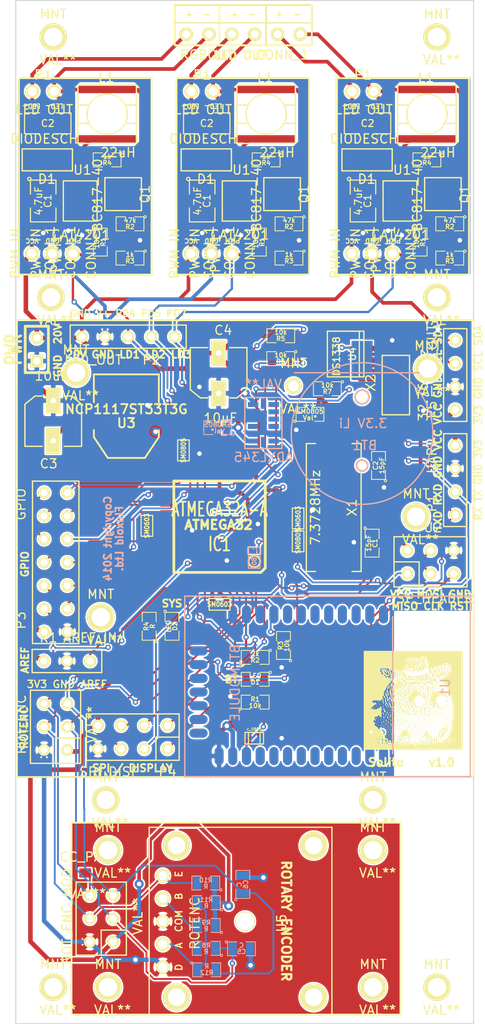
<source format=kicad_pcb>
(kicad_pcb (version 4) (host pcbnew 4.0.7)
  (layers (0 F.Cu signal) (31 B.Cu signal) (34 B.Paste user) (35 F.Paste user) (36 B.SilkS user) (37 F.SilkS user) (38 B.Mask user) (39 F.Mask user) (44 Edge.Cuts user))
  (net 0 "")
  (net 1 +24V)
  (net 2 /BAT_BACKUP)
  (net 3 /CTRL)
  (net 4 "/CTRL BASE")
  (net 5 "/CTRL BASE-2")
  (net 6 "/CTRL BASE-3")
  (net 7 /CTRL-2)
  (net 8 /CTRL-3)
  (net 9 /CTRL2)
  (net 10 /CTRL2-2)
  (net 11 /CTRL2-3)
  (net 12 /DIODE)
  (net 13 /DIODE2)
  (net 14 /DIODE3)
  (net 15 /MISO)
  (net 16 /MOSI)
  (net 17 /PB1)
  (net 18 /PB3)
  (net 19 /RST)
  (net 20 /RST-2)
  (net 21 /RST-3)
  (net 22 /RXD)
  (net 23 /SCL)
  (net 24 /SDA)
  (net 25 /SLAVE_SELECT)
  (net 26 "/SYS CLK")
  (net 27 /TICK)
  (net 28 /TXD)
  (net 29 GND)
  (net 30 N-000001)
  (net 31 N-0000010)
  (net 32 N-0000011)
  (net 33 N-0000012)
  (net 34 N-0000014)
  (net 35 N-0000015)
  (net 36 N-0000016)
  (net 37 N-0000017)
  (net 38 N-0000018)
  (net 39 N-0000019)
  (net 40 N-000002)
  (net 41 N-0000020)
  (net 42 N-0000021)
  (net 43 N-0000022)
  (net 44 N-0000023)
  (net 45 N-0000024)
  (net 46 N-0000025)
  (net 47 N-0000026)
  (net 48 N-0000027)
  (net 49 N-0000028)
  (net 50 N-0000029)
  (net 51 N-000003)
  (net 52 N-0000030)
  (net 53 N-0000031)
  (net 54 N-0000032)
  (net 55 N-0000033)
  (net 56 N-0000034)
  (net 57 N-000005)
  (net 58 N-0000050)
  (net 59 N-0000052)
  (net 60 N-000006)
  (net 61 N-000007)
  (net 62 N-LED1)
  (net 63 N-LED2)
  (net 64 N-LED3)
  (net 65 VCC)
  (module CC_ADXL345 (layer B.Cu) (at 132 111.25)
    (fp_text reference ADXL345 (at 0 3.75) (layer B.SilkS) (effects (justify mirror)))
    (fp_text value VAL** (at 0 -4.25) (layer B.SilkS) (effects (justify mirror)))
    (pad 1 smd rect (at -1.125 1.975) (size 1.145 0.55) (layers B.Cu B.Paste B.Mask) (net 65 VCC))
    (pad 2 smd rect (at -1.125 1.175) (size 1.145 0.55) (layers B.Cu B.Paste B.Mask) (net 29 GND))
    (pad 3 smd rect (at -1.125 0.375) (size 1.145 0.55) (layers B.Cu B.Paste B.Mask))
    (pad 4 smd rect (at -1.125 -0.425) (size 1.145 0.55) (layers B.Cu B.Paste B.Mask) (net 29 GND))
    (pad 5 smd rect (at -1.125 -1.225) (size 1.145 0.55) (layers B.Cu B.Paste B.Mask) (net 29 GND) (thermal_gap 0.15))
    (pad 13 smd rect (at 1.125 1.975) (size 1.145 0.55) (layers B.Cu B.Paste B.Mask) (net 24 /SDA))
    (pad 12 smd rect (at 1.125 1.175) (size 1.145 0.55) (layers B.Cu B.Paste B.Mask) (net 29 GND))
    (pad 11 smd rect (at 1.125 0.375) (size 1.145 0.55) (layers B.Cu B.Paste B.Mask))
    (pad 10 smd rect (at 1.125 -0.425) (size 1.145 0.55) (layers B.Cu B.Paste B.Mask))
    (pad 9 smd rect (at 1.125 -1.225) (size 1.145 0.55) (layers B.Cu B.Paste B.Mask))
    (pad 14 smd rect (at 0 2.075 270) (size 1.145 0.55) (layers B.Cu B.Paste B.Mask) (net 23 /SCL))
    (pad 7 smd rect (at 0 -2.125 270) (size 1.145 0.55) (layers B.Cu B.Paste B.Mask))
    (pad 6 smd rect (at -1.125 -2.025) (size 1.145 0.55) (layers B.Cu B.Paste B.Mask) (net 65 VCC))
    (pad 8 smd rect (at 1.125 -2.025) (size 1.145 0.55) (layers B.Cu B.Paste B.Mask))
  )
  (module CC_ROT_ENC (layer F.Cu) (at 113 165.5 90)
    (fp_text reference ROT_ENC_MOD (at 0.25 -2.5 90) (layer F.SilkS))
    (fp_text value VAL** (at 0.25 5.25 90) (layer F.SilkS))
    (pad 4 thru_hole circle (at 0 0 90) (size 1.3 1.3) (drill 0.8) (layers *.Cu *.Mask F.SilkS) (net 40 N-000002))
    (pad 6 thru_hole circle (at 2.54 0 90) (size 1.3 1.3) (drill 0.8) (layers *.Cu *.Mask F.SilkS) (net 55 N-0000033))
    (pad 1 thru_hole circle (at -2.54 2.54 90) (size 1.3 1.3) (drill 0.8) (layers *.Cu *.Mask F.SilkS) (net 65 VCC))
    (pad 2 thru_hole circle (at -2.54 0 90) (size 1.3 1.3) (drill 0.8) (layers *.Cu *.Mask F.SilkS) (net 29 GND))
    (pad 3 thru_hole circle (at 0 2.54 90) (size 1.3 1.3) (drill 0.8) (layers *.Cu *.Mask F.SilkS) (net 51 N-000003))
    (pad 5 thru_hole circle (at 2.54 2.54 90) (size 1.3 1.3) (drill 0.8) (layers *.Cu *.Mask F.SilkS) (net 30 N-000001))
  )
  (module CC_LED_OUT (layer F.Cu) (at 129.8 68.7)
    (fp_text reference RGBOUT (at -4 2.25) (layer F.SilkS))
    (fp_text value CONN_1 (at 4.25 2.25) (layer F.SilkS))
    (pad 4 thru_hole circle (at 1.25 0) (size 1.5 1.5) (drill 0.9) (layers *.Cu *.Mask F.SilkS) (net 63 N-LED2))
    (pad 5 thru_hole circle (at 3.75 0) (size 1.5 1.5) (drill 0.9) (layers *.Cu *.Mask F.SilkS) (net 1 +24V))
    (pad 3 thru_hole circle (at -1.25 0) (size 1.5 1.5) (drill 0.9) (layers *.Cu *.Mask F.SilkS) (net 1 +24V))
    (pad 2 thru_hole circle (at -3.75 0) (size 1.5 1.5) (drill 0.9) (layers *.Cu *.Mask F.SilkS) (net 62 N-LED1))
    (pad 6 thru_hole circle (at 6.25 0) (size 1.5 1.5) (drill 0.9) (layers *.Cu *.Mask F.SilkS) (net 64 N-LED3))
    (pad 1 thru_hole circle (at -6.25 0) (size 1.5 1.5) (drill 0.9) (layers *.Cu *.Mask F.SilkS) (net 1 +24V))
  )
  (module CC_SPI_DISP (layer F.Cu) (at 117.7 146.9 180)
    (fp_text reference P4 (at -3.81 -2.54 180) (layer F.SilkS))
    (fp_text value SPI_DISP (at 2.54 -2.54 180) (layer F.SilkS))
    (pad 3 thru_hole circle (at -1.27 0 180) (size 1.3 1.3) (drill 0.8) (layers *.Cu *.Mask F.SilkS) (net 15 /MISO))
    (pad 5 thru_hole circle (at 1.27 0 180) (size 1.3 1.3) (drill 0.8) (layers *.Cu *.Mask F.SilkS) (net 17 /PB1))
    (pad 7 thru_hole circle (at 3.81 0 180) (size 1.3 1.3) (drill 0.8) (layers *.Cu *.Mask F.SilkS) (net 29 GND))
    (pad 1 thru_hole circle (at -3.81 0 180) (size 1.3 1.3) (drill 0.8) (layers *.Cu *.Mask F.SilkS) (net 25 /SLAVE_SELECT))
    (pad 8 thru_hole circle (at 3.81 2.54 180) (size 1.3 1.3) (drill 0.8) (layers *.Cu *.Mask F.SilkS) (net 65 VCC))
    (pad 2 thru_hole circle (at -3.81 2.54 180) (size 1.3 1.3) (drill 0.8) (layers *.Cu *.Mask F.SilkS) (net 16 /MOSI))
    (pad 4 thru_hole circle (at -1.27 2.54 180) (size 1.3 1.3) (drill 0.8) (layers *.Cu *.Mask F.SilkS) (net 26 "/SYS CLK"))
    (pad 6 thru_hole circle (at 1.27 2.54 180) (size 1.3 1.3) (drill 0.8) (layers *.Cu *.Mask F.SilkS) (net 18 /PB3))
  )
  (module CC_ROT_ENC (layer F.Cu) (at 108 144.5 90)
    (fp_text reference ROT_ENC (at 0.25 -2.5 90) (layer F.SilkS))
    (fp_text value VAL** (at 0.25 5.25 90) (layer F.SilkS))
    (pad 4 thru_hole circle (at 0 0 90) (size 1.3 1.3) (drill 0.8) (layers *.Cu *.Mask F.SilkS) (net 40 N-000002))
    (pad 6 thru_hole circle (at 2.54 0 90) (size 1.3 1.3) (drill 0.8) (layers *.Cu *.Mask F.SilkS) (net 55 N-0000033))
    (pad 1 thru_hole circle (at -2.54 2.54 90) (size 1.3 1.3) (drill 0.8) (layers *.Cu *.Mask F.SilkS) (net 65 VCC))
    (pad 2 thru_hole circle (at -2.54 0 90) (size 1.3 1.3) (drill 0.8) (layers *.Cu *.Mask F.SilkS) (net 29 GND))
    (pad 3 thru_hole circle (at 0 2.54 90) (size 1.3 1.3) (drill 0.8) (layers *.Cu *.Mask F.SilkS) (net 51 N-000003))
    (pad 5 thru_hole circle (at 2.54 2.54 90) (size 1.3 1.3) (drill 0.8) (layers *.Cu *.Mask F.SilkS) (net 30 N-000001))
  )
  (module CC_AREF (layer F.Cu) (at 110.5 137.3)
    (fp_text reference K1 (at -2.032 -2.54) (layer F.SilkS))
    (fp_text value AREF_IN (at 2.54 -2.54) (layer F.SilkS))
    (fp_text user "3V3 GND AREF" (at 0 2.54) (layer F.SilkS) (effects (font (size 0.8 0.8))))
    (pad 2 thru_hole circle (at 0 0) (size 1.3 1.3) (drill 0.8) (layers *.Cu *.Mask F.SilkS) (net 29 GND))
    (pad 3 thru_hole circle (at 2.54 0) (size 1.3 1.3) (drill 0.8) (layers *.Cu *.Mask F.SilkS) (net 31 N-0000010))
    (pad 1 thru_hole circle (at -2.54 0) (size 1.3 1.3) (drill 0.8) (layers *.Cu *.Mask F.SilkS) (net 65 VCC))
  )
  (module CC_GPIO (layer F.Cu) (at 108 126.5 90)
    (fp_text reference P3 (at -6.35 -2.54 90) (layer F.SilkS))
    (fp_text value GPIO (at 6.35 -2.54 90) (layer F.SilkS))
    (pad 5 thru_hole circle (at -2.54 0 90) (size 1.3 1.3) (drill 0.8) (layers *.Cu *.Mask F.SilkS) (net 53 N-0000031))
    (pad 7 thru_hole circle (at 0 0 90) (size 1.3 1.3) (drill 0.8) (layers *.Cu *.Mask F.SilkS) (net 50 N-0000029))
    (pad 9 thru_hole circle (at 2.54 0 90) (size 1.3 1.3) (drill 0.8) (layers *.Cu *.Mask F.SilkS) (net 48 N-0000027))
    (pad 3 thru_hole circle (at -5.08 0 90) (size 1.3 1.3) (drill 0.8) (layers *.Cu *.Mask F.SilkS) (net 55 N-0000033))
    (pad 10 thru_hole circle (at 2.54 2.54 90) (size 1.3 1.3) (drill 0.8) (layers *.Cu *.Mask F.SilkS) (net 44 N-0000023))
    (pad 4 thru_hole circle (at -5.08 2.54 90) (size 1.3 1.3) (drill 0.8) (layers *.Cu *.Mask F.SilkS) (net 54 N-0000032))
    (pad 6 thru_hole circle (at -2.54 2.54 90) (size 1.3 1.3) (drill 0.8) (layers *.Cu *.Mask F.SilkS) (net 52 N-0000030))
    (pad 8 thru_hole circle (at 0 2.54 90) (size 1.3 1.3) (drill 0.8) (layers *.Cu *.Mask F.SilkS) (net 49 N-0000028))
    (pad 11 thru_hole circle (at 5.08 0 90) (size 1.3 1.3) (drill 0.8) (layers *.Cu *.Mask F.SilkS) (net 43 N-0000022))
    (pad 1 thru_hole circle (at -7.62 0 90) (size 1.3 1.3) (drill 0.8) (layers *.Cu *.Mask F.SilkS) (net 65 VCC))
    (pad 13 thru_hole circle (at 7.62 0 90) (size 1.3 1.3) (drill 0.8) (layers *.Cu *.Mask F.SilkS) (net 41 N-0000020))
    (pad 12 thru_hole circle (at 5.08 2.54 90) (size 1.3 1.3) (drill 0.8) (layers *.Cu *.Mask F.SilkS) (net 42 N-0000021))
    (pad 14 thru_hole circle (at 7.62 2.54 90) (size 1.3 1.3) (drill 0.8) (layers *.Cu *.Mask F.SilkS) (net 39 N-0000019))
    (pad 2 thru_hole circle (at -7.62 2.54 90) (size 1.3 1.3) (drill 0.8) (layers *.Cu *.Mask F.SilkS) (net 29 GND))
  )
  (module CC_ISP_HEADER (layer F.Cu) (at 150.3 125.2)
    (fp_text reference U2 (at 0.25 -2.5) (layer F.SilkS))
    (fp_text value ISP_HEADER (at 0.25 5.25) (layer F.SilkS))
    (pad 4 thru_hole circle (at 0 0) (size 1.3 1.3) (drill 0.8) (layers *.Cu *.Mask F.SilkS) (net 16 /MOSI))
    (pad 6 thru_hole circle (at 2.54 0) (size 1.3 1.3) (drill 0.8) (layers *.Cu *.Mask F.SilkS) (net 29 GND))
    (pad 1 thru_hole circle (at -2.54 2.54) (size 1.3 1.3) (drill 0.8) (layers *.Cu *.Mask F.SilkS) (net 15 /MISO))
    (pad 2 thru_hole circle (at -2.54 0) (size 1.3 1.3) (drill 0.8) (layers *.Cu *.Mask F.SilkS) (net 65 VCC))
    (pad 3 thru_hole circle (at 0 2.54) (size 1.3 1.3) (drill 0.8) (layers *.Cu *.Mask F.SilkS) (net 26 "/SYS CLK"))
    (pad 5 thru_hole circle (at 2.54 2.54) (size 1.3 1.3) (drill 0.8) (layers *.Cu *.Mask F.SilkS) (net 47 N-0000026))
  )
  (module CC_UART (layer F.Cu) (at 153 117.5 90)
    (fp_text reference P1 (at -2.54 -2.54 90) (layer F.SilkS))
    (fp_text value UART (at 2.54 -2.54 90) (layer F.SilkS))
    (fp_text user "RX TX GND 3V3" (at 0 2.54 90) (layer F.SilkS) (effects (font (size 0.75 0.75))))
    (pad 2 thru_hole circle (at -1.27 0 90) (size 1.3 1.3) (drill 0.8) (layers *.Cu *.Mask F.SilkS) (net 22 /RXD))
    (pad 3 thru_hole circle (at 1.27 0 90) (size 1.3 1.3) (drill 0.8) (layers *.Cu *.Mask F.SilkS) (net 29 GND))
    (pad 4 thru_hole circle (at 3.81 0 90) (size 1.3 1.3) (drill 0.8) (layers *.Cu *.Mask F.SilkS) (net 65 VCC))
    (pad 1 thru_hole circle (at -3.81 0 90) (size 1.3 1.3) (drill 0.8) (layers *.Cu *.Mask F.SilkS) (net 28 /TXD))
  )
  (module CC_I2C (layer F.Cu) (at 153 106 90)
    (fp_text reference P5 (at -3.81 -2.54 90) (layer F.SilkS))
    (fp_text value I2C_OUT (at 2.54 -2.54 90) (layer F.SilkS))
    (fp_text user "3V3 GND SCL SDA" (at 0 2.54 90) (layer F.SilkS) (effects (font (size 0.8 0.8))))
    (pad 2 thru_hole circle (at -1.27 0 90) (size 1.3 1.3) (drill 0.8) (layers *.Cu *.Mask F.SilkS) (net 29 GND))
    (pad 3 thru_hole circle (at 1.27 0 90) (size 1.3 1.3) (drill 0.8) (layers *.Cu *.Mask F.SilkS) (net 23 /SCL))
    (pad 4 thru_hole circle (at 3.81 0 90) (size 1.3 1.3) (drill 0.8) (layers *.Cu *.Mask F.SilkS) (net 24 /SDA))
    (pad 1 thru_hole circle (at -3.81 0 90) (size 1.3 1.3) (drill 0.8) (layers *.Cu *.Mask F.SilkS) (net 65 VCC))
  )
  (module CC_LED (layer F.Cu) (at 117.2 101.8 180)
    (fp_text reference P2 (at -2.54 -2.54 180) (layer F.SilkS))
    (fp_text value LED_OUT (at 3.81 -2.54 180) (layer F.SilkS))
    (fp_text user "GND V+ PD4 PD5 PD7" (at 0 2.54 180) (layer F.SilkS) (effects (font (size 0.75 0.75))))
    (pad 3 thru_hole circle (at 0 0 180) (size 1.3 1.3) (drill 0.8) (layers *.Cu *.Mask F.SilkS) (net 57 N-000005))
    (pad 4 thru_hole circle (at 2.54 0 180) (size 1.3 1.3) (drill 0.8) (layers *.Cu *.Mask F.SilkS) (net 29 GND))
    (pad 5 thru_hole circle (at 5.08 0 180) (size 1.3 1.3) (drill 0.8) (layers *.Cu *.Mask F.SilkS) (net 1 +24V))
    (pad 2 thru_hole circle (at -2.54 0 180) (size 1.3 1.3) (drill 0.8) (layers *.Cu *.Mask F.SilkS) (net 61 N-000007))
    (pad 1 thru_hole circle (at -5.08 0 180) (size 1.3 1.3) (drill 0.8) (layers *.Cu *.Mask F.SilkS) (net 60 N-000006))
  )
  (module CC_SOT23 (layer F.Cu) (at 134.05 86.2 270)
    (fp_text reference Q1 (at 0 -2.4 270) (layer F.SilkS))
    (fp_text value BC817-40 (at 0.1 2.8 270) (layer F.SilkS))
    (pad 1 smd rect (at -0.95 1 270) (size 0.8 0.9) (layers F.Cu F.Paste F.Mask) (net 5 "/CTRL BASE-2"))
    (pad 2 smd rect (at 0.95 1 270) (size 0.8 0.9) (layers F.Cu F.Paste F.Mask) (net 10 /CTRL2-2))
    (pad 3 smd rect (at 0 -1 270) (size 0.8 0.9) (layers F.Cu F.Paste F.Mask) (net 63 N-LED2))
  )
  (module CC_PWM_IN (layer F.Cu) (at 126.3 92.7 90)
    (fp_text reference "PWM IN" (at 0 -1.8 90) (layer F.SilkS))
    (fp_text value CONN_1 (at 0.1 2 90) (layer F.SilkS))
    (pad 1 thru_hole circle (at 0 0 90) (size 1.5 1.5) (drill 1) (layers *.Cu *.Mask F.SilkS) (net 29 GND))
  )
  (module CC_PWM_IN (layer F.Cu) (at 124.05 92.7 90)
    (fp_text reference "PWM IN" (at 0 -1.8 90) (layer F.SilkS))
    (fp_text value CONN_1 (at 0.1 2 90) (layer F.SilkS))
    (pad 1 thru_hole circle (at 0 0 90) (size 1.5 1.5) (drill 1) (layers *.Cu *.Mask F.SilkS) (net 1 +24V))
  )
  (module CC_PWM_IN (layer F.Cu) (at 128.55 92.7 90)
    (fp_text reference PWM1 (at 0 -1.8 90) (layer F.SilkS))
    (fp_text value CONN_1 (at 0.1 2 90) (layer F.SilkS))
    (pad 1 thru_hole circle (at 0 0 90) (size 1.5 1.5) (drill 1) (layers *.Cu *.Mask F.SilkS) (net 61 N-000007))
  )
  (module SM0805 (layer F.Cu) (at 134.8 93.2 180)
    (fp_text reference R3 (at 0 -0.3175 180) (layer F.SilkS) (effects (font (size 0.50038 0.50038) (thickness 0.10922))))
    (fp_text value 1k (at 0 0.381 180) (layer F.SilkS) (effects (font (size 0.50038 0.50038) (thickness 0.10922))))
    (pad 1 smd rect (at -0.9525 0 180) (size 0.889 1.397) (layers F.Cu F.Paste F.Mask) (net 5 "/CTRL BASE-2"))
    (pad 2 smd rect (at 0.9525 0 180) (size 0.889 1.397) (layers F.Cu F.Paste F.Mask) (net 61 N-000007))
  )
  (module SM0805 (layer F.Cu) (at 134.8 89.45 180)
    (fp_text reference R2 (at 0 -0.3175 180) (layer F.SilkS) (effects (font (size 0.50038 0.50038) (thickness 0.10922))))
    (fp_text value 47k (at 0 0.381 180) (layer F.SilkS) (effects (font (size 0.50038 0.50038) (thickness 0.10922))))
    (pad 1 smd rect (at -0.9525 0 180) (size 0.889 1.397) (layers F.Cu F.Paste F.Mask) (net 29 GND))
    (pad 2 smd rect (at 0.9525 0 180) (size 0.889 1.397) (layers F.Cu F.Paste F.Mask) (net 5 "/CTRL BASE-2"))
  )
  (module SM0805 (layer F.Cu) (at 131.55 91.45 270)
    (fp_text reference R1 (at 0 -0.3175 270) (layer F.SilkS) (effects (font (size 0.50038 0.50038) (thickness 0.10922))))
    (fp_text value 10k (at 0 0.381 270) (layer F.SilkS) (effects (font (size 0.50038 0.50038) (thickness 0.10922))))
    (pad 1 smd rect (at -0.9525 0 270) (size 0.889 1.397) (layers F.Cu F.Paste F.Mask) (net 20 /RST-2))
    (pad 2 smd rect (at 0.9525 0 270) (size 0.889 1.397) (layers F.Cu F.Paste F.Mask) (net 29 GND))
  )
  (module SM0805 (layer F.Cu) (at 132.3 82.45 180)
    (fp_text reference R4 (at 0 -0.3175 180) (layer F.SilkS) (effects (font (size 0.50038 0.50038) (thickness 0.10922))))
    (fp_text value 1k (at 0 0.381 180) (layer F.SilkS) (effects (font (size 0.50038 0.50038) (thickness 0.10922))))
    (pad 1 smd rect (at -0.9525 0 180) (size 0.889 1.397) (layers F.Cu F.Paste F.Mask) (net 10 /CTRL2-2))
    (pad 2 smd rect (at 0.9525 0 180) (size 0.889 1.397) (layers F.Cu F.Paste F.Mask) (net 7 /CTRL-2))
  )
  (module CAT4201 (layer F.Cu) (at 129.3 86.95)
    (fp_text reference U1 (at 0.3 -3.4) (layer F.SilkS))
    (fp_text value CAT4201 (at 0.1 3.7) (layer F.SilkS))
    (pad 1 smd rect (at -0.95 1.2) (size 0.7 1) (layers F.Cu F.Paste F.Mask) (net 7 /CTRL-2))
    (pad 2 smd rect (at 0 1.2) (size 0.7 1) (layers F.Cu F.Paste F.Mask) (net 29 GND))
    (pad 3 smd rect (at 0.95 1.2) (size 0.7 1) (layers F.Cu F.Paste F.Mask) (net 20 /RST-2))
    (pad 4 smd rect (at 0.95 -1.2) (size 0.7 1) (layers F.Cu F.Paste F.Mask) (net 13 /DIODE2))
    (pad 5 smd rect (at -0.95 -1.2) (size 0.7 1) (layers F.Cu F.Paste F.Mask) (net 1 +24V))
  )
  (module CC_LED (layer F.Cu) (at 125.3 74.95)
    (fp_text reference P1 (at 0 -1.8) (layer F.SilkS))
    (fp_text value "LED OUT" (at 0.1 2) (layer F.SilkS))
    (pad 1 thru_hole circle (at -1.2 0) (size 1.5 1.5) (drill 1) (layers *.Cu *.Mask F.SilkS) (net 1 +24V))
    (pad 2 thru_hole circle (at 1.2 0) (size 1.5 1.5) (drill 1) (layers *.Cu *.Mask F.SilkS) (net 63 N-LED2))
  )
  (module MBR0520L (layer F.Cu) (at 125.8 82.45 180)
    (fp_text reference D1 (at 0.1 -2.1 180) (layer F.SilkS))
    (fp_text value DIODESCH (at 0.4 2.3 180) (layer F.SilkS))
    (pad 1 smd rect (at -1.7 0 180) (size 0.9 1.2) (layers F.Cu F.Paste F.Mask) (net 13 /DIODE2))
    (pad 2 smd rect (at 1.7 0 180) (size 0.9 1.2) (layers F.Cu F.Paste F.Mask) (net 1 +24V))
  )
  (module SM1206 (layer F.Cu) (at 125.8 78.45)
    (fp_text reference C2 (at 0 0) (layer F.SilkS) (effects (font (size 0.762 0.762) (thickness 0.127))))
    (fp_text value 10uF hide)
    (pad 1 smd rect (at -1.651 0) (size 1.524 2.032) (layers F.Cu F.Paste F.Mask) (net 1 +24V))
    (pad 2 smd rect (at 1.651 0) (size 1.524 2.032) (layers F.Cu F.Paste F.Mask) (net 63 N-LED2))
  )
  (module SM1210 (layer F.Cu) (at 125.3 86.95 270)
    (fp_text reference C1 (at 0 -0.508 270) (layer F.SilkS) (effects (font (size 0.762 0.762) (thickness 0.127))))
    (fp_text value 4.7uF (at 0 0.508 270) (layer F.SilkS) (effects (font (size 0.762 0.762) (thickness 0.127))))
    (pad 1 smd rect (at -1.524 0 270) (size 1.27 2.54) (layers F.Cu F.Paste F.Mask) (net 1 +24V))
    (pad 2 smd rect (at 1.524 0 270) (size 1.27 2.54) (layers F.Cu F.Paste F.Mask) (net 29 GND))
  )
  (module WE-SMD-2 (layer F.Cu) (at 132.3 77.45)
    (fp_text reference L1 (at -0.1 -4) (layer F.SilkS))
    (fp_text value 22uH (at 1.2 4.2) (layer F.SilkS))
    (pad 2 smd rect (at 0 2.7) (size 6.3 0.8) (layers F.Cu F.Paste F.Mask) (net 13 /DIODE2))
    (pad 1 smd rect (at 0 -2.7) (size 6.3 0.8) (layers F.Cu F.Paste F.Mask) (net 63 N-LED2))
  )
  (module CC_SOT23 (layer F.Cu) (at 151.65 86.2 270)
    (fp_text reference Q1 (at 0 -2.4 270) (layer F.SilkS))
    (fp_text value BC817-40 (at 0.1 2.8 270) (layer F.SilkS))
    (pad 1 smd rect (at -0.95 1 270) (size 0.8 0.9) (layers F.Cu F.Paste F.Mask) (net 6 "/CTRL BASE-3"))
    (pad 2 smd rect (at 0.95 1 270) (size 0.8 0.9) (layers F.Cu F.Paste F.Mask) (net 11 /CTRL2-3))
    (pad 3 smd rect (at 0 -1 270) (size 0.8 0.9) (layers F.Cu F.Paste F.Mask) (net 64 N-LED3))
  )
  (module CC_PWM_IN (layer F.Cu) (at 143.9 92.7 90)
    (fp_text reference "PWM IN" (at 0 -1.8 90) (layer F.SilkS))
    (fp_text value CONN_1 (at 0.1 2 90) (layer F.SilkS))
    (pad 1 thru_hole circle (at 0 0 90) (size 1.5 1.5) (drill 1) (layers *.Cu *.Mask F.SilkS) (net 29 GND))
  )
  (module CC_PWM_IN (layer F.Cu) (at 141.65 92.7 90)
    (fp_text reference "PWM IN" (at 0 -1.8 90) (layer F.SilkS))
    (fp_text value CONN_1 (at 0.1 2 90) (layer F.SilkS))
    (pad 1 thru_hole circle (at 0 0 90) (size 1.5 1.5) (drill 1) (layers *.Cu *.Mask F.SilkS) (net 1 +24V))
  )
  (module CC_PWM_IN (layer F.Cu) (at 146.15 92.7 90)
    (fp_text reference PWM1 (at 0 -1.8 90) (layer F.SilkS))
    (fp_text value CONN_1 (at 0.1 2 90) (layer F.SilkS))
    (pad 1 thru_hole circle (at 0 0 90) (size 1.5 1.5) (drill 1) (layers *.Cu *.Mask F.SilkS) (net 60 N-000006))
  )
  (module SM0805 (layer F.Cu) (at 152.4 93.2 180)
    (fp_text reference R3 (at 0 -0.3175 180) (layer F.SilkS) (effects (font (size 0.50038 0.50038) (thickness 0.10922))))
    (fp_text value 1k (at 0 0.381 180) (layer F.SilkS) (effects (font (size 0.50038 0.50038) (thickness 0.10922))))
    (pad 1 smd rect (at -0.9525 0 180) (size 0.889 1.397) (layers F.Cu F.Paste F.Mask) (net 6 "/CTRL BASE-3"))
    (pad 2 smd rect (at 0.9525 0 180) (size 0.889 1.397) (layers F.Cu F.Paste F.Mask) (net 60 N-000006))
  )
  (module SM0805 (layer F.Cu) (at 152.4 89.45 180)
    (fp_text reference R2 (at 0 -0.3175 180) (layer F.SilkS) (effects (font (size 0.50038 0.50038) (thickness 0.10922))))
    (fp_text value 47k (at 0 0.381 180) (layer F.SilkS) (effects (font (size 0.50038 0.50038) (thickness 0.10922))))
    (pad 1 smd rect (at -0.9525 0 180) (size 0.889 1.397) (layers F.Cu F.Paste F.Mask) (net 29 GND))
    (pad 2 smd rect (at 0.9525 0 180) (size 0.889 1.397) (layers F.Cu F.Paste F.Mask) (net 6 "/CTRL BASE-3"))
  )
  (module SM0805 (layer F.Cu) (at 149.15 91.45 270)
    (fp_text reference R1 (at 0 -0.3175 270) (layer F.SilkS) (effects (font (size 0.50038 0.50038) (thickness 0.10922))))
    (fp_text value 10k (at 0 0.381 270) (layer F.SilkS) (effects (font (size 0.50038 0.50038) (thickness 0.10922))))
    (pad 1 smd rect (at -0.9525 0 270) (size 0.889 1.397) (layers F.Cu F.Paste F.Mask) (net 21 /RST-3))
    (pad 2 smd rect (at 0.9525 0 270) (size 0.889 1.397) (layers F.Cu F.Paste F.Mask) (net 29 GND))
  )
  (module SM0805 (layer F.Cu) (at 149.9 82.45 180)
    (fp_text reference R4 (at 0 -0.3175 180) (layer F.SilkS) (effects (font (size 0.50038 0.50038) (thickness 0.10922))))
    (fp_text value 1k (at 0 0.381 180) (layer F.SilkS) (effects (font (size 0.50038 0.50038) (thickness 0.10922))))
    (pad 1 smd rect (at -0.9525 0 180) (size 0.889 1.397) (layers F.Cu F.Paste F.Mask) (net 11 /CTRL2-3))
    (pad 2 smd rect (at 0.9525 0 180) (size 0.889 1.397) (layers F.Cu F.Paste F.Mask) (net 8 /CTRL-3))
  )
  (module CAT4201 (layer F.Cu) (at 146.9 86.95)
    (fp_text reference U1 (at 0.3 -3.4) (layer F.SilkS))
    (fp_text value CAT4201 (at 0.1 3.7) (layer F.SilkS))
    (pad 1 smd rect (at -0.95 1.2) (size 0.7 1) (layers F.Cu F.Paste F.Mask) (net 8 /CTRL-3))
    (pad 2 smd rect (at 0 1.2) (size 0.7 1) (layers F.Cu F.Paste F.Mask) (net 29 GND))
    (pad 3 smd rect (at 0.95 1.2) (size 0.7 1) (layers F.Cu F.Paste F.Mask) (net 21 /RST-3))
    (pad 4 smd rect (at 0.95 -1.2) (size 0.7 1) (layers F.Cu F.Paste F.Mask) (net 14 /DIODE3))
    (pad 5 smd rect (at -0.95 -1.2) (size 0.7 1) (layers F.Cu F.Paste F.Mask) (net 1 +24V))
  )
  (module CC_LED (layer F.Cu) (at 142.9 74.95)
    (fp_text reference P1 (at 0 -1.8) (layer F.SilkS))
    (fp_text value "LED OUT" (at 0.1 2) (layer F.SilkS))
    (pad 1 thru_hole circle (at -1.2 0) (size 1.5 1.5) (drill 1) (layers *.Cu *.Mask F.SilkS) (net 1 +24V))
    (pad 2 thru_hole circle (at 1.2 0) (size 1.5 1.5) (drill 1) (layers *.Cu *.Mask F.SilkS) (net 64 N-LED3))
  )
  (module MBR0520L (layer F.Cu) (at 143.4 82.45 180)
    (fp_text reference D1 (at 0.1 -2.1 180) (layer F.SilkS))
    (fp_text value DIODESCH (at 0.4 2.3 180) (layer F.SilkS))
    (pad 1 smd rect (at -1.7 0 180) (size 0.9 1.2) (layers F.Cu F.Paste F.Mask) (net 14 /DIODE3))
    (pad 2 smd rect (at 1.7 0 180) (size 0.9 1.2) (layers F.Cu F.Paste F.Mask) (net 1 +24V))
  )
  (module SM1206 (layer F.Cu) (at 143.4 78.45)
    (fp_text reference C2 (at 0 0) (layer F.SilkS) (effects (font (size 0.762 0.762) (thickness 0.127))))
    (fp_text value 10uF hide)
    (pad 1 smd rect (at -1.651 0) (size 1.524 2.032) (layers F.Cu F.Paste F.Mask) (net 1 +24V))
    (pad 2 smd rect (at 1.651 0) (size 1.524 2.032) (layers F.Cu F.Paste F.Mask) (net 64 N-LED3))
  )
  (module SM1210 (layer F.Cu) (at 142.9 86.95 270)
    (fp_text reference C1 (at 0 -0.508 270) (layer F.SilkS) (effects (font (size 0.762 0.762) (thickness 0.127))))
    (fp_text value 4.7uF (at 0 0.508 270) (layer F.SilkS) (effects (font (size 0.762 0.762) (thickness 0.127))))
    (pad 1 smd rect (at -1.524 0 270) (size 1.27 2.54) (layers F.Cu F.Paste F.Mask) (net 1 +24V))
    (pad 2 smd rect (at 1.524 0 270) (size 1.27 2.54) (layers F.Cu F.Paste F.Mask) (net 29 GND))
  )
  (module WE-SMD-2 (layer F.Cu) (at 149.9 77.45)
    (fp_text reference L1 (at -0.1 -4) (layer F.SilkS))
    (fp_text value 22uH (at 1.2 4.2) (layer F.SilkS))
    (pad 2 smd rect (at 0 2.7) (size 6.3 0.8) (layers F.Cu F.Paste F.Mask) (net 14 /DIODE3))
    (pad 1 smd rect (at 0 -2.7) (size 6.3 0.8) (layers F.Cu F.Paste F.Mask) (net 64 N-LED3))
  )
  (module CC_SOT23 (layer F.Cu) (at 116.65 86.2 270)
    (fp_text reference Q1 (at 0 -2.4 270) (layer F.SilkS))
    (fp_text value BC817-40 (at 0.1 2.8 270) (layer F.SilkS))
    (pad 1 smd rect (at -0.95 1 270) (size 0.8 0.9) (layers F.Cu F.Paste F.Mask) (net 4 "/CTRL BASE"))
    (pad 2 smd rect (at 0.95 1 270) (size 0.8 0.9) (layers F.Cu F.Paste F.Mask) (net 9 /CTRL2))
    (pad 3 smd rect (at 0 -1 270) (size 0.8 0.9) (layers F.Cu F.Paste F.Mask) (net 62 N-LED1))
  )
  (module CC_PWM_IN (layer F.Cu) (at 108.9 92.7 90)
    (fp_text reference "PWM IN" (at 0 -1.8 90) (layer F.SilkS))
    (fp_text value CONN_1 (at 0.1 2 90) (layer F.SilkS))
    (pad 1 thru_hole circle (at 0 0 90) (size 1.5 1.5) (drill 1) (layers *.Cu *.Mask F.SilkS) (net 29 GND))
  )
  (module CC_PWM_IN (layer F.Cu) (at 106.65 92.7 90)
    (fp_text reference "PWM IN" (at 0 -1.8 90) (layer F.SilkS))
    (fp_text value CONN_1 (at 0.1 2 90) (layer F.SilkS))
    (pad 1 thru_hole circle (at 0 0 90) (size 1.5 1.5) (drill 1) (layers *.Cu *.Mask F.SilkS) (net 1 +24V))
  )
  (module CC_PWM_IN (layer F.Cu) (at 111.15 92.7 90)
    (fp_text reference PWM1 (at 0 -1.8 90) (layer F.SilkS))
    (fp_text value CONN_1 (at 0.1 2 90) (layer F.SilkS))
    (pad 1 thru_hole circle (at 0 0 90) (size 1.5 1.5) (drill 1) (layers *.Cu *.Mask F.SilkS) (net 57 N-000005))
  )
  (module SM0805 (layer F.Cu) (at 117.4 93.2 180)
    (fp_text reference R3 (at 0 -0.3175 180) (layer F.SilkS) (effects (font (size 0.50038 0.50038) (thickness 0.10922))))
    (fp_text value 1k (at 0 0.381 180) (layer F.SilkS) (effects (font (size 0.50038 0.50038) (thickness 0.10922))))
    (pad 1 smd rect (at -0.9525 0 180) (size 0.889 1.397) (layers F.Cu F.Paste F.Mask) (net 4 "/CTRL BASE"))
    (pad 2 smd rect (at 0.9525 0 180) (size 0.889 1.397) (layers F.Cu F.Paste F.Mask) (net 57 N-000005))
  )
  (module SM0805 (layer F.Cu) (at 117.4 89.45 180)
    (fp_text reference R2 (at 0 -0.3175 180) (layer F.SilkS) (effects (font (size 0.50038 0.50038) (thickness 0.10922))))
    (fp_text value 47k (at 0 0.381 180) (layer F.SilkS) (effects (font (size 0.50038 0.50038) (thickness 0.10922))))
    (pad 1 smd rect (at -0.9525 0 180) (size 0.889 1.397) (layers F.Cu F.Paste F.Mask) (net 29 GND))
    (pad 2 smd rect (at 0.9525 0 180) (size 0.889 1.397) (layers F.Cu F.Paste F.Mask) (net 4 "/CTRL BASE"))
  )
  (module SM0805 (layer F.Cu) (at 114.15 91.45 270)
    (fp_text reference R1 (at 0 -0.3175 270) (layer F.SilkS) (effects (font (size 0.50038 0.50038) (thickness 0.10922))))
    (fp_text value 10k (at 0 0.381 270) (layer F.SilkS) (effects (font (size 0.50038 0.50038) (thickness 0.10922))))
    (pad 1 smd rect (at -0.9525 0 270) (size 0.889 1.397) (layers F.Cu F.Paste F.Mask) (net 19 /RST))
    (pad 2 smd rect (at 0.9525 0 270) (size 0.889 1.397) (layers F.Cu F.Paste F.Mask) (net 29 GND))
  )
  (module SM0805 (layer F.Cu) (at 114.9 82.45 180)
    (fp_text reference R4 (at 0 -0.3175 180) (layer F.SilkS) (effects (font (size 0.50038 0.50038) (thickness 0.10922))))
    (fp_text value 1k (at 0 0.381 180) (layer F.SilkS) (effects (font (size 0.50038 0.50038) (thickness 0.10922))))
    (pad 1 smd rect (at -0.9525 0 180) (size 0.889 1.397) (layers F.Cu F.Paste F.Mask) (net 9 /CTRL2))
    (pad 2 smd rect (at 0.9525 0 180) (size 0.889 1.397) (layers F.Cu F.Paste F.Mask) (net 3 /CTRL))
  )
  (module CAT4201 (layer F.Cu) (at 111.9 86.95)
    (fp_text reference U1 (at 0.3 -3.4) (layer F.SilkS))
    (fp_text value CAT4201 (at 0.1 3.7) (layer F.SilkS))
    (pad 1 smd rect (at -0.95 1.2) (size 0.7 1) (layers F.Cu F.Paste F.Mask) (net 3 /CTRL))
    (pad 2 smd rect (at 0 1.2) (size 0.7 1) (layers F.Cu F.Paste F.Mask) (net 29 GND))
    (pad 3 smd rect (at 0.95 1.2) (size 0.7 1) (layers F.Cu F.Paste F.Mask) (net 19 /RST))
    (pad 4 smd rect (at 0.95 -1.2) (size 0.7 1) (layers F.Cu F.Paste F.Mask) (net 12 /DIODE))
    (pad 5 smd rect (at -0.95 -1.2) (size 0.7 1) (layers F.Cu F.Paste F.Mask) (net 1 +24V))
  )
  (module CC_LED (layer F.Cu) (at 107.9 74.95)
    (fp_text reference P1 (at 0 -1.8) (layer F.SilkS))
    (fp_text value "LED OUT" (at 0.1 2) (layer F.SilkS))
    (pad 1 thru_hole circle (at -1.2 0) (size 1.5 1.5) (drill 1) (layers *.Cu *.Mask F.SilkS) (net 1 +24V))
    (pad 2 thru_hole circle (at 1.2 0) (size 1.5 1.5) (drill 1) (layers *.Cu *.Mask F.SilkS) (net 62 N-LED1))
  )
  (module MBR0520L (layer F.Cu) (at 108.4 82.45 180)
    (fp_text reference D1 (at 0.1 -2.1 180) (layer F.SilkS))
    (fp_text value DIODESCH (at 0.4 2.3 180) (layer F.SilkS))
    (pad 1 smd rect (at -1.7 0 180) (size 0.9 1.2) (layers F.Cu F.Paste F.Mask) (net 12 /DIODE))
    (pad 2 smd rect (at 1.7 0 180) (size 0.9 1.2) (layers F.Cu F.Paste F.Mask) (net 1 +24V))
  )
  (module SM1206 (layer F.Cu) (at 108.4 78.45)
    (fp_text reference C2 (at 0 0) (layer F.SilkS) (effects (font (size 0.762 0.762) (thickness 0.127))))
    (fp_text value 10uF hide)
    (pad 1 smd rect (at -1.651 0) (size 1.524 2.032) (layers F.Cu F.Paste F.Mask) (net 1 +24V))
    (pad 2 smd rect (at 1.651 0) (size 1.524 2.032) (layers F.Cu F.Paste F.Mask) (net 62 N-LED1))
  )
  (module SM1210 (layer F.Cu) (at 107.9 86.95 270)
    (fp_text reference C1 (at 0 -0.508 270) (layer F.SilkS) (effects (font (size 0.762 0.762) (thickness 0.127))))
    (fp_text value 4.7uF (at 0 0.508 270) (layer F.SilkS) (effects (font (size 0.762 0.762) (thickness 0.127))))
    (pad 1 smd rect (at -1.524 0 270) (size 1.27 2.54) (layers F.Cu F.Paste F.Mask) (net 1 +24V))
    (pad 2 smd rect (at 1.524 0 270) (size 1.27 2.54) (layers F.Cu F.Paste F.Mask) (net 29 GND))
  )
  (module WE-SMD-2 (layer F.Cu) (at 114.9 77.45)
    (fp_text reference L1 (at -0.1 -4) (layer F.SilkS))
    (fp_text value 22uH (at 1.2 4.2) (layer F.SilkS))
    (pad 2 smd rect (at 0 2.7) (size 6.3 0.8) (layers F.Cu F.Paste F.Mask) (net 12 /DIODE))
    (pad 1 smd rect (at 0 -2.7) (size 6.3 0.8) (layers F.Cu F.Paste F.Mask) (net 62 N-LED1))
  )
  (module TQFP44 (layer F.Cu) (at 127.2 122.6 180)
    (fp_text reference IC1 (at 0 -1.905 180) (layer F.SilkS) (effects (font (size 1.524 1.016) (thickness 0.2032))))
    (fp_text value ATMEGA32A-A (at 0 1.905 180) (layer F.SilkS) (effects (font (size 1.524 1.016) (thickness 0.2032))))
    (pad 39 smd rect (at 0 -5.715 180) (size 0.4064 1.524) (layers F.Cu F.Paste F.Mask) (net 29 GND))
    (pad 40 smd rect (at -0.8001 -5.715 180) (size 0.4064 1.524) (layers F.Cu F.Paste F.Mask) (net 56 N-0000034))
    (pad 41 smd rect (at -1.6002 -5.715 180) (size 0.4064 1.524) (layers F.Cu F.Paste F.Mask) (net 17 /PB1))
    (pad 42 smd rect (at -2.4003 -5.715 180) (size 0.4064 1.524) (layers F.Cu F.Paste F.Mask) (net 40 N-000002))
    (pad 43 smd rect (at -3.2004 -5.715 180) (size 0.4064 1.524) (layers F.Cu F.Paste F.Mask) (net 18 /PB3))
    (pad 44 smd rect (at -4.0005 -5.715 180) (size 0.4064 1.524) (layers F.Cu F.Paste F.Mask) (net 25 /SLAVE_SELECT))
    (pad 38 smd rect (at 0.8001 -5.715 180) (size 0.4064 1.524) (layers F.Cu F.Paste F.Mask) (net 65 VCC))
    (pad 37 smd rect (at 1.6002 -5.715 180) (size 0.4064 1.524) (layers F.Cu F.Paste F.Mask) (net 51 N-000003))
    (pad 36 smd rect (at 2.4003 -5.715 180) (size 0.4064 1.524) (layers F.Cu F.Paste F.Mask) (net 36 N-0000016))
    (pad 35 smd rect (at 3.2004 -5.715 180) (size 0.4064 1.524) (layers F.Cu F.Paste F.Mask) (net 58 N-0000050))
    (pad 34 smd rect (at 4.0005 -5.715 180) (size 0.4064 1.524) (layers F.Cu F.Paste F.Mask) (net 55 N-0000033))
    (pad 17 smd rect (at 0 5.715 180) (size 0.4064 1.524) (layers F.Cu F.Paste F.Mask) (net 65 VCC))
    (pad 16 smd rect (at -0.8001 5.715 180) (size 0.4064 1.524) (layers F.Cu F.Paste F.Mask) (net 57 N-000005))
    (pad 15 smd rect (at -1.6002 5.715 180) (size 0.4064 1.524) (layers F.Cu F.Paste F.Mask) (net 39 N-0000019))
    (pad 14 smd rect (at -2.4003 5.715 180) (size 0.4064 1.524) (layers F.Cu F.Paste F.Mask) (net 61 N-000007))
    (pad 13 smd rect (at -3.2004 5.715 180) (size 0.4064 1.524) (layers F.Cu F.Paste F.Mask) (net 60 N-000006))
    (pad 12 smd rect (at -4.0005 5.715 180) (size 0.4064 1.524) (layers F.Cu F.Paste F.Mask) (net 27 /TICK))
    (pad 18 smd rect (at 0.8001 5.715 180) (size 0.4064 1.524) (layers F.Cu F.Paste F.Mask) (net 29 GND))
    (pad 19 smd rect (at 1.6002 5.715 180) (size 0.4064 1.524) (layers F.Cu F.Paste F.Mask) (net 23 /SCL))
    (pad 20 smd rect (at 2.4003 5.715 180) (size 0.4064 1.524) (layers F.Cu F.Paste F.Mask) (net 24 /SDA))
    (pad 21 smd rect (at 3.2004 5.715 180) (size 0.4064 1.524) (layers F.Cu F.Paste F.Mask) (net 49 N-0000028))
    (pad 22 smd rect (at 4.0005 5.715 180) (size 0.4064 1.524) (layers F.Cu F.Paste F.Mask) (net 48 N-0000027))
    (pad 6 smd rect (at -5.715 0 180) (size 1.524 0.4064) (layers F.Cu F.Paste F.Mask) (net 29 GND))
    (pad 28 smd rect (at 5.715 0 180) (size 1.524 0.4064) (layers F.Cu F.Paste F.Mask) (net 29 GND))
    (pad 7 smd rect (at -5.715 0.8001 180) (size 1.524 0.4064) (layers F.Cu F.Paste F.Mask) (net 45 N-0000024))
    (pad 27 smd rect (at 5.715 0.8001 180) (size 1.524 0.4064) (layers F.Cu F.Paste F.Mask) (net 65 VCC))
    (pad 26 smd rect (at 5.715 1.6002 180) (size 1.524 0.4064) (layers F.Cu F.Paste F.Mask) (net 41 N-0000020))
    (pad 8 smd rect (at -5.715 1.6002 180) (size 1.524 0.4064) (layers F.Cu F.Paste F.Mask) (net 46 N-0000025))
    (pad 9 smd rect (at -5.715 2.4003 180) (size 1.524 0.4064) (layers F.Cu F.Paste F.Mask) (net 22 /RXD))
    (pad 25 smd rect (at 5.715 2.4003 180) (size 1.524 0.4064) (layers F.Cu F.Paste F.Mask) (net 42 N-0000021))
    (pad 24 smd rect (at 5.715 3.2004 180) (size 1.524 0.4064) (layers F.Cu F.Paste F.Mask) (net 43 N-0000022))
    (pad 10 smd rect (at -5.715 3.2004 180) (size 1.524 0.4064) (layers F.Cu F.Paste F.Mask) (net 28 /TXD))
    (pad 11 smd rect (at -5.715 4.0005 180) (size 1.524 0.4064) (layers F.Cu F.Paste F.Mask) (net 30 N-000001))
    (pad 23 smd rect (at 5.715 4.0005 180) (size 1.524 0.4064) (layers F.Cu F.Paste F.Mask) (net 44 N-0000023))
    (pad 29 smd rect (at 5.715 -0.8001 180) (size 1.524 0.4064) (layers F.Cu F.Paste F.Mask) (net 31 N-0000010))
    (pad 5 smd rect (at -5.715 -0.8001 180) (size 1.524 0.4064) (layers F.Cu F.Paste F.Mask) (net 65 VCC))
    (pad 4 smd rect (at -5.715 -1.6002 180) (size 1.524 0.4064) (layers F.Cu F.Paste F.Mask) (net 47 N-0000026))
    (pad 30 smd rect (at 5.715 -1.6002 180) (size 1.524 0.4064) (layers F.Cu F.Paste F.Mask) (net 50 N-0000029))
    (pad 31 smd rect (at 5.715 -2.4003 180) (size 1.524 0.4064) (layers F.Cu F.Paste F.Mask) (net 52 N-0000030))
    (pad 3 smd rect (at -5.715 -2.4003 180) (size 1.524 0.4064) (layers F.Cu F.Paste F.Mask) (net 26 "/SYS CLK"))
    (pad 2 smd rect (at -5.715 -3.2004 180) (size 1.524 0.4064) (layers F.Cu F.Paste F.Mask) (net 15 /MISO))
    (pad 32 smd rect (at 5.715 -3.2004 180) (size 1.524 0.4064) (layers F.Cu F.Paste F.Mask) (net 53 N-0000031))
    (pad 33 smd rect (at 5.715 -4.0005 180) (size 1.524 0.4064) (layers F.Cu F.Paste F.Mask) (net 54 N-0000032))
    (pad 1 smd rect (at -5.715 -4.0005 180) (size 1.524 0.4064) (layers F.Cu F.Paste F.Mask) (net 16 /MOSI))
  )
  (module SOT223 (layer F.Cu) (at 117 110.5 180)
    (fp_text reference U3 (at 0 -0.762 180) (layer F.SilkS) (effects (font (size 1.016 1.016) (thickness 0.2032))))
    (fp_text value NCP1117ST33T3G (at 0 0.762 180) (layer F.SilkS) (effects (font (size 1.016 1.016) (thickness 0.2032))))
    (pad 4 smd rect (at 0 -3.302 180) (size 3.6576 2.032) (layers F.Cu F.Paste F.Mask) (net 65 VCC))
    (pad 2 smd rect (at 0 3.302 180) (size 1.016 2.032) (layers F.Cu F.Paste F.Mask) (net 65 VCC))
    (pad 3 smd rect (at 2.286 3.302 180) (size 1.016 2.032) (layers F.Cu F.Paste F.Mask) (net 1 +24V))
    (pad 1 smd rect (at -2.286 3.302 180) (size 1.016 2.032) (layers F.Cu F.Paste F.Mask) (net 29 GND))
  )
  (module SM0805 (layer B.Cu) (at 125.7 161.6 180)
    (fp_text reference R10 (at 0 0.3175 180) (layer B.SilkS) (effects (font (size 0.50038 0.50038) (thickness 0.10922)) (justify mirror)))
    (fp_text value R (at 0 -0.381 180) (layer B.SilkS) (effects (font (size 0.50038 0.50038) (thickness 0.10922)) (justify mirror)))
    (pad 1 smd rect (at -0.9525 0 180) (size 0.889 1.397) (layers B.Cu B.Paste B.Mask) (net 65 VCC))
    (pad 2 smd rect (at 0.9525 0 180) (size 0.889 1.397) (layers B.Cu B.Paste B.Mask) (net 40 N-000002))
  )
  (module SM0805 (layer F.Cu) (at 134.2 135.6 90)
    (fp_text reference R3 (at 0 -0.3175 90) (layer F.SilkS) (effects (font (size 0.50038 0.50038) (thickness 0.10922))))
    (fp_text value 10k (at 0 0.381 90) (layer F.SilkS) (effects (font (size 0.50038 0.50038) (thickness 0.10922))))
    (pad 1 smd rect (at -0.9525 0 90) (size 0.889 1.397) (layers F.Cu F.Paste F.Mask) (net 29 GND))
    (pad 2 smd rect (at 0.9525 0 90) (size 0.889 1.397) (layers F.Cu F.Paste F.Mask) (net 58 N-0000050))
  )
  (module SM0805 (layer F.Cu) (at 131.1 141.8)
    (fp_text reference R1 (at 0 -0.3175) (layer F.SilkS) (effects (font (size 0.50038 0.50038) (thickness 0.10922))))
    (fp_text value 10k (at 0 0.381) (layer F.SilkS) (effects (font (size 0.50038 0.50038) (thickness 0.10922))))
    (pad 1 smd rect (at -0.9525 0) (size 0.889 1.397) (layers F.Cu F.Paste F.Mask) (net 65 VCC))
    (pad 2 smd rect (at 0.9525 0) (size 0.889 1.397) (layers F.Cu F.Paste F.Mask) (net 36 N-0000016))
  )
  (module SM0805 (layer F.Cu) (at 131.1 136.9 180)
    (fp_text reference R2 (at 0 -0.3175 180) (layer F.SilkS) (effects (font (size 0.50038 0.50038) (thickness 0.10922))))
    (fp_text value 2k (at 0 0.381 180) (layer F.SilkS) (effects (font (size 0.50038 0.50038) (thickness 0.10922))))
    (pad 1 smd rect (at -0.9525 0 180) (size 0.889 1.397) (layers F.Cu F.Paste F.Mask) (net 38 N-0000018))
    (pad 2 smd rect (at 0.9525 0 180) (size 0.889 1.397) (layers F.Cu F.Paste F.Mask) (net 37 N-0000017))
  )
  (module SM0805 (layer F.Cu) (at 131.1 139.3 180)
    (fp_text reference D1 (at 0 -0.3175 180) (layer F.SilkS) (effects (font (size 0.50038 0.50038) (thickness 0.10922))))
    (fp_text value LED (at 0 0.381 180) (layer F.SilkS) (effects (font (size 0.50038 0.50038) (thickness 0.10922))))
    (pad 1 smd rect (at -0.9525 0 180) (size 0.889 1.397) (layers F.Cu F.Paste F.Mask) (net 38 N-0000018))
    (pad 2 smd rect (at 0.9525 0 180) (size 0.889 1.397) (layers F.Cu F.Paste F.Mask) (net 29 GND))
  )
  (module SM0805 (layer F.Cu) (at 119.5 133.5 90)
    (fp_text reference R4 (at 0 -0.3175 90) (layer F.SilkS) (effects (font (size 0.50038 0.50038) (thickness 0.10922))))
    (fp_text value R (at 0 0.381 90) (layer F.SilkS) (effects (font (size 0.50038 0.50038) (thickness 0.10922))))
    (pad 1 smd rect (at -0.9525 0 90) (size 0.889 1.397) (layers F.Cu F.Paste F.Mask) (net 65 VCC))
    (pad 2 smd rect (at 0.9525 0 90) (size 0.889 1.397) (layers F.Cu F.Paste F.Mask) (net 59 N-0000052))
  )
  (module SM0805 (layer F.Cu) (at 122 133.5 270)
    (fp_text reference D2 (at 0 -0.3175 270) (layer F.SilkS) (effects (font (size 0.50038 0.50038) (thickness 0.10922))))
    (fp_text value LED (at 0 0.381 270) (layer F.SilkS) (effects (font (size 0.50038 0.50038) (thickness 0.10922))))
    (pad 1 smd rect (at -0.9525 0 270) (size 0.889 1.397) (layers F.Cu F.Paste F.Mask) (net 59 N-0000052))
    (pad 2 smd rect (at 0.9525 0 270) (size 0.889 1.397) (layers F.Cu F.Paste F.Mask) (net 56 N-0000034))
  )
  (module SM0805 (layer B.Cu) (at 129.75 161.75 90)
    (fp_text reference C6 (at 0 0.3175 90) (layer B.SilkS) (effects (font (size 0.50038 0.50038) (thickness 0.10922)) (justify mirror)))
    (fp_text value C (at 0 -0.381 90) (layer B.SilkS) (effects (font (size 0.50038 0.50038) (thickness 0.10922)) (justify mirror)))
    (pad 1 smd rect (at -0.9525 0 90) (size 0.889 1.397) (layers B.Cu B.Paste B.Mask) (net 30 N-000001))
    (pad 2 smd rect (at 0.9525 0 90) (size 0.889 1.397) (layers B.Cu B.Paste B.Mask) (net 29 GND))
  )
  (module SM0805 (layer B.Cu) (at 129.6 168.8)
    (fp_text reference C5 (at 0 0.3175) (layer B.SilkS) (effects (font (size 0.50038 0.50038) (thickness 0.10922)) (justify mirror)))
    (fp_text value C (at 0 -0.381) (layer B.SilkS) (effects (font (size 0.50038 0.50038) (thickness 0.10922)) (justify mirror)))
    (pad 1 smd rect (at -0.9525 0) (size 0.889 1.397) (layers B.Cu B.Paste B.Mask) (net 51 N-000003))
    (pad 2 smd rect (at 0.9525 0) (size 0.889 1.397) (layers B.Cu B.Paste B.Mask) (net 29 GND))
  )
  (module SM0805 (layer B.Cu) (at 125.8 171.1)
    (fp_text reference R12 (at 0 0.3175) (layer B.SilkS) (effects (font (size 0.50038 0.50038) (thickness 0.10922)) (justify mirror)))
    (fp_text value R (at 0 -0.381) (layer B.SilkS) (effects (font (size 0.50038 0.50038) (thickness 0.10922)) (justify mirror)))
    (pad 1 smd rect (at -0.9525 0) (size 0.889 1.397) (layers B.Cu B.Paste B.Mask) (net 33 N-0000012))
    (pad 2 smd rect (at 0.9525 0) (size 0.889 1.397) (layers B.Cu B.Paste B.Mask) (net 30 N-000001))
  )
  (module SM0805 (layer B.Cu) (at 125.75 168.75 180)
    (fp_text reference R8 (at 0 0.3175 180) (layer B.SilkS) (effects (font (size 0.50038 0.50038) (thickness 0.10922)) (justify mirror)))
    (fp_text value R (at 0 -0.381 180) (layer B.SilkS) (effects (font (size 0.50038 0.50038) (thickness 0.10922)) (justify mirror)))
    (pad 1 smd rect (at -0.9525 0 180) (size 0.889 1.397) (layers B.Cu B.Paste B.Mask) (net 51 N-000003))
    (pad 2 smd rect (at 0.9525 0 180) (size 0.889 1.397) (layers B.Cu B.Paste B.Mask) (net 32 N-0000011))
  )
  (module SM0805 (layer B.Cu) (at 125.75 166.25 180)
    (fp_text reference R9 (at 0 0.3175 180) (layer B.SilkS) (effects (font (size 0.50038 0.50038) (thickness 0.10922)) (justify mirror)))
    (fp_text value R (at 0 -0.381 180) (layer B.SilkS) (effects (font (size 0.50038 0.50038) (thickness 0.10922)) (justify mirror)))
    (pad 1 smd rect (at -0.9525 0 180) (size 0.889 1.397) (layers B.Cu B.Paste B.Mask) (net 65 VCC))
    (pad 2 smd rect (at 0.9525 0 180) (size 0.889 1.397) (layers B.Cu B.Paste B.Mask) (net 32 N-0000011))
  )
  (module SM0805 (layer F.Cu) (at 139 107.5 180)
    (fp_text reference R7 (at 0 -0.3175 180) (layer F.SilkS) (effects (font (size 0.50038 0.50038) (thickness 0.10922))))
    (fp_text value 10k (at 0 0.381 180) (layer F.SilkS) (effects (font (size 0.50038 0.50038) (thickness 0.10922))))
    (pad 1 smd rect (at -0.9525 0 180) (size 0.889 1.397) (layers F.Cu F.Paste F.Mask) (net 27 /TICK))
    (pad 2 smd rect (at 0.9525 0 180) (size 0.889 1.397) (layers F.Cu F.Paste F.Mask) (net 65 VCC))
  )
  (module SM0805 (layer B.Cu) (at 125.75 163.75 180)
    (fp_text reference R11 (at 0 0.3175 180) (layer B.SilkS) (effects (font (size 0.50038 0.50038) (thickness 0.10922)) (justify mirror)))
    (fp_text value R (at 0 -0.381 180) (layer B.SilkS) (effects (font (size 0.50038 0.50038) (thickness 0.10922)) (justify mirror)))
    (pad 1 smd rect (at -0.9525 0 180) (size 0.889 1.397) (layers B.Cu B.Paste B.Mask) (net 65 VCC))
    (pad 2 smd rect (at 0.9525 0 180) (size 0.889 1.397) (layers B.Cu B.Paste B.Mask) (net 33 N-0000012))
  )
  (module SM0805 (layer F.Cu) (at 143.9 124.4 270)
    (fp_text reference C1 (at 0 -0.3175 270) (layer F.SilkS) (effects (font (size 0.50038 0.50038) (thickness 0.10922))))
    (fp_text value 15pF (at 0 0.381 270) (layer F.SilkS) (effects (font (size 0.50038 0.50038) (thickness 0.10922))))
    (pad 1 smd rect (at -0.9525 0 270) (size 0.889 1.397) (layers F.Cu F.Paste F.Mask) (net 29 GND))
    (pad 2 smd rect (at 0.9525 0 270) (size 0.889 1.397) (layers F.Cu F.Paste F.Mask) (net 45 N-0000024))
  )
  (module SM0805 (layer F.Cu) (at 144.6 115.9 90)
    (fp_text reference C2 (at 0 -0.3175 90) (layer F.SilkS) (effects (font (size 0.50038 0.50038) (thickness 0.10922))))
    (fp_text value 15pF (at 0 0.381 90) (layer F.SilkS) (effects (font (size 0.50038 0.50038) (thickness 0.10922))))
    (pad 1 smd rect (at -0.9525 0 90) (size 0.889 1.397) (layers F.Cu F.Paste F.Mask) (net 29 GND))
    (pad 2 smd rect (at 0.9525 0 90) (size 0.889 1.397) (layers F.Cu F.Paste F.Mask) (net 46 N-0000025))
  )
  (module SM0805 (layer F.Cu) (at 133.9 101.7 180)
    (fp_text reference R5 (at 0 -0.3175 180) (layer F.SilkS) (effects (font (size 0.50038 0.50038) (thickness 0.10922))))
    (fp_text value 10k (at 0 0.381 180) (layer F.SilkS) (effects (font (size 0.50038 0.50038) (thickness 0.10922))))
    (pad 1 smd rect (at -0.9525 0 180) (size 0.889 1.397) (layers F.Cu F.Paste F.Mask) (net 24 /SDA))
    (pad 2 smd rect (at 0.9525 0 180) (size 0.889 1.397) (layers F.Cu F.Paste F.Mask) (net 65 VCC))
  )
  (module SM0805 (layer F.Cu) (at 133.9 104.2 180)
    (fp_text reference R6 (at 0 -0.3175 180) (layer F.SilkS) (effects (font (size 0.50038 0.50038) (thickness 0.10922))))
    (fp_text value 10k (at 0 0.381 180) (layer F.SilkS) (effects (font (size 0.50038 0.50038) (thickness 0.10922))))
    (pad 1 smd rect (at -0.9525 0 180) (size 0.889 1.397) (layers F.Cu F.Paste F.Mask) (net 23 /SCL))
    (pad 2 smd rect (at 0.9525 0 180) (size 0.889 1.397) (layers F.Cu F.Paste F.Mask) (net 65 VCC))
  )
  (module ROTARY_ENCODER (layer F.Cu) (at 129.5 166 270)
    (fp_text reference U5 (at 0 -4.5 270) (layer F.SilkS))
    (fp_text value ROTENC (at 0 5 270) (layer F.SilkS))
    (fp_text user "D   A  COM  B   E" (at -0.25 6.75 270) (layer F.SilkS) (effects (font (size 0.75 0.75))))
    (pad "" np_thru_hole circle (at -8.5 -8 270) (size 3 3) (drill 1.9) (layers *.Cu *.Mask F.SilkS))
    (pad "" np_thru_hole circle (at 8.1 -8 270) (size 3 3) (drill 1.9) (layers *.Cu *.Mask F.SilkS))
    (pad "" np_thru_hole circle (at 8.1 7 270) (size 3 3) (drill 1.9) (layers *.Cu *.Mask F.SilkS))
    (pad "" np_thru_hole circle (at -8.5 7 270) (size 3 3) (drill 1.9) (layers *.Cu *.Mask F.SilkS))
    (pad "" np_thru_hole circle (at -0.2 -0.5 270) (size 2.1 2.1) (drill 1.9) (layers *.Cu *.Mask F.SilkS))
    (pad 3 thru_hole circle (at -0.2 8.5 270) (size 1.5 1.5) (drill 1) (layers *.Cu *.Mask F.SilkS) (net 29 GND))
    (pad 4 thru_hole circle (at 2.3 8.5 270) (size 1.5 1.5) (drill 1) (layers *.Cu *.Mask F.SilkS) (net 33 N-0000012))
    (pad 5 thru_hole circle (at 4.8 8.5 270) (size 1.5 1.5) (drill 1) (layers *.Cu *.Mask F.SilkS) (net 29 GND))
    (pad 2 thru_hole circle (at -2.7 8.5 270) (size 1.5 1.5) (drill 1) (layers *.Cu *.Mask F.SilkS) (net 32 N-0000011))
    (pad 1 thru_hole circle (at -5.2 8.5 270) (size 1.5 1.5) (drill 1) (layers *.Cu *.Mask F.SilkS) (net 40 N-000002))
  )
  (module HC-49S (layer F.Cu) (at 139.7 120.5 270)
    (fp_text reference X1 (at 0 -2 270) (layer F.SilkS))
    (fp_text value 7.3728MHz (at 0 2 270) (layer F.SilkS))
    (pad 1 smd rect (at -5 0 270) (size 5.5 2) (layers F.Cu F.Paste F.Mask) (net 46 N-0000025))
    (pad 2 smd rect (at 5 0 270) (size 5.5 2) (layers F.Cu F.Paste F.Mask) (net 45 N-0000024))
  )
  (module CH291-1220LF (layer B.Cu) (at 142.8 112.4)
    (fp_text reference BT1 (at 0.3 1.3) (layer B.SilkS) (effects (justify mirror)))
    (fp_text value "3.3V Li" (at 0.1 -1.1) (layer B.SilkS) (effects (justify mirror)))
    (pad "" np_thru_hole circle (at 0 3.5) (size 1.4 1.4) (drill 1) (layers *.Cu *.Mask B.SilkS))
    (pad "" np_thru_hole circle (at 0 -4) (size 1.7 1.7) (drill 1.3) (layers *.Cu *.Mask B.SilkS))
    (pad 1 smd rect (at 0 -8) (size 2.3 4.3) (layers B.Cu B.Paste B.Mask) (net 2 /BAT_BACKUP))
    (pad 2 smd rect (at 0 8) (size 2.3 4.3) (layers B.Cu B.Paste B.Mask) (net 29 GND))
  )
  (module CC_RTC_XTAL_ABS10 (layer F.Cu) (at 146.5 107.1 90)
    (fp_text reference X2 (at 0.25 -2.75 90) (layer F.SilkS))
    (fp_text value 32.768kHz (at 0 3 90) (layer F.SilkS))
    (pad 1 smd rect (at -2.1 0 90) (size 1.3 2.2) (layers F.Cu F.Paste F.Mask) (net 34 N-0000014))
    (pad 2 smd rect (at 2.1 0 90) (size 1.3 2.2) (layers F.Cu F.Paste F.Mask) (net 35 N-0000015))
    (pad 3 smd rect (at -2.75 2 90) (size 0.25 0.25) (layers F.Cu F.Paste F.Mask) (net 29 GND))
  )
  (module CAP_ELECTRO_5MM_DIA (layer F.Cu) (at 109 111 180)
    (fp_text reference C3 (at 0.5 -4.7 180) (layer F.SilkS))
    (fp_text value 10uF (at 0.2 4.9 180) (layer F.SilkS))
    (pad 1 thru_hole rect (at 0 -2.2 180) (size 1.6 2.8) (drill 0.6) (layers *.Cu *.Mask F.SilkS) (net 1 +24V))
    (pad 2 thru_hole rect (at 0 2.2 180) (size 1.6 2.8) (drill 0.6) (layers *.Cu *.Mask F.SilkS) (net 29 GND))
  )
  (module CAP_ELECTRO_5MM_DIA (layer F.Cu) (at 127.1 105.8)
    (fp_text reference C4 (at 0.5 -4.7) (layer F.SilkS))
    (fp_text value 10uF (at 0.2 4.9) (layer F.SilkS))
    (pad 1 thru_hole rect (at 0 -2.2) (size 1.6 2.8) (drill 0.6) (layers *.Cu *.Mask F.SilkS) (net 65 VCC))
    (pad 2 thru_hole rect (at 0 2.2) (size 1.6 2.8) (drill 0.6) (layers *.Cu *.Mask F.SilkS) (net 29 GND))
  )
  (module BT_HC06 (layer B.Cu) (at 137.4 140.2 90)
    (fp_text reference U1 (at 0 14.5 90) (layer B.SilkS) (effects (justify mirror)))
    (fp_text value BT_MODULE (at 0.5 -8.5 90) (layer B.SilkS) (effects (justify mirror)))
    (pad 1 smd oval (at -7.5 7.75 90) (size 2 1) (layers B.Cu B.Paste B.Mask) (net 22 /RXD))
    (pad 2 smd oval (at -7.5 6.25 90) (size 2 1) (layers B.Cu B.Paste B.Mask) (net 28 /TXD))
    (pad 3 smd oval (at -7.5 4.75 90) (size 2 1) (layers B.Cu B.Paste B.Mask))
    (pad 4 smd oval (at -7.5 3.25 90) (size 2 1) (layers B.Cu B.Paste B.Mask))
    (pad 5 smd oval (at -7.5 1.75 90) (size 2 1) (layers B.Cu B.Paste B.Mask))
    (pad 6 smd oval (at -7.5 0.25 90) (size 2 1) (layers B.Cu B.Paste B.Mask))
    (pad 7 smd oval (at -7.5 -1.25 90) (size 2 1) (layers B.Cu B.Paste B.Mask))
    (pad 8 smd oval (at -7.5 -2.75 90) (size 2 1) (layers B.Cu B.Paste B.Mask))
    (pad 9 smd oval (at -7.5 -4.25 90) (size 2 1) (layers B.Cu B.Paste B.Mask))
    (pad 10 smd oval (at -7.5 -5.75 90) (size 2 1) (layers B.Cu B.Paste B.Mask))
    (pad 11 smd oval (at -7.5 -7.25 90) (size 2 1) (layers B.Cu B.Paste B.Mask) (net 36 N-0000016))
    (pad 12 smd oval (at -7.5 -8.75 90) (size 2 1) (layers B.Cu B.Paste B.Mask) (net 65 VCC))
    (pad 13 smd oval (at -7.5 -10.25 90) (size 2 1) (layers B.Cu B.Paste B.Mask) (net 29 GND))
    (pad 14 smd oval (at -5 -12.5) (size 2 1) (layers B.Cu B.Paste B.Mask))
    (pad 15 smd oval (at -3.5 -12.5) (size 2 1) (layers B.Cu B.Paste B.Mask))
    (pad 16 smd oval (at -2 -12.5) (size 2 1) (layers B.Cu B.Paste B.Mask))
    (pad 17 smd oval (at -0.5 -12.5) (size 2 1) (layers B.Cu B.Paste B.Mask))
    (pad 18 smd oval (at 1 -12.5) (size 2 1) (layers B.Cu B.Paste B.Mask))
    (pad 19 smd oval (at 2.5 -12.5) (size 2 1) (layers B.Cu B.Paste B.Mask))
    (pad 20 smd oval (at 4 -12.5) (size 2 1) (layers B.Cu B.Paste B.Mask))
    (pad 21 smd oval (at 5.5 -12.5) (size 2 1) (layers B.Cu B.Paste B.Mask) (net 29 GND))
    (pad 22 smd oval (at 8 -10.25 90) (size 2 1) (layers B.Cu B.Paste B.Mask) (net 29 GND))
    (pad 23 smd oval (at 8 -8.75 90) (size 2 1) (layers B.Cu B.Paste B.Mask))
    (pad 24 smd oval (at 8 -7.25 90) (size 2 1) (layers B.Cu B.Paste B.Mask) (net 37 N-0000017))
    (pad 25 smd oval (at 8 -5.75 90) (size 2 1) (layers B.Cu B.Paste B.Mask))
    (pad 26 smd oval (at 8 -4.25 90) (size 2 1) (layers B.Cu B.Paste B.Mask) (net 58 N-0000050))
    (pad 27 smd oval (at 8 -2.75 90) (size 2 1) (layers B.Cu B.Paste B.Mask))
    (pad 28 smd oval (at 8 -1.25 90) (size 2 1) (layers B.Cu B.Paste B.Mask))
    (pad 29 smd oval (at 8 0.25 90) (size 2 1) (layers B.Cu B.Paste B.Mask))
    (pad 30 smd oval (at 8 1.75 90) (size 2 1) (layers B.Cu B.Paste B.Mask))
    (pad 31 smd oval (at 8 3.25 90) (size 2 1) (layers B.Cu B.Paste B.Mask))
    (pad 32 smd oval (at 8 4.75 90) (size 2 1) (layers B.Cu B.Paste B.Mask))
    (pad 33 smd oval (at 8 6.25 90) (size 2 1) (layers B.Cu B.Paste B.Mask))
    (pad 34 smd oval (at 8 7.75 90) (size 2 1) (layers B.Cu B.Paste B.Mask))
  )
  (module CC_DS1338 (layer F.Cu) (at 141 103.7 270)
    (fp_text reference U4 (at 0 -0.75 270) (layer F.SilkS) (effects (font (size 0.75 0.75))))
    (fp_text value DS1338 (at 0.25 1 270) (layer F.SilkS) (effects (font (size 0.75 0.75))))
    (pad 4 smd rect (at -1.878 -2.794 270) (size 0.6 1.52) (layers F.Cu F.Paste F.Mask) (net 29 GND))
    (pad 3 smd rect (at -0.608 -2.794 270) (size 0.6 1.52) (layers F.Cu F.Paste F.Mask) (net 2 /BAT_BACKUP))
    (pad 2 smd rect (at 0.662 -2.794 270) (size 0.6 1.52) (layers F.Cu F.Paste F.Mask) (net 35 N-0000015))
    (pad 1 smd rect (at 1.932 -2.794 270) (size 0.6 1.52) (layers F.Cu F.Paste F.Mask) (net 34 N-0000014))
    (pad 5 smd rect (at -1.878 2.794 270) (size 0.6 1.52) (layers F.Cu F.Paste F.Mask) (net 24 /SDA))
    (pad 7 smd rect (at 0.675 2.8 270) (size 0.6 1.52) (layers F.Cu F.Paste F.Mask) (net 27 /TICK))
    (pad 8 smd rect (at 1.932 2.794 270) (size 0.6 1.52) (layers F.Cu F.Paste F.Mask) (net 65 VCC))
    (pad 6 smd rect (at -0.6223 2.794 270) (size 0.6 1.52) (layers F.Cu F.Paste F.Mask) (net 23 /SCL))
  )
  (module SIL-2 (layer F.Cu) (at 107.2 103.2 90)
    (fp_text reference PWR (at 0 -2.54 90) (layer F.SilkS) (effects (font (size 1.72974 1.08712) (thickness 0.27178))))
    (fp_text value Val** hide)
    (pad 1 thru_hole rect (at -1.27 0 90) (size 1.397 1.397) (drill 0.8128) (layers *.Cu *.Mask F.SilkS) (net 29 GND))
    (pad 2 thru_hole circle (at 1.27 0 90) (size 1.397 1.397) (drill 0.8128) (layers *.Cu *.Mask F.SilkS) (net 1 +24V))
  )
  (module c_0805 (layer F.Cu) (at 131 145.75)
    (fp_text reference c_0805 (at 0 -0.9906) (layer F.SilkS) (effects (font (size 0.29972 0.29972) (thickness 0.06096))))
    (fp_text value C*** hide)
    (pad 1 smd rect (at 0.9525 0) (size 1.30048 1.4986) (layers F.Cu F.Paste F.Mask) (net 29 GND))
    (pad 2 smd rect (at -0.9525 0) (size 1.30048 1.4986) (layers F.Cu F.Paste F.Mask) (net 65 VCC))
  )
  (module CC_SCREW_MOUNT (layer F.Cu) (at 115 158)
    (fp_text reference MNT (at 0 -2.5) (layer F.SilkS))
    (fp_text value VAL** (at 0.5 2.5) (layer F.SilkS))
    (pad "" np_thru_hole circle (at 0 0) (size 3 3) (drill 2) (layers *.Cu *.Mask F.SilkS))
  )
  (module CC_SCREW_MOUNT (layer F.Cu) (at 144 158)
    (fp_text reference MNT (at 0 -2.5) (layer F.SilkS))
    (fp_text value VAL** (at 0.5 2.5) (layer F.SilkS))
    (pad "" np_thru_hole circle (at 0 0) (size 3 3) (drill 2) (layers *.Cu *.Mask F.SilkS))
  )
  (module CC_SCREW_MOUNT (layer F.Cu) (at 144 173)
    (fp_text reference MNT (at 0 -2.5) (layer F.SilkS))
    (fp_text value VAL** (at 0.5 2.5) (layer F.SilkS))
    (pad "" np_thru_hole circle (at 0 0) (size 3 3) (drill 2) (layers *.Cu *.Mask F.SilkS))
  )
  (module CC_SCREW_MOUNT (layer F.Cu) (at 115 173)
    (fp_text reference MNT (at 0 -2.5) (layer F.SilkS))
    (fp_text value VAL** (at 0.5 2.5) (layer F.SilkS))
    (pad "" np_thru_hole circle (at 0 0) (size 3 3) (drill 2) (layers *.Cu *.Mask F.SilkS))
  )
  (module CC_SCREW_MOUNT (layer F.Cu) (at 109 173)
    (fp_text reference MNT (at 0 -2.5) (layer F.SilkS))
    (fp_text value VAL** (at 0.5 2.5) (layer F.SilkS))
    (pad "" np_thru_hole circle (at 0 0) (size 3 3) (drill 2) (layers *.Cu *.Mask F.SilkS))
  )
  (module CC_SCREW_MOUNT (layer F.Cu) (at 151 173)
    (fp_text reference MNT (at 0 -2.5) (layer F.SilkS))
    (fp_text value VAL** (at 0.5 2.5) (layer F.SilkS))
    (pad "" np_thru_hole circle (at 0 0) (size 3 3) (drill 2) (layers *.Cu *.Mask F.SilkS))
  )
  (module CC_SCREW_MOUNT (layer F.Cu) (at 151 69)
    (fp_text reference MNT (at 0 -2.5) (layer F.SilkS))
    (fp_text value VAL** (at 0.5 2.5) (layer F.SilkS))
    (pad "" np_thru_hole circle (at 0 0) (size 3 3) (drill 2) (layers *.Cu *.Mask F.SilkS))
  )
  (module CC_SCREW_MOUNT (layer F.Cu) (at 109 69)
    (fp_text reference MNT (at 0 -2.5) (layer F.SilkS))
    (fp_text value VAL** (at 0.5 2.5) (layer F.SilkS))
    (pad "" np_thru_hole circle (at 0 0) (size 3 3) (drill 2) (layers *.Cu *.Mask F.SilkS))
  )
  (module CC_SCREW_MOUNT (layer F.Cu) (at 151 97.5)
    (fp_text reference MNT (at 0 -2.5) (layer F.SilkS))
    (fp_text value VAL** (at 0.5 2.5) (layer F.SilkS))
    (pad "" np_thru_hole circle (at 0 0) (size 3 3) (drill 2) (layers *.Cu *.Mask F.SilkS))
  )
  (module CC_SCREW_MOUNT (layer F.Cu) (at 108.75 97.5)
    (fp_text reference MNT (at 0 -2.5) (layer F.SilkS))
    (fp_text value VAL** (at 0.5 2.5) (layer F.SilkS))
    (pad "" np_thru_hole circle (at 0 0) (size 3 3) (drill 2) (layers *.Cu *.Mask F.SilkS))
  )
  (module CC_SCREW_MOUNT (layer F.Cu) (at 111.5 105.75)
    (fp_text reference MNT (at 0 -2.5) (layer F.SilkS))
    (fp_text value VAL** (at 0.5 2.5) (layer F.SilkS))
    (pad "" np_thru_hole circle (at 0 0) (size 3 3) (drill 2) (layers *.Cu *.Mask F.SilkS))
  )
  (module CC_SCREW_MOUNT (layer F.Cu) (at 150 105.3)
    (fp_text reference MNT (at 0 -2.5) (layer F.SilkS))
    (fp_text value VAL** (at 0.5 2.5) (layer F.SilkS))
    (pad "" np_thru_hole circle (at 0 0) (size 3 3) (drill 2) (layers *.Cu *.Mask F.SilkS))
  )
  (module CC_SCREW_MOUNT (layer F.Cu) (at 148.7 121.5)
    (fp_text reference MNT (at 0 -2.5) (layer F.SilkS))
    (fp_text value VAL** (at 0.5 2.5) (layer F.SilkS))
    (pad "" np_thru_hole circle (at 0 0) (size 3 3) (drill 2) (layers *.Cu *.Mask F.SilkS))
  )
  (module CC_SCREW_MOUNT (layer F.Cu) (at 114.2 132.5)
    (fp_text reference MNT (at 0 -2.5) (layer F.SilkS))
    (fp_text value VAL** (at 0.5 2.5) (layer F.SilkS))
    (pad "" np_thru_hole circle (at 0 0) (size 3 3) (drill 2) (layers *.Cu *.Mask F.SilkS))
  )
  (module LOGO (layer F.Cu) (at 148.4 141.6)
    (fp_text reference G*** hide)
    (fp_text value LOGO hide)
  )
  (module CC_PAD (layer F.Cu) (at 112.5 160.5)
    (fp_text reference CC_PAD (at 0 -1.75) (layer F.SilkS))
    (fp_text value VAL** (at 0.25 2.25) (layer F.SilkS))
    (pad 6 smd rect (at 0 0) (size 1.3 1) (layers F.Cu F.Paste F.Mask) (net 55 N-0000033))
  )
  (module CC_SCREW_MOUNT (layer F.Cu) (at 135.3 107.2)
    (fp_text reference MNT (at 0 -2.5) (layer F.SilkS))
    (fp_text value VAL** (at 0.5 2.5) (layer F.SilkS))
    (pad "" np_thru_hole circle (at 0 0) (size 1.8 1.8) (drill 1.2) (layers *.Cu *.Mask F.SilkS))
  )
  (module CC_SCREW_MOUNT (layer F.Cu) (at 144 152.5)
    (fp_text reference MNT (at 0 -2.5) (layer F.SilkS))
    (fp_text value VAL** (at 0.5 2.5) (layer F.SilkS))
    (pad "" np_thru_hole circle (at 0 0) (size 3 3) (drill 2) (layers *.Cu *.Mask F.SilkS))
  )
  (module CC_SCREW_MOUNT (layer F.Cu) (at 114.75 152.5)
    (fp_text reference MNT (at 0 -2.5) (layer F.SilkS))
    (fp_text value VAL** (at 0.5 2.5) (layer F.SilkS))
    (pad "" np_thru_hole circle (at 0 0) (size 3 3) (drill 2) (layers *.Cu *.Mask F.SilkS))
  )
  (module SM0603 (layer F.Cu) (at 135.8 124.2 90)
    (fp_text reference SM0805 (at 0 0 90) (layer F.SilkS) (effects (font (size 0.508 0.4572) (thickness 0.1143))))
    (fp_text value Val* hide)
    (pad 1 smd rect (at -0.762 0 90) (size 0.635 1.143) (layers F.Cu F.Paste F.Mask) (net 47 N-0000026))
    (pad 2 smd rect (at 0.762 0 90) (size 0.635 1.143) (layers F.Cu F.Paste F.Mask) (net 65 VCC))
  )
  (module SM0805 (layer F.Cu) (at 137.1 110.3)
    (fp_text reference SM0805 (at 0 -0.3175) (layer F.SilkS) (effects (font (size 0.50038 0.50038) (thickness 0.10922))))
    (fp_text value Val* (at 0 0.381) (layer F.SilkS) (effects (font (size 0.50038 0.50038) (thickness 0.10922))))
    (pad 1 smd rect (at -0.9525 0) (size 0.889 1.397) (layers F.Cu F.Paste F.Mask) (net 29 GND))
    (pad 2 smd rect (at 0.9525 0) (size 0.889 1.397) (layers F.Cu F.Paste F.Mask) (net 65 VCC))
  )
  (module SM0805 (layer B.Cu) (at 127 111.75 180)
    (fp_text reference SM0805 (at 0 0.3175 180) (layer B.SilkS) (effects (font (size 0.50038 0.50038) (thickness 0.10922)) (justify mirror)))
    (fp_text value Val* (at 0 -0.381 180) (layer B.SilkS) (effects (font (size 0.50038 0.50038) (thickness 0.10922)) (justify mirror)))
    (pad 1 smd rect (at -0.9525 0 180) (size 0.889 1.397) (layers B.Cu B.Paste B.Mask) (net 65 VCC))
    (pad 2 smd rect (at 0.9525 0 180) (size 0.889 1.397) (layers B.Cu B.Paste B.Mask) (net 29 GND))
  )
  (module SM0603 (layer F.Cu) (at 119.25 122.5 90)
    (fp_text reference SM0603 (at 0 0 90) (layer F.SilkS) (effects (font (size 0.508 0.4572) (thickness 0.1143))))
    (fp_text value Val** hide)
    (pad 1 smd rect (at -0.762 0 90) (size 0.635 1.143) (layers F.Cu F.Paste F.Mask) (net 29 GND))
    (pad 2 smd rect (at 0.762 0 90) (size 0.635 1.143) (layers F.Cu F.Paste F.Mask) (net 65 VCC))
  )
  (module SM0603 (layer F.Cu) (at 123.25 114.25 90)
    (fp_text reference SM0805 (at 0 0 90) (layer F.SilkS) (effects (font (size 0.508 0.4572) (thickness 0.1143))))
    (fp_text value Val* hide)
    (pad 1 smd rect (at -0.762 0 90) (size 0.635 1.143) (layers F.Cu F.Paste F.Mask) (net 29 GND))
    (pad 2 smd rect (at 0.762 0 90) (size 0.635 1.143) (layers F.Cu F.Paste F.Mask) (net 65 VCC))
  )
  (module SM0603 (layer B.Cu) (at 131 126 90)
    (fp_text reference c_0805 (at 0 0 90) (layer B.SilkS) (effects (font (size 0.508 0.4572) (thickness 0.1143)) (justify mirror)))
    (fp_text value C*** hide)
    (pad 1 smd rect (at -0.762 0 90) (size 0.635 1.143) (layers B.Cu B.Paste B.Mask) (net 29 GND))
    (pad 2 smd rect (at 0.762 0 90) (size 0.635 1.143) (layers B.Cu B.Paste B.Mask) (net 47 N-0000026))
  )
  (module SM0603 (layer F.Cu) (at 135.8 121.7 90)
    (fp_text reference SM0603 (at 0 0 90) (layer F.SilkS) (effects (font (size 0.508 0.4572) (thickness 0.1143))))
    (fp_text value Val** hide)
    (pad 1 smd rect (at -0.762 0 90) (size 0.635 1.143) (layers F.Cu F.Paste F.Mask) (net 65 VCC))
    (pad 2 smd rect (at 0.762 0 90) (size 0.635 1.143) (layers F.Cu F.Paste F.Mask) (net 29 GND))
  )
  (module SM0603 (layer F.Cu) (at 127.2 131.1)
    (fp_text reference SM0603 (at 0 0) (layer F.SilkS) (effects (font (size 0.508 0.4572) (thickness 0.1143))))
    (fp_text value Val** hide)
    (pad 1 smd rect (at -0.762 0) (size 0.635 1.143) (layers F.Cu F.Paste F.Mask) (net 65 VCC))
    (pad 2 smd rect (at 0.762 0) (size 0.635 1.143) (layers F.Cu F.Paste F.Mask) (net 29 GND))
  )
  (gr_line (start 140 73.5) (end 140.25 73.5) (angle 90) (layer F.SilkS) (width 0.2))
  (gr_line (start 140 95) (end 140 73.5) (angle 90) (layer F.SilkS) (width 0.2))
  (gr_line (start 140.25 95) (end 140 95) (angle 90) (layer F.SilkS) (width 0.2))
  (gr_line (start 154.5 95) (end 140.25 95) (angle 90) (layer F.SilkS) (width 0.2))
  (gr_line (start 154.5 73.5) (end 154.5 95) (angle 90) (layer F.SilkS) (width 0.2))
  (gr_line (start 140 73.5) (end 154.5 73.5) (angle 90) (layer F.SilkS) (width 0.2))
  (gr_line (start 122.5 73.5) (end 122.5 95) (angle 90) (layer F.SilkS) (width 0.2))
  (gr_line (start 137 94.75) (end 137 95) (angle 90) (layer F.SilkS) (width 0.2))
  (gr_line (start 122.5 95) (end 137 95) (angle 90) (layer F.SilkS) (width 0.2))
  (gr_line (start 137 73.5) (end 137 94.75) (angle 90) (layer F.SilkS) (width 0.2))
  (gr_line (start 122.5 73.5) (end 137 73.5) (angle 90) (layer F.SilkS) (width 0.2))
  (gr_line (start 105.25 95) (end 105.25 73.5) (angle 90) (layer F.SilkS) (width 0.2))
  (gr_line (start 119.75 95) (end 105.25 95) (angle 90) (layer F.SilkS) (width 0.2))
  (gr_line (start 119.75 73.5) (end 119.75 95) (angle 90) (layer F.SilkS) (width 0.2))
  (gr_line (start 105.25 73.5) (end 119.75 73.5) (angle 90) (layer F.SilkS) (width 0.2))
  (gr_line (start 105 150) (end 105 100) (angle 90) (layer F.SilkS) (width 0.2))
  (gr_line (start 155 150) (end 105 150) (angle 90) (layer F.SilkS) (width 0.2))
  (gr_line (start 155 100) (end 155 150) (angle 90) (layer F.SilkS) (width 0.2))
  (gr_line (start 105 100) (end 155 100) (angle 90) (layer F.SilkS) (width 0.2))
  (gr_line (start 104.9 65) (end 105.1 65) (angle 90) (layer Edge.Cuts) (width 0.1))
  (gr_line (start 104.9 177) (end 104.9 65) (angle 90) (layer Edge.Cuts) (width 0.1))
  (gr_line (start 155 177) (end 104.9 177) (angle 90) (layer Edge.Cuts) (width 0.1))
  (gr_line (start 155 65) (end 155 177) (angle 90) (layer Edge.Cuts) (width 0.1))
  (gr_line (start 105 65) (end 155 65) (angle 90) (layer Edge.Cuts) (width 0.1))
  (gr_text "Copyright 2014\nFluxoid Ltd.\n" (at 115.6 123.9 90) (layer B.SilkS) (effects (font (size 0.8 0.8) (thickness 0.2)) (justify mirror)))
  (gr_text "LED OUT" (at 129.5 71) (layer F.SilkS) (effects (font (size 0.9 0.9) (thickness 0.225))))
  (gr_text "Solito    v1.0" (at 148.2 148.4) (layer F.SilkS) (effects (font (size 0.9 0.9) (thickness 0.225))))
  (gr_text GND (at 109.5 105 90) (layer F.SilkS) (effects (font (size 0.8 0.8) (thickness 0.2))))
  (gr_text "ROTARY ENCODER" (at 134.5 165.75 270) (layer F.SilkS) (effects (font (size 1 1) (thickness 0.25))))
  (gr_text GPIO (at 105.9 126.7 90) (layer F.SilkS) (effects (font (size 0.8 0.8) (thickness 0.2))))
  (gr_text AREF (at 105.9 137.2 90) (layer F.SilkS) (effects (font (size 0.8 0.8) (thickness 0.2))))
  (gr_text ROTENC (at 105.8 144.6 90) (layer F.SilkS) (effects (font (size 0.8 0.8) (thickness 0.2))))
  (gr_text "SPI / DISPLAY" (at 117.65 149.03) (layer F.SilkS) (effects (font (size 0.8 0.8) (thickness 0.2))))
  (gr_text SYS (at 122 131) (layer F.SilkS) (effects (font (size 0.8 0.8) (thickness 0.2))))
  (gr_text BT (at 128.5 139.3) (layer F.SilkS) (effects (font (size 0.8 0.8) (thickness 0.2))))
  (gr_text "MISO CLK RST" (at 150.3 131.3) (layer F.SilkS) (effects (font (size 0.8 0.8) (thickness 0.2))))
  (gr_text "VCC MOSI GND" (at 150.3 130) (layer F.SilkS) (effects (font (size 0.8 0.8) (thickness 0.2))))
  (gr_text ATMEGA32 (at 127.1 122.4) (layer F.SilkS) (effects (font (size 1 1) (thickness 0.25))))
  (gr_text "TXD RXD GND VCC" (at 151.1 117.5 90) (layer F.SilkS) (effects (font (size 0.8 0.8) (thickness 0.2))))
  (gr_text "VCC GND SCL SDA" (at 151.1 105.9 90) (layer F.SilkS) (effects (font (size 0.8 0.8) (thickness 0.2))))
  (gr_text 20V (at 109.5 101.5 90) (layer F.SilkS) (effects (font (size 0.8 0.8) (thickness 0.2))))
  (gr_text "20V GND LD1 LD2 LD3" (at 117.25 103.75) (layer F.SilkS) (effects (font (size 0.8 0.8) (thickness 0.2))))
  (gr_line (start 122.3 65.5) (end 122.4 65.5) (angle 90) (layer F.SilkS) (width 0.2))
  (gr_line (start 122.3 69.9) (end 122.3 65.5) (angle 90) (layer F.SilkS) (width 0.2))
  (gr_line (start 127.2 69.8) (end 127.2 65.6) (angle 90) (layer F.SilkS) (width 0.2))
  (gr_line (start 132.3 65.5) (end 131.9 65.5) (angle 90) (layer F.SilkS) (width 0.2))
  (gr_line (start 132.3 69.9) (end 132.3 65.5) (angle 90) (layer F.SilkS) (width 0.2))
  (gr_line (start 137.3 69.9) (end 122.3 69.9) (angle 90) (layer F.SilkS) (width 0.2))
  (gr_line (start 137.3 65.5) (end 137.3 69.9) (angle 90) (layer F.SilkS) (width 0.2))
  (gr_line (start 122.3 65.5) (end 137.3 65.5) (angle 90) (layer F.SilkS) (width 0.2))
  (gr_text "+  -    +  -    +  -" (at 129.8 66.5) (layer F.SilkS) (effects (font (size 0.7 0.7))))
  (gr_line (start 111 176) (end 111 155) (angle 90) (layer F.SilkS) (width 0.2))
  (gr_line (start 147 176) (end 111 176) (angle 90) (layer F.SilkS) (width 0.2))
  (gr_line (start 147 155) (end 147 176) (angle 90) (layer F.SilkS) (width 0.2))
  (gr_line (start 111 155) (end 147 155) (angle 90) (layer F.SilkS) (width 0.2))
  (gr_text VCC (at 124.075 91.3 180) (layer F.SilkS) (effects (font (size 0.5 0.5) (thickness 0.125))))
  (gr_text GND (at 126.325 91.3 180) (layer F.SilkS) (effects (font (size 0.5 0.5) (thickness 0.125))))
  (gr_text PWM (at 128.625 91.275 180) (layer F.SilkS) (effects (font (size 0.5 0.5) (thickness 0.125))))
  (gr_text LED+ (at 124 76.55 180) (layer F.SilkS) (effects (font (size 0.5 0.5) (thickness 0.125))))
  (gr_text LED- (at 126.5 76.55 180) (layer F.SilkS) (effects (font (size 0.5 0.5) (thickness 0.125))))
  (gr_text VCC (at 141.675 91.3 180) (layer F.SilkS) (effects (font (size 0.5 0.5) (thickness 0.125))))
  (gr_text GND (at 143.925 91.3 180) (layer F.SilkS) (effects (font (size 0.5 0.5) (thickness 0.125))))
  (gr_text PWM (at 146.225 91.275 180) (layer F.SilkS) (effects (font (size 0.5 0.5) (thickness 0.125))))
  (gr_text LED+ (at 141.6 76.55 180) (layer F.SilkS) (effects (font (size 0.5 0.5) (thickness 0.125))))
  (gr_text LED- (at 144.1 76.55 180) (layer F.SilkS) (effects (font (size 0.5 0.5) (thickness 0.125))))
  (gr_text VCC (at 106.675 91.3 180) (layer F.SilkS) (effects (font (size 0.5 0.5) (thickness 0.125))))
  (gr_text GND (at 108.925 91.3 180) (layer F.SilkS) (effects (font (size 0.5 0.5) (thickness 0.125))))
  (gr_text PWM (at 111.225 91.275 180) (layer F.SilkS) (effects (font (size 0.5 0.5) (thickness 0.125))))
  (gr_text LED+ (at 106.6 76.55 180) (layer F.SilkS) (effects (font (size 0.5 0.5) (thickness 0.125))))
  (gr_text LED- (at 109.1 76.55 180) (layer F.SilkS) (effects (font (size 0.5 0.5) (thickness 0.125))))
  (segment (start 112.12 101.8) (end 112.12 102.12) (width 0.5) (layer F.Cu) (net 1))
  (segment (start 114.714 104.714) (end 114.714 107.198) (width 0.5) (layer F.Cu) (net 1))
  (segment (start 112.12 102.12) (end 114.714 104.714) (width 0.5) (layer F.Cu) (net 1))
  (segment (start 107.2 101.93) (end 107.2 100.2) (width 0.5) (layer F.Cu) (net 1))
  (segment (start 106 93.35) (end 106.65 92.7) (width 0.5) (layer F.Cu) (net 1))
  (segment (start 106 99) (end 106 93.35) (width 0.5) (layer F.Cu) (net 1))
  (segment (start 107.2 100.2) (end 106 99) (width 0.5) (layer F.Cu) (net 1))
  (segment (start 141.7 74.95) (end 141.7 74.4) (width 0.4) (layer F.Cu) (net 1))
  (segment (start 136.55 71.7) (end 133.55 68.7) (width 0.4) (layer F.Cu) (net 1))
  (segment (start 139 71.7) (end 136.55 71.7) (width 0.4) (layer F.Cu) (net 1))
  (segment (start 141.7 74.4) (end 139 71.7) (width 0.4) (layer F.Cu) (net 1))
  (segment (start 124.1 74.95) (end 124.1 73.15) (width 0.4) (layer F.Cu) (net 1))
  (segment (start 124.1 73.15) (end 128.55 68.7) (width 0.4) (layer F.Cu) (net 1))
  (segment (start 106.7 74.95) (end 106.7 73.1) (width 0.4) (layer F.Cu) (net 1))
  (segment (start 120.85 71.4) (end 123.55 68.7) (width 0.4) (layer F.Cu) (net 1))
  (segment (start 108.4 71.4) (end 120.85 71.4) (width 0.4) (layer F.Cu) (net 1))
  (segment (start 106.7 73.1) (end 108.4 71.4) (width 0.4) (layer F.Cu) (net 1))
  (segment (start 141.9 82.65) (end 141.9 85.426) (width 0.4) (layer F.Cu) (net 1))
  (segment (start 141.7 82.45) (end 141.9 82.65) (width 0.4) (layer F.Cu) (net 1))
  (segment (start 141.7 78.401) (end 141.7 82.45) (width 0.4) (layer F.Cu) (net 1))
  (segment (start 141.7 74.95) (end 141.7 78.401) (width 0.4) (layer F.Cu) (net 1))
  (segment (start 145.626 85.426) (end 145.95 85.75) (width 0.4) (layer F.Cu) (net 1))
  (segment (start 141.9 85.426) (end 145.626 85.426) (width 0.4) (layer F.Cu) (net 1))
  (segment (start 140.9 86.2) (end 141.674 85.426) (width 0.4) (layer F.Cu) (net 1))
  (segment (start 140.9 90.7) (end 140.9 86.2) (width 0.4) (layer F.Cu) (net 1))
  (segment (start 141.674 85.426) (end 142.9 85.426) (width 0.4) (layer F.Cu) (net 1))
  (segment (start 141.65 91.45) (end 140.9 90.7) (width 0.4) (layer F.Cu) (net 1))
  (segment (start 124.3 82.65) (end 124.3 85.426) (width 0.4) (layer F.Cu) (net 1))
  (segment (start 124.1 82.45) (end 124.3 82.65) (width 0.4) (layer F.Cu) (net 1))
  (segment (start 124.1 78.401) (end 124.1 82.45) (width 0.4) (layer F.Cu) (net 1))
  (segment (start 124.1 74.95) (end 124.1 78.401) (width 0.4) (layer F.Cu) (net 1))
  (segment (start 128.026 85.426) (end 128.35 85.75) (width 0.4) (layer F.Cu) (net 1))
  (segment (start 124.3 85.426) (end 128.026 85.426) (width 0.4) (layer F.Cu) (net 1))
  (segment (start 123.3 86.2) (end 124.074 85.426) (width 0.4) (layer F.Cu) (net 1))
  (segment (start 124.074 85.426) (end 125.3 85.426) (width 0.4) (layer F.Cu) (net 1))
  (segment (start 123.3 90.7) (end 123.3 86.2) (width 0.4) (layer F.Cu) (net 1))
  (segment (start 124.05 91.45) (end 123.3 90.7) (width 0.4) (layer F.Cu) (net 1))
  (segment (start 110.626 85.426) (end 110.95 85.75) (width 0.4) (layer F.Cu) (net 1))
  (segment (start 106.9 82.65) (end 106.9 85.426) (width 0.4) (layer F.Cu) (net 1))
  (segment (start 106.7 82.45) (end 106.9 82.65) (width 0.4) (layer F.Cu) (net 1))
  (segment (start 106.7 78.401) (end 106.7 82.45) (width 0.4) (layer F.Cu) (net 1))
  (segment (start 106.7 74.95) (end 106.7 78.401) (width 0.4) (layer F.Cu) (net 1))
  (segment (start 106.9 85.426) (end 110.626 85.426) (width 0.4) (layer F.Cu) (net 1))
  (segment (start 105.9 86.2) (end 106.674 85.426) (width 0.4) (layer F.Cu) (net 1))
  (segment (start 106.65 92.7) (end 106.65 91.45) (width 0.4) (layer F.Cu) (net 1))
  (segment (start 106.65 91.45) (end 105.9 90.7) (width 0.4) (layer F.Cu) (net 1))
  (segment (start 106.674 85.426) (end 107.9 85.426) (width 0.4) (layer F.Cu) (net 1))
  (segment (start 105.9 90.7) (end 105.9 86.2) (width 0.4) (layer F.Cu) (net 1))
  (segment (start 122.8 97.7) (end 139.9 97.7) (width 0.4) (layer F.Cu) (net 1))
  (segment (start 141.65 95.95) (end 141.65 92.7) (width 0.4) (layer F.Cu) (net 1))
  (segment (start 139.9 97.7) (end 141.65 95.95) (width 0.4) (layer F.Cu) (net 1))
  (segment (start 124.05 92.7) (end 124.05 91.45) (width 0.4) (layer F.Cu) (net 1))
  (segment (start 141.65 92.7) (end 141.65 91.45) (width 0.4) (layer F.Cu) (net 1))
  (segment (start 123.8 96.7) (end 123.8 92.95) (width 0.4) (layer F.Cu) (net 1))
  (segment (start 112.12 99.18) (end 113.6 97.7) (width 0.4) (layer F.Cu) (net 1))
  (segment (start 113.6 97.7) (end 122.8 97.7) (width 0.4) (layer F.Cu) (net 1))
  (segment (start 122.8 97.7) (end 123.8 96.7) (width 0.4) (layer F.Cu) (net 1))
  (segment (start 112.12 99.42) (end 112.12 99.18) (width 0.4) (layer F.Cu) (net 1))
  (segment (start 123.8 92.95) (end 124.05 92.7) (width 0.4) (layer F.Cu) (net 1))
  (segment (start 112.12 101.8) (end 112.12 99.42) (width 0.4) (layer F.Cu) (net 1))
  (segment (start 112.12 99.42) (end 112.1 99.4) (width 0.4) (layer F.Cu) (net 1))
  (segment (start 114.714 107.198) (end 109 112.912) (width 0.5) (layer F.Cu) (net 1))
  (segment (start 109 112.912) (end 109 113.2) (width 0.5) (layer F.Cu) (net 1))
  (segment (start 107.2 101.93) (end 107.43 101.93) (width 0.5) (layer F.Cu) (net 1))
  (segment (start 107.2 101.93) (end 107.43 101.93) (width 0.5) (layer F.Cu) (net 1))
  (segment (start 111.99 101.93) (end 112.12 101.8) (width 0.5) (layer F.Cu) (net 1))
  (segment (start 107.43 101.93) (end 111.99 101.93) (width 0.5) (layer F.Cu) (net 1))
  (via (at 140.6 103) (size 0.6) (layers F.Cu B.Cu) (net 2))
  (segment (start 141.4 103) (end 142.8 104.4) (width 0.25) (layer B.Cu) (net 2))
  (segment (start 140.6 103) (end 141.4 103) (width 0.25) (layer B.Cu) (net 2))
  (segment (start 143.702 103) (end 140.6 103) (width 0.25) (layer F.Cu) (net 2))
  (segment (start 143.794 103.092) (end 143.702 103) (width 0.25) (layer F.Cu) (net 2))
  (segment (start 110.95 87.4) (end 111.4 86.95) (width 0.25) (layer F.Cu) (net 3))
  (segment (start 111.4 86.95) (end 113.4 86.95) (width 0.25) (layer F.Cu) (net 3))
  (segment (start 113.4 86.95) (end 113.9475 86.4025) (width 0.25) (layer F.Cu) (net 3))
  (segment (start 113.9475 86.4025) (end 113.9475 82.45) (width 0.25) (layer F.Cu) (net 3))
  (segment (start 110.95 88.15) (end 110.95 87.4) (width 0.25) (layer F.Cu) (net 3))
  (segment (start 118.3525 92.7025) (end 116.4475 90.7975) (width 0.25) (layer F.Cu) (net 4))
  (segment (start 116.4475 90.7975) (end 116.4475 89.45) (width 0.25) (layer F.Cu) (net 4))
  (segment (start 118.3525 93.2) (end 118.3525 92.7025) (width 0.25) (layer F.Cu) (net 4))
  (segment (start 115.65 85.25) (end 115.347502 85.25) (width 0.25) (layer F.Cu) (net 4))
  (segment (start 115.347502 85.25) (end 114.5 86.097502) (width 0.25) (layer F.Cu) (net 4))
  (segment (start 114.5 86.097502) (end 114.5 88.45) (width 0.25) (layer F.Cu) (net 4))
  (segment (start 114.5 88.45) (end 115.5 89.45) (width 0.25) (layer F.Cu) (net 4))
  (segment (start 115.5 89.45) (end 116.4475 89.45) (width 0.25) (layer F.Cu) (net 4))
  (segment (start 133.8475 90.7975) (end 133.8475 89.45) (width 0.25) (layer F.Cu) (net 5))
  (segment (start 132.9 89.45) (end 133.8475 89.45) (width 0.25) (layer F.Cu) (net 5))
  (segment (start 133.05 85.25) (end 132.747502 85.25) (width 0.25) (layer F.Cu) (net 5))
  (segment (start 132.747502 85.25) (end 131.9 86.097502) (width 0.25) (layer F.Cu) (net 5))
  (segment (start 131.9 86.097502) (end 131.9 88.45) (width 0.25) (layer F.Cu) (net 5))
  (segment (start 131.9 88.45) (end 132.9 89.45) (width 0.25) (layer F.Cu) (net 5))
  (segment (start 135.7525 92.7025) (end 133.8475 90.7975) (width 0.25) (layer F.Cu) (net 5))
  (segment (start 135.7525 93.2) (end 135.7525 92.7025) (width 0.25) (layer F.Cu) (net 5))
  (segment (start 153.3525 92.7025) (end 151.4475 90.7975) (width 0.25) (layer F.Cu) (net 6))
  (segment (start 151.4475 90.7975) (end 151.4475 89.45) (width 0.25) (layer F.Cu) (net 6))
  (segment (start 153.3525 93.2) (end 153.3525 92.7025) (width 0.25) (layer F.Cu) (net 6))
  (segment (start 150.65 85.25) (end 150.347502 85.25) (width 0.25) (layer F.Cu) (net 6))
  (segment (start 150.347502 85.25) (end 149.5 86.097502) (width 0.25) (layer F.Cu) (net 6))
  (segment (start 149.5 86.097502) (end 149.5 88.45) (width 0.25) (layer F.Cu) (net 6))
  (segment (start 149.5 88.45) (end 150.5 89.45) (width 0.25) (layer F.Cu) (net 6))
  (segment (start 150.5 89.45) (end 151.4475 89.45) (width 0.25) (layer F.Cu) (net 6))
  (segment (start 131.3475 86.4025) (end 131.3475 82.45) (width 0.25) (layer F.Cu) (net 7))
  (segment (start 128.35 87.4) (end 128.8 86.95) (width 0.25) (layer F.Cu) (net 7))
  (segment (start 128.8 86.95) (end 130.8 86.95) (width 0.25) (layer F.Cu) (net 7))
  (segment (start 130.8 86.95) (end 131.3475 86.4025) (width 0.25) (layer F.Cu) (net 7))
  (segment (start 128.35 88.15) (end 128.35 87.4) (width 0.25) (layer F.Cu) (net 7))
  (segment (start 145.95 87.4) (end 146.4 86.95) (width 0.25) (layer F.Cu) (net 8))
  (segment (start 146.4 86.95) (end 148.4 86.95) (width 0.25) (layer F.Cu) (net 8))
  (segment (start 148.4 86.95) (end 148.9475 86.4025) (width 0.25) (layer F.Cu) (net 8))
  (segment (start 148.9475 86.4025) (end 148.9475 82.45) (width 0.25) (layer F.Cu) (net 8))
  (segment (start 145.95 88.15) (end 145.95 87.4) (width 0.25) (layer F.Cu) (net 8))
  (segment (start 115.95 87.15) (end 116.65 86.45) (width 0.25) (layer F.Cu) (net 9))
  (segment (start 116.65 86.45) (end 116.65 83.2475) (width 0.25) (layer F.Cu) (net 9))
  (segment (start 116.65 83.2475) (end 115.8525 82.45) (width 0.25) (layer F.Cu) (net 9))
  (segment (start 115.65 87.15) (end 115.95 87.15) (width 0.25) (layer F.Cu) (net 9))
  (segment (start 133.35 87.15) (end 134.05 86.45) (width 0.25) (layer F.Cu) (net 10))
  (segment (start 134.05 86.45) (end 134.05 83.2475) (width 0.25) (layer F.Cu) (net 10))
  (segment (start 133.05 87.15) (end 133.35 87.15) (width 0.25) (layer F.Cu) (net 10))
  (segment (start 134.05 83.2475) (end 133.2525 82.45) (width 0.25) (layer F.Cu) (net 10))
  (segment (start 150.95 87.15) (end 151.65 86.45) (width 0.25) (layer F.Cu) (net 11))
  (segment (start 151.65 86.45) (end 151.65 83.2475) (width 0.25) (layer F.Cu) (net 11))
  (segment (start 151.65 83.2475) (end 150.8525 82.45) (width 0.25) (layer F.Cu) (net 11))
  (segment (start 150.65 87.15) (end 150.95 87.15) (width 0.25) (layer F.Cu) (net 11))
  (segment (start 110.1 81.75) (end 111.7 80.15) (width 0.4) (layer F.Cu) (net 12))
  (segment (start 112.4 84.75) (end 112.4 80.95) (width 0.4) (layer F.Cu) (net 12))
  (segment (start 112.4 80.95) (end 113.2 80.15) (width 0.4) (layer F.Cu) (net 12))
  (segment (start 113.2 80.15) (end 114.9 80.15) (width 0.4) (layer F.Cu) (net 12))
  (segment (start 112.85 85.2) (end 112.4 84.75) (width 0.4) (layer F.Cu) (net 12))
  (segment (start 112.85 85.75) (end 112.85 85.2) (width 0.4) (layer F.Cu) (net 12))
  (segment (start 111.7 80.15) (end 114.9 80.15) (width 0.4) (layer F.Cu) (net 12))
  (segment (start 110.1 82.45) (end 110.1 81.75) (width 0.4) (layer F.Cu) (net 12))
  (segment (start 130.25 85.75) (end 130.25 85.2) (width 0.4) (layer F.Cu) (net 13))
  (segment (start 127.5 81.75) (end 129.1 80.15) (width 0.4) (layer F.Cu) (net 13))
  (segment (start 127.5 82.45) (end 127.5 81.75) (width 0.4) (layer F.Cu) (net 13))
  (segment (start 129.8 84.75) (end 129.8 80.95) (width 0.4) (layer F.Cu) (net 13))
  (segment (start 129.8 80.95) (end 130.6 80.15) (width 0.4) (layer F.Cu) (net 13))
  (segment (start 130.6 80.15) (end 132.3 80.15) (width 0.4) (layer F.Cu) (net 13))
  (segment (start 130.25 85.2) (end 129.8 84.75) (width 0.4) (layer F.Cu) (net 13))
  (segment (start 129.1 80.15) (end 132.3 80.15) (width 0.4) (layer F.Cu) (net 13))
  (segment (start 145.1 81.75) (end 146.7 80.15) (width 0.4) (layer F.Cu) (net 14))
  (segment (start 147.4 84.75) (end 147.4 80.95) (width 0.4) (layer F.Cu) (net 14))
  (segment (start 147.4 80.95) (end 148.2 80.15) (width 0.4) (layer F.Cu) (net 14))
  (segment (start 148.2 80.15) (end 149.9 80.15) (width 0.4) (layer F.Cu) (net 14))
  (segment (start 147.85 85.2) (end 147.4 84.75) (width 0.4) (layer F.Cu) (net 14))
  (segment (start 147.85 85.75) (end 147.85 85.2) (width 0.4) (layer F.Cu) (net 14))
  (segment (start 146.7 80.15) (end 149.9 80.15) (width 0.4) (layer F.Cu) (net 14))
  (segment (start 145.1 82.45) (end 145.1 81.75) (width 0.4) (layer F.Cu) (net 14))
  (segment (start 125.12 130.05) (end 125.09 130.05) (width 0.2) (layer B.Cu) (net 15))
  (segment (start 124.26 130.88) (end 124.26 130.877) (width 0.2) (layer B.Cu) (net 15))
  (segment (start 125.09 130.05) (end 124.26 130.88) (width 0.2) (layer B.Cu) (net 15))
  (segment (start 118.97 146.9) (end 120.24 145.63) (width 0.2) (layer B.Cu) (net 15))
  (segment (start 120.24 134.897) (end 124.26 130.877) (width 0.2) (layer B.Cu) (net 15))
  (segment (start 120.24 145.63) (end 120.24 134.897) (width 0.2) (layer B.Cu) (net 15))
  (segment (start 124.26 130.877) (end 124.5785 130.5585) (width 0.2) (layer B.Cu) (net 15))
  (segment (start 134 128.93) (end 134 127.9) (width 0.2) (layer B.Cu) (net 15))
  (segment (start 132.88 130.05) (end 134 128.93) (width 0.2) (layer B.Cu) (net 15))
  (segment (start 125.11 130.05) (end 125.12 130.05) (width 0.2) (layer B.Cu) (net 15))
  (segment (start 125.12 130.05) (end 132.88 130.05) (width 0.2) (layer B.Cu) (net 15))
  (segment (start 147.72 127.7) (end 147.76 127.74) (width 0.2) (layer B.Cu) (net 15))
  (segment (start 146.7 127.7) (end 147.72 127.7) (width 0.2) (layer B.Cu) (net 15))
  (segment (start 144.5 129.9) (end 146.7 127.7) (width 0.2) (layer B.Cu) (net 15))
  (segment (start 137.1 129.9) (end 144.5 129.9) (width 0.2) (layer B.Cu) (net 15))
  (segment (start 136.3 130.3) (end 137.1 129.9) (width 0.2) (layer B.Cu) (net 15))
  (segment (start 134.5 130.3) (end 136.3 130.3) (width 0.2) (layer B.Cu) (net 15))
  (segment (start 134 129.8) (end 134.5 130.3) (width 0.2) (layer B.Cu) (net 15))
  (segment (start 134 128.9) (end 134 129.8) (width 0.2) (layer B.Cu) (net 15))
  (segment (start 134 127.9) (end 134 127.4) (width 0.2) (layer F.Cu) (net 15))
  (segment (start 134 127.4) (end 134.5 126.9) (width 0.2) (layer F.Cu) (net 15))
  (via (at 134 127.9) (size 0.6) (layers F.Cu B.Cu) (net 15))
  (segment (start 134.5 126.9) (end 134.5 126.1) (width 0.2) (layer F.Cu) (net 15))
  (segment (start 134.5 126.1) (end 134.2 125.8) (width 0.2) (layer F.Cu) (net 15))
  (segment (start 134.2 125.8) (end 132.9154 125.8) (width 0.2) (layer F.Cu) (net 15))
  (segment (start 132.9154 125.8) (end 132.915 125.8) (width 0.25) (layer F.Cu) (net 15))
  (segment (start 132.9154 125.8) (end 132.915 125.8004) (width 0.2) (layer F.Cu) (net 15))
  (segment (start 135.1 129.3) (end 134 129.3) (width 0.2) (layer F.Cu) (net 16))
  (segment (start 135.3 129.1) (end 135.1 129.3) (width 0.2) (layer B.Cu) (net 16))
  (via (at 136.4 129.1) (size 0.6) (layers F.Cu B.Cu) (net 16))
  (via (at 135.1 129.3) (size 0.6) (layers F.Cu B.Cu) (net 16))
  (segment (start 150.3 125.2) (end 149.2 126.3) (width 0.2) (layer F.Cu) (net 16))
  (segment (start 144.2 126.3) (end 149.2 126.3) (width 0.2) (layer F.Cu) (net 16))
  (segment (start 143.3 127.2) (end 144.2 126.3) (width 0.2) (layer F.Cu) (net 16))
  (segment (start 143.3 128.2) (end 143.3 127.2) (width 0.2) (layer F.Cu) (net 16))
  (segment (start 142.4 129.1) (end 143.3 128.2) (width 0.2) (layer F.Cu) (net 16))
  (segment (start 136.4 129.1) (end 142.4 129.1) (width 0.2) (layer F.Cu) (net 16))
  (segment (start 136.4 129.1) (end 135.3 129.1) (width 0.2) (layer B.Cu) (net 16))
  (segment (start 134 129.3) (end 133.8 129.1) (width 0.2) (layer F.Cu) (net 16))
  (via (at 132.1 135.2) (size 0.6) (layers F.Cu B.Cu) (net 16))
  (via (at 128.2 137.8) (size 0.6) (layers F.Cu B.Cu) (net 16))
  (segment (start 132.1 135.2) (end 132.1 130.8) (width 0.2) (layer F.Cu) (net 16))
  (segment (start 129.6 137.7) (end 132.1 135.2) (width 0.2) (layer B.Cu) (net 16))
  (segment (start 128.2 137.7) (end 129.6 137.7) (width 0.2) (layer B.Cu) (net 16))
  (segment (start 128.2 137.8) (end 128.2 137.7) (width 0.2) (layer B.Cu) (net 16))
  (segment (start 128.07 137.8) (end 128.2 137.8) (width 0.2) (layer F.Cu) (net 16))
  (segment (start 121.51 144.36) (end 128.07 137.8) (width 0.2) (layer F.Cu) (net 16))
  (segment (start 132.1 130.8) (end 133.8 129.1) (width 0.2) (layer F.Cu) (net 16))
  (segment (start 132.8 126.6) (end 132.914 126.6) (width 0.25) (layer F.Cu) (net 16))
  (segment (start 132.3 127.1) (end 132.8 126.6) (width 0.2) (layer F.Cu) (net 16))
  (segment (start 132.3 127.6) (end 132.3 127.1) (width 0.2) (layer F.Cu) (net 16))
  (segment (start 133.8 129.1) (end 132.3 127.6) (width 0.2) (layer F.Cu) (net 16))
  (segment (start 132.914 126.6) (end 132.9145 126.6) (width 0.2) (layer F.Cu) (net 16))
  (segment (start 132.914 126.6) (end 132.9145 126.6) (width 0.25) (layer F.Cu) (net 16))
  (segment (start 132.9145 126.6) (end 132.9148 126.6) (width 0.25) (layer F.Cu) (net 16))
  (segment (start 132.9145 126.6) (end 132.9148 126.6) (width 0.2) (layer F.Cu) (net 16))
  (segment (start 132.9148 126.6) (end 132.9149 126.6) (width 0.2) (layer F.Cu) (net 16))
  (segment (start 132.9149 126.6) (end 132.915 126.6) (width 0.2) (layer F.Cu) (net 16))
  (segment (start 132.9148 126.6) (end 132.9149 126.6) (width 0.25) (layer F.Cu) (net 16))
  (segment (start 132.9149 126.6) (end 132.915 126.6) (width 0.25) (layer F.Cu) (net 16))
  (segment (start 132.915 126.6) (end 132.915 126.6005) (width 0.2) (layer F.Cu) (net 16))
  (segment (start 126.450298 135.1) (end 123.5 135.1) (width 0.2) (layer F.Cu) (net 17))
  (segment (start 129.1 129.9) (end 129.4 130.2) (width 0.2) (layer F.Cu) (net 17))
  (segment (start 129.4 130.2) (end 129.4 132.150298) (width 0.2) (layer F.Cu) (net 17))
  (segment (start 129.4 132.150298) (end 129.1 132.450298) (width 0.2) (layer F.Cu) (net 17))
  (segment (start 128.8002 128.315) (end 128.8002 129.2002) (width 0.2) (layer F.Cu) (net 17))
  (segment (start 129.1 129.5) (end 128.8002 129.2002) (width 0.2) (layer F.Cu) (net 17))
  (segment (start 126.450298 135.1) (end 129.1 132.450298) (width 0.2) (layer F.Cu) (net 17))
  (segment (start 129.1 129.5) (end 129.1 129.9) (width 0.2) (layer F.Cu) (net 17))
  (segment (start 115.3 143.3) (end 123.1 135.5) (width 0.2) (layer F.Cu) (net 17))
  (segment (start 115.3 145.77) (end 115.3 143.3) (width 0.2) (layer F.Cu) (net 17))
  (segment (start 115.3 145.77) (end 116.43 146.9) (width 0.2) (layer F.Cu) (net 17))
  (segment (start 123.5 135.1) (end 123.1 135.5) (width 0.2) (layer F.Cu) (net 17))
  (segment (start 130.4004 128.315) (end 130.4004 129.6004) (width 0.2) (layer F.Cu) (net 18))
  (segment (start 117.04 144.36) (end 116.43 144.36) (width 0.2) (layer F.Cu) (net 18))
  (segment (start 125.2 136.2) (end 117.04 144.36) (width 0.2) (layer F.Cu) (net 18))
  (segment (start 126.5 136.2) (end 125.2 136.2) (width 0.2) (layer F.Cu) (net 18))
  (segment (start 130.8 131.9) (end 126.5 136.2) (width 0.2) (layer F.Cu) (net 18))
  (segment (start 130.8 130) (end 130.8 131.9) (width 0.2) (layer F.Cu) (net 18))
  (segment (start 130.4004 129.6004) (end 130.8 130) (width 0.2) (layer F.Cu) (net 18))
  (segment (start 114.15 89.45) (end 112.85 88.15) (width 0.25) (layer F.Cu) (net 19))
  (segment (start 114.15 90.4975) (end 114.15 89.45) (width 0.25) (layer F.Cu) (net 19))
  (segment (start 131.55 90.4975) (end 131.55 89.45) (width 0.25) (layer F.Cu) (net 20))
  (segment (start 131.55 89.45) (end 130.25 88.15) (width 0.25) (layer F.Cu) (net 20))
  (segment (start 149.15 89.45) (end 147.85 88.15) (width 0.25) (layer F.Cu) (net 21))
  (segment (start 149.15 90.4975) (end 149.15 89.45) (width 0.25) (layer F.Cu) (net 21))
  (segment (start 149.6 115.4) (end 149.63 115.4) (width 0.2) (layer B.Cu) (net 22))
  (segment (start 134.1003 120.1997) (end 136.1 118.2) (width 0.2) (layer F.Cu) (net 22))
  (segment (start 136.1 118.2) (end 136.1 115.85) (width 0.2) (layer F.Cu) (net 22))
  (segment (start 142.75 112.9) (end 142.65 112.9) (width 0.2) (layer F.Cu) (net 22))
  (segment (start 147.9 115.4) (end 149.6 115.4) (width 0.2) (layer B.Cu) (net 22))
  (segment (start 142.75 112.9) (end 145.4 112.9) (width 0.2) (layer F.Cu) (net 22))
  (segment (start 145.4 112.9) (end 147.9 115.4) (width 0.2) (layer F.Cu) (net 22))
  (via (at 147.9 115.4) (size 0.6) (layers F.Cu B.Cu) (net 22))
  (segment (start 141.75 112) (end 142.5 112.75) (width 0.2) (layer F.Cu) (net 22))
  (segment (start 138.75 112) (end 141.75 112) (width 0.2) (layer F.Cu) (net 22))
  (segment (start 136.5 113.25) (end 137 112.75) (width 0.2) (layer F.Cu) (net 22))
  (segment (start 142.65 112.9) (end 142.5 112.75) (width 0.2) (layer F.Cu) (net 22))
  (segment (start 136.5 115.45) (end 136.5 113.25) (width 0.2) (layer F.Cu) (net 22))
  (segment (start 136.1 115.85) (end 136.5 115.45) (width 0.2) (layer F.Cu) (net 22))
  (segment (start 132.915 120.1997) (end 134.1003 120.1997) (width 0.2) (layer F.Cu) (net 22))
  (segment (start 137.45 112.75) (end 137 112.75) (width 0.2) (layer F.Cu) (net 22))
  (segment (start 138.2 112) (end 137.45 112.75) (width 0.2) (layer F.Cu) (net 22))
  (segment (start 138.75 112) (end 138.2 112) (width 0.2) (layer F.Cu) (net 22))
  (segment (start 149.63 115.4) (end 153 118.77) (width 0.2) (layer B.Cu) (net 22))
  (via (at 147.6 129.8) (size 0.6) (layers F.Cu B.Cu) (net 22))
  (segment (start 147.6 129.8) (end 144.5 132.9) (width 0.2) (layer F.Cu) (net 22))
  (segment (start 144.5 132.9) (end 144.5 144.6) (width 0.2) (layer F.Cu) (net 22))
  (segment (start 144.5 144.6) (end 145 145.1) (width 0.2) (layer F.Cu) (net 22))
  (segment (start 145 145.1) (end 145 147.55) (width 0.2) (layer B.Cu) (net 22))
  (segment (start 145 147.55) (end 145.15 147.7) (width 0.2) (layer B.Cu) (net 22))
  (segment (start 153 118.77) (end 154.43 120.2) (width 0.2) (layer B.Cu) (net 22))
  (segment (start 154.43 120.2) (end 154.43 128.17) (width 0.2) (layer B.Cu) (net 22))
  (segment (start 154.43 128.17) (end 153.7 128.9) (width 0.2) (layer B.Cu) (net 22))
  (segment (start 153.7 128.9) (end 151.6 128.9) (width 0.2) (layer B.Cu) (net 22))
  (segment (start 151.6 128.9) (end 151.3 129.2) (width 0.2) (layer B.Cu) (net 22))
  (segment (start 151.3 129.2) (end 150.1 129.2) (width 0.2) (layer B.Cu) (net 22))
  (segment (start 150.1 129.2) (end 149.7 129.6) (width 0.2) (layer B.Cu) (net 22))
  (segment (start 149.7 129.6) (end 147.6 129.6) (width 0.2) (layer B.Cu) (net 22))
  (segment (start 147.6 129.6) (end 147.6 129.8) (width 0.2) (layer B.Cu) (net 22))
  (via (at 145 145.1) (size 0.6) (layers F.Cu B.Cu) (net 22))
  (segment (start 152.97 118.77) (end 153 118.77) (width 0.2) (layer B.Cu) (net 22))
  (segment (start 132.915 120.2) (end 132.9153 120.2) (width 0.25) (layer F.Cu) (net 22))
  (segment (start 132.9153 120.2) (end 132.915 120.1997) (width 0.2) (layer F.Cu) (net 22))
  (segment (start 133.3 115.3) (end 128.9 119.7) (width 0.2) (layer B.Cu) (net 23))
  (segment (start 128.9 119.7) (end 128.2 119.7) (width 0.2) (layer B.Cu) (net 23))
  (segment (start 128.2 119.7) (end 128.1 119.8) (width 0.2) (layer B.Cu) (net 23))
  (via (at 128.1 119.8) (size 0.6) (layers F.Cu B.Cu) (net 23))
  (segment (start 128.1 119.8) (end 127.1 119.8) (width 0.2) (layer F.Cu) (net 23))
  (segment (start 127.1 119.8) (end 126.6 119.8) (width 0.2) (layer F.Cu) (net 23))
  (segment (start 126.6 119.8) (end 125.6 118.8) (width 0.2) (layer F.Cu) (net 23))
  (segment (start 125.6 118.8) (end 125.6 118.7) (width 0.2) (layer F.Cu) (net 23))
  (segment (start 125.6 118.7) (end 125.6 117.792) (width 0.2) (layer F.Cu) (net 23))
  (segment (start 132 113.325) (end 132 114) (width 0.2) (layer B.Cu) (net 23))
  (segment (start 132 114) (end 133.3 115.3) (width 0.2) (layer B.Cu) (net 23))
  (via (at 133.3 115.3) (size 0.6) (layers F.Cu B.Cu) (net 23))
  (via (at 131.3 105) (size 0.6) (layers F.Cu B.Cu) (net 23))
  (segment (start 133.4 115.2) (end 133.3 115.3) (width 0.2) (layer F.Cu) (net 23))
  (segment (start 133.4 107.1) (end 133.4 115.2) (width 0.2) (layer F.Cu) (net 23))
  (segment (start 131.3 105) (end 133.4 107.1) (width 0.2) (layer F.Cu) (net 23))
  (segment (start 131.6 104.7) (end 131.3 105) (width 0.2) (layer B.Cu) (net 23))
  (segment (start 136.3 104.7) (end 131.6 104.7) (width 0.2) (layer B.Cu) (net 23))
  (via (at 136.3 104.7) (size 0.6) (layers F.Cu B.Cu) (net 23))
  (segment (start 136.3 104.7) (end 136.4 104.7) (width 0.2) (layer B.Cu) (net 23))
  (segment (start 135.8 104.2) (end 136.3 104.7) (width 0.2) (layer F.Cu) (net 23))
  (segment (start 134.8525 104.2) (end 135.8 104.2) (width 0.2) (layer F.Cu) (net 23))
  (segment (start 134.8525 104.2) (end 135.8 104.2) (width 0.25) (layer F.Cu) (net 23))
  (segment (start 136.922 103.078) (end 138.2057 103.078) (width 0.2) (layer F.Cu) (net 23))
  (segment (start 135.8 104.2) (end 136.922 103.078) (width 0.2) (layer F.Cu) (net 23))
  (segment (start 152.43 104.73) (end 153 104.73) (width 0.25) (layer F.Cu) (net 23))
  (segment (start 148.5 100.8) (end 152.43 104.73) (width 0.2) (layer F.Cu) (net 23))
  (segment (start 140.9 100.8) (end 148.5 100.8) (width 0.2) (layer F.Cu) (net 23))
  (segment (start 138.622 103.078) (end 140.9 100.8) (width 0.2) (layer F.Cu) (net 23))
  (segment (start 138.2057 103.078) (end 138.622 103.078) (width 0.25) (layer F.Cu) (net 23))
  (segment (start 138.2057 103.078) (end 138.206 103.0777) (width 0.2) (layer F.Cu) (net 23))
  (segment (start 125.6 117.792) (end 125.6 117.3385) (width 0.2) (layer F.Cu) (net 23))
  (segment (start 125.6 117.3385) (end 125.6 117.792) (width 0.2) (layer F.Cu) (net 23))
  (segment (start 125.6 117.1117) (end 125.6 117.3385) (width 0.25) (layer F.Cu) (net 23))
  (segment (start 125.6 117.3385) (end 125.6 117.1117) (width 0.2) (layer F.Cu) (net 23))
  (segment (start 125.6 117.1117) (end 125.6 116.9983) (width 0.2) (layer F.Cu) (net 23))
  (segment (start 125.6 116.9983) (end 125.6 117.1117) (width 0.25) (layer F.Cu) (net 23))
  (segment (start 125.6 116.9416) (end 125.6 116.9983) (width 0.25) (layer F.Cu) (net 23))
  (segment (start 125.6 116.9983) (end 125.6 116.9416) (width 0.2) (layer F.Cu) (net 23))
  (segment (start 125.6 116.9416) (end 125.6 116.9133) (width 0.2) (layer F.Cu) (net 23))
  (segment (start 125.6 116.9133) (end 125.6 116.9416) (width 0.25) (layer F.Cu) (net 23))
  (segment (start 125.6 116.8991) (end 125.6 116.9133) (width 0.25) (layer F.Cu) (net 23))
  (segment (start 125.6 116.9133) (end 125.6 116.8991) (width 0.2) (layer F.Cu) (net 23))
  (segment (start 125.6 116.8991) (end 125.6 116.892) (width 0.2) (layer F.Cu) (net 23))
  (segment (start 125.6 116.892) (end 125.6 116.8991) (width 0.25) (layer F.Cu) (net 23))
  (segment (start 125.6 116.8885) (end 125.6 116.892) (width 0.25) (layer F.Cu) (net 23))
  (segment (start 125.6 116.892) (end 125.6 116.8885) (width 0.2) (layer F.Cu) (net 23))
  (segment (start 125.6 116.8885) (end 125.6 116.8867) (width 0.2) (layer F.Cu) (net 23))
  (segment (start 125.6 116.8867) (end 125.6 116.8885) (width 0.25) (layer F.Cu) (net 23))
  (segment (start 125.6 116.8858) (end 125.6 116.8867) (width 0.25) (layer F.Cu) (net 23))
  (segment (start 125.6 116.8867) (end 125.6 116.8858) (width 0.2) (layer F.Cu) (net 23))
  (segment (start 125.6 116.8858) (end 125.6 116.8854) (width 0.2) (layer F.Cu) (net 23))
  (segment (start 125.6 116.8854) (end 125.6 116.8858) (width 0.25) (layer F.Cu) (net 23))
  (segment (start 125.6 116.8852) (end 125.6 116.8854) (width 0.25) (layer F.Cu) (net 23))
  (segment (start 125.6 116.8854) (end 125.6 116.8852) (width 0.2) (layer F.Cu) (net 23))
  (segment (start 125.6 116.8852) (end 125.6 116.8851) (width 0.2) (layer F.Cu) (net 23))
  (segment (start 125.6 116.8851) (end 125.6 116.885) (width 0.2) (layer F.Cu) (net 23))
  (segment (start 125.6 116.885) (end 125.6 116.8851) (width 0.25) (layer F.Cu) (net 23))
  (segment (start 125.6 116.8851) (end 125.6 116.8852) (width 0.25) (layer F.Cu) (net 23))
  (segment (start 125.6 116.885) (end 125.5998 116.885) (width 0.2) (layer F.Cu) (net 23))
  (segment (start 132.9 116.2) (end 133.6 116.9) (width 0.2) (layer F.Cu) (net 24))
  (segment (start 129.7 105) (end 129.7 104.4) (width 0.2) (layer F.Cu) (net 24))
  (segment (start 132.2 107.5) (end 129.7 105) (width 0.2) (layer F.Cu) (net 24))
  (segment (start 132.2 115.5) (end 132.2 107.5) (width 0.2) (layer F.Cu) (net 24))
  (segment (start 132.9 116.2) (end 132.2 115.5) (width 0.2) (layer F.Cu) (net 24))
  (via (at 136.4 101) (size 0.6) (layers F.Cu B.Cu) (net 24))
  (via (at 131.3 102.8) (size 0.6) (layers F.Cu B.Cu) (net 24))
  (segment (start 133.4 100.7) (end 131.3 102.8) (width 0.2) (layer B.Cu) (net 24))
  (segment (start 136.1 100.7) (end 133.4 100.7) (width 0.2) (layer B.Cu) (net 24))
  (segment (start 136.4 101) (end 136.1 100.7) (width 0.2) (layer B.Cu) (net 24))
  (segment (start 129.7 104.4) (end 131.3 102.8) (width 0.2) (layer F.Cu) (net 24))
  (segment (start 134.8525 101.7) (end 135.7 101.7) (width 0.2) (layer F.Cu) (net 24))
  (segment (start 136.4 101) (end 135.7 101.7) (width 0.2) (layer F.Cu) (net 24))
  (segment (start 133.6 116.9) (end 133.4 116.7) (width 0.2) (layer B.Cu) (net 24))
  (via (at 133.6 116.9) (size 0.6) (layers F.Cu B.Cu) (net 24))
  (segment (start 128.9 121) (end 129.1 121) (width 0.2) (layer B.Cu) (net 24))
  (segment (start 129.1 121) (end 133.4 116.7) (width 0.2) (layer B.Cu) (net 24))
  (segment (start 126.6 121) (end 125 119.4) (width 0.2) (layer F.Cu) (net 24))
  (via (at 126.6 121) (size 0.6) (layers F.Cu B.Cu) (net 24))
  (segment (start 126.6 121) (end 128.9 121) (width 0.2) (layer B.Cu) (net 24))
  (segment (start 135 115) (end 135 114) (width 0.2) (layer B.Cu) (net 24))
  (segment (start 133.4 116.7) (end 135 115.1) (width 0.2) (layer B.Cu) (net 24))
  (segment (start 135 115.1) (end 135 115) (width 0.2) (layer B.Cu) (net 24))
  (segment (start 133.125 113.225) (end 134.225 113.225) (width 0.2) (layer B.Cu) (net 24))
  (segment (start 135 114) (end 134.225 113.225) (width 0.2) (layer B.Cu) (net 24))
  (segment (start 124.8 118.8) (end 124.8 118.9) (width 0.2) (layer F.Cu) (net 24))
  (segment (start 124.8 118.8) (end 124.8 118.9) (width 0.2) (layer F.Cu) (net 24))
  (segment (start 124.8 118.9) (end 124.8 119.2) (width 0.2) (layer F.Cu) (net 24))
  (segment (start 124.8 117.842) (end 124.8 118.8) (width 0.2) (layer F.Cu) (net 24))
  (segment (start 124.8 117.3635) (end 124.8 117.842) (width 0.2) (layer F.Cu) (net 24))
  (segment (start 124.8 117.842) (end 124.8 117.3635) (width 0.2) (layer F.Cu) (net 24))
  (segment (start 124.8 117.3635) (end 124.8 117.1242) (width 0.2) (layer F.Cu) (net 24))
  (segment (start 124.8 117.1242) (end 124.8 117.3635) (width 0.25) (layer F.Cu) (net 24))
  (segment (start 124.8 117.0046) (end 124.8 117.1242) (width 0.25) (layer F.Cu) (net 24))
  (segment (start 124.8 117.1242) (end 124.8 117.0046) (width 0.2) (layer F.Cu) (net 24))
  (segment (start 124.8 117.0046) (end 124.8 116.9448) (width 0.2) (layer F.Cu) (net 24))
  (segment (start 124.8 116.9448) (end 124.8 117.0046) (width 0.25) (layer F.Cu) (net 24))
  (segment (start 124.8 116.9149) (end 124.8 116.9448) (width 0.25) (layer F.Cu) (net 24))
  (segment (start 124.8 116.9448) (end 124.8 116.9149) (width 0.2) (layer F.Cu) (net 24))
  (segment (start 124.8 116.9149) (end 124.8 116.8999) (width 0.2) (layer F.Cu) (net 24))
  (segment (start 124.8 116.8999) (end 124.8 116.9149) (width 0.25) (layer F.Cu) (net 24))
  (segment (start 124.8 116.8924) (end 124.8 116.8999) (width 0.25) (layer F.Cu) (net 24))
  (segment (start 124.8 116.8999) (end 124.8 116.8924) (width 0.2) (layer F.Cu) (net 24))
  (segment (start 124.8 116.8924) (end 124.8 116.8887) (width 0.2) (layer F.Cu) (net 24))
  (segment (start 124.8 116.8887) (end 124.8 116.8924) (width 0.25) (layer F.Cu) (net 24))
  (segment (start 124.8 116.8868) (end 124.8 116.8887) (width 0.25) (layer F.Cu) (net 24))
  (segment (start 124.8 116.8887) (end 124.8 116.8868) (width 0.2) (layer F.Cu) (net 24))
  (segment (start 124.8 116.8868) (end 124.8 116.8859) (width 0.2) (layer F.Cu) (net 24))
  (segment (start 124.8 116.8859) (end 124.8 116.8868) (width 0.25) (layer F.Cu) (net 24))
  (segment (start 124.8 116.8854) (end 124.8 116.8859) (width 0.25) (layer F.Cu) (net 24))
  (segment (start 124.8 116.8859) (end 124.8 116.8854) (width 0.2) (layer F.Cu) (net 24))
  (segment (start 124.8 116.8854) (end 124.8 116.8852) (width 0.2) (layer F.Cu) (net 24))
  (segment (start 124.8 116.8852) (end 124.8 116.8854) (width 0.25) (layer F.Cu) (net 24))
  (segment (start 124.8 116.885) (end 124.8 116.8851) (width 0.25) (layer F.Cu) (net 24))
  (segment (start 124.8 116.8851) (end 124.8 116.8852) (width 0.25) (layer F.Cu) (net 24))
  (segment (start 124.8 116.8852) (end 124.8 116.8851) (width 0.2) (layer F.Cu) (net 24))
  (segment (start 124.8 116.8851) (end 124.8 116.885) (width 0.2) (layer F.Cu) (net 24))
  (segment (start 124.8 116.885) (end 124.7997 116.885) (width 0.2) (layer F.Cu) (net 24))
  (segment (start 124.9 119.3) (end 125 119.4) (width 0.2) (layer F.Cu) (net 24))
  (segment (start 124.8 119.2) (end 124.9 119.3) (width 0.2) (layer F.Cu) (net 24))
  (segment (start 124.9 119.3) (end 125 119.4) (width 0.2) (layer F.Cu) (net 24))
  (segment (start 136.5 102) (end 136.4 102) (width 0.2) (layer F.Cu) (net 24))
  (segment (start 139.728 100.3) (end 138.206 101.822) (width 0.2) (layer F.Cu) (net 24))
  (segment (start 148.8 100.3) (end 139.728 100.3) (width 0.2) (layer F.Cu) (net 24))
  (segment (start 150.69 102.19) (end 148.8 100.3) (width 0.2) (layer F.Cu) (net 24))
  (segment (start 153 102.19) (end 150.69 102.19) (width 0.2) (layer F.Cu) (net 24))
  (segment (start 136.678 101.822) (end 136.5 102) (width 0.2) (layer F.Cu) (net 24))
  (segment (start 138.206 101.822) (end 136.678 101.822) (width 0.2) (layer F.Cu) (net 24))
  (segment (start 136.5 102) (end 136.4 102) (width 0.2) (layer F.Cu) (net 24))
  (segment (start 135.152 102) (end 136.4 102) (width 0.2) (layer F.Cu) (net 24))
  (segment (start 134.852 101.7) (end 135.152 102) (width 0.25) (layer F.Cu) (net 24))
  (segment (start 134.8525 101.7) (end 134.852 101.7) (width 0.25) (layer F.Cu) (net 24))
  (segment (start 121.51 146.9) (end 128.9 139.51) (width 0.2) (layer F.Cu) (net 25))
  (segment (start 128.9 139.51) (end 128.9 134.4) (width 0.2) (layer F.Cu) (net 25))
  (segment (start 131.2 132.1) (end 131.2 130.6682) (width 0.2) (layer F.Cu) (net 25))
  (segment (start 128.9 134.4) (end 131.2 132.1) (width 0.2) (layer F.Cu) (net 25))
  (segment (start 131.2 130.6682) (end 131.2 129.884) (width 0.2) (layer F.Cu) (net 25))
  (segment (start 131.2 130.6682) (end 131.2005 130.6677) (width 0.2) (layer F.Cu) (net 25))
  (segment (start 131.2005 130.6677) (end 131.2005 128.315) (width 0.2) (layer F.Cu) (net 25))
  (via (at 134.3 139.2) (size 0.6) (layers F.Cu B.Cu) (net 26))
  (via (at 127 137.4) (size 0.6) (layers F.Cu B.Cu) (net 26))
  (segment (start 135.9 129.9) (end 135.7 129.7) (width 0.2) (layer F.Cu) (net 26))
  (segment (start 142.4 129.9) (end 135.9 129.9) (width 0.2) (layer F.Cu) (net 26))
  (segment (start 143.8 128.5) (end 142.4 129.9) (width 0.2) (layer F.Cu) (net 26))
  (segment (start 143.8 127.5) (end 143.8 128.5) (width 0.2) (layer F.Cu) (net 26))
  (segment (start 144.6 126.7) (end 143.8 127.5) (width 0.2) (layer F.Cu) (net 26))
  (segment (start 149.26 126.7) (end 144.6 126.7) (width 0.2) (layer F.Cu) (net 26))
  (segment (start 150.3 127.74) (end 149.26 126.7) (width 0.2) (layer F.Cu) (net 26))
  (segment (start 127 138.5) (end 127 137.4) (width 0.2) (layer B.Cu) (net 26))
  (segment (start 127.7 139.2) (end 127 138.5) (width 0.2) (layer B.Cu) (net 26))
  (segment (start 134.3 139.2) (end 127.7 139.2) (width 0.2) (layer B.Cu) (net 26))
  (segment (start 135.7 137.8) (end 135.7 129.7) (width 0.2) (layer F.Cu) (net 26))
  (segment (start 134.3 139.2) (end 135.7 137.8) (width 0.2) (layer F.Cu) (net 26))
  (segment (start 135.7 129) (end 135.7 129.7) (width 0.2) (layer F.Cu) (net 26))
  (segment (start 135.1 128.4) (end 135.7 129) (width 0.2) (layer F.Cu) (net 26))
  (segment (start 127 137.4) (end 127 137.3) (width 0.2) (layer B.Cu) (net 26))
  (segment (start 125.93 137.4) (end 127 137.4) (width 0.2) (layer F.Cu) (net 26))
  (segment (start 118.97 144.36) (end 125.93 137.4) (width 0.2) (layer F.Cu) (net 26))
  (segment (start 135.1 128.4) (end 135 128.3) (width 0.2) (layer F.Cu) (net 26))
  (segment (start 135 128.3) (end 135.1 128.4) (width 0.2) (layer F.Cu) (net 26))
  (segment (start 132.9153 125) (end 132.915 125) (width 0.2) (layer F.Cu) (net 26))
  (segment (start 134.4 125) (end 132.9153 125) (width 0.2) (layer F.Cu) (net 26))
  (segment (start 135 125.6) (end 134.4 125) (width 0.2) (layer F.Cu) (net 26))
  (segment (start 135 128.3) (end 135 125.6) (width 0.2) (layer F.Cu) (net 26))
  (segment (start 132.9153 125) (end 132.915 125.0003) (width 0.2) (layer F.Cu) (net 26))
  (segment (start 131.8 107.6) (end 133.6 107.6) (width 0.2) (layer B.Cu) (net 27))
  (segment (start 140.052 107.6) (end 139.9523 107.5002) (width 0.2) (layer F.Cu) (net 27))
  (segment (start 140.052 107.6) (end 141.4 107.6) (width 0.2) (layer F.Cu) (net 27))
  (via (at 141.4 107.6) (size 0.6) (layers F.Cu B.Cu) (net 27))
  (segment (start 140.2 108.8) (end 141.4 107.6) (width 0.2) (layer B.Cu) (net 27))
  (segment (start 134.8 108.8) (end 140.2 108.8) (width 0.2) (layer B.Cu) (net 27))
  (segment (start 133.6 107.6) (end 134.8 108.8) (width 0.2) (layer B.Cu) (net 27))
  (segment (start 131.2 109.5) (end 131.5 109.8) (width 0.25) (layer F.Cu) (net 27))
  (segment (start 131.5 109.8) (end 131.5 116.586) (width 0.25) (layer F.Cu) (net 27))
  (segment (start 131.35 116.736) (end 131.5 116.586) (width 0.25) (layer F.Cu) (net 27))
  (segment (start 131.35 116.736) (end 131.275 116.8105) (width 0.25) (layer F.Cu) (net 27))
  (segment (start 131.35 116.736) (end 131.275 116.8105) (width 0.2) (layer F.Cu) (net 27))
  (segment (start 131.275 116.8105) (end 131.2375 116.8477) (width 0.2) (layer F.Cu) (net 27))
  (segment (start 131.275 116.8105) (end 131.2375 116.8477) (width 0.25) (layer F.Cu) (net 27))
  (segment (start 131.2005 116.885) (end 131.2003 116.8848) (width 0.2) (layer F.Cu) (net 27))
  (segment (start 131.2375 116.8477) (end 131.2003 116.8848) (width 0.25) (layer F.Cu) (net 27))
  (segment (start 131.2003 116.8848) (end 131.2 116.885) (width 0.25) (layer F.Cu) (net 27))
  (segment (start 131.2375 116.8477) (end 131.2003 116.8848) (width 0.2) (layer F.Cu) (net 27))
  (segment (start 131.2003 116.8848) (end 131.2 116.885) (width 0.2) (layer F.Cu) (net 27))
  (segment (start 131.2 107.5) (end 131.3 107.6) (width 0.2) (layer B.Cu) (net 27))
  (segment (start 131.2 107.5) (end 131.2 109.5) (width 0.25) (layer F.Cu) (net 27))
  (via (at 131.2 107.5) (size 0.6) (layers F.Cu B.Cu) (net 27))
  (segment (start 131.3 107.6) (end 131.8 107.6) (width 0.2) (layer B.Cu) (net 27))
  (segment (start 131.8 107.6) (end 131.6 107.6) (width 0.2) (layer B.Cu) (net 27))
  (segment (start 139.9525 107.5) (end 139.9523 107.5002) (width 0.2) (layer F.Cu) (net 27))
  (segment (start 139.952 107.5) (end 139.9523 107.5002) (width 0.25) (layer F.Cu) (net 27))
  (segment (start 138.2 104.375) (end 139.275 104.375) (width 0.25) (layer F.Cu) (net 27))
  (segment (start 139.275 104.375) (end 139.952 105.052) (width 0.25) (layer F.Cu) (net 27))
  (segment (start 139.952 105.052) (end 139.952 107.5) (width 0.25) (layer F.Cu) (net 27))
  (segment (start 136.75 112.25) (end 137.35 112.25) (width 0.2) (layer F.Cu) (net 28))
  (segment (start 137.35 112.25) (end 138.1 111.5) (width 0.2) (layer F.Cu) (net 28))
  (segment (start 138.1 111.5) (end 138.5 111.5) (width 0.2) (layer F.Cu) (net 28))
  (segment (start 134.1004 119.3996) (end 132.915 119.3996) (width 0.2) (layer F.Cu) (net 28))
  (via (at 150.2 113.5) (size 0.6) (layers F.Cu B.Cu) (net 28))
  (segment (start 153 121.31) (end 150.2 118.51) (width 0.2) (layer F.Cu) (net 28))
  (segment (start 150.2 113.5) (end 150.2 118.51) (width 0.2) (layer F.Cu) (net 28))
  (segment (start 147.9 113.5) (end 150.2 113.5) (width 0.2) (layer B.Cu) (net 28))
  (via (at 147.9 113.5) (size 0.6) (layers F.Cu B.Cu) (net 28))
  (segment (start 146.5 112.1) (end 147.9 113.5) (width 0.2) (layer F.Cu) (net 28))
  (segment (start 142.4 111.5) (end 143 112.1) (width 0.2) (layer F.Cu) (net 28))
  (segment (start 143 112.1) (end 146.5 112.1) (width 0.2) (layer F.Cu) (net 28))
  (segment (start 138.5 111.5) (end 142.4 111.5) (width 0.2) (layer F.Cu) (net 28))
  (segment (start 135.4 115.6) (end 135.75 115.25) (width 0.2) (layer F.Cu) (net 28))
  (segment (start 135.75 115.25) (end 135.75 113.25) (width 0.2) (layer F.Cu) (net 28))
  (segment (start 135.75 113.25) (end 136.75 112.25) (width 0.2) (layer F.Cu) (net 28))
  (segment (start 135 116) (end 135.4 115.6) (width 0.2) (layer F.Cu) (net 28))
  (segment (start 135 118.5) (end 135 116) (width 0.2) (layer F.Cu) (net 28))
  (segment (start 134.1004 119.3996) (end 135 118.5) (width 0.2) (layer F.Cu) (net 28))
  (segment (start 132.915 119.4) (end 132.9154 119.4) (width 0.25) (layer F.Cu) (net 28))
  (segment (start 132.9154 119.4) (end 132.915 119.3996) (width 0.2) (layer F.Cu) (net 28))
  (via (at 143.8 145.1) (size 0.6) (layers F.Cu B.Cu) (net 28))
  (via (at 151.5 126.4) (size 0.6) (layers F.Cu B.Cu) (net 28))
  (via (at 145.8 130.7) (size 0.6) (layers F.Cu B.Cu) (net 28))
  (segment (start 143.8 147.55) (end 143.8 145.1) (width 0.2) (layer B.Cu) (net 28))
  (segment (start 143.65 147.7) (end 143.8 147.55) (width 0.2) (layer B.Cu) (net 28))
  (segment (start 151.51 122.8) (end 153 121.31) (width 0.2) (layer F.Cu) (net 28))
  (segment (start 151.51 126.39) (end 151.51 122.8) (width 0.2) (layer F.Cu) (net 28))
  (segment (start 151.5 126.4) (end 151.51 126.39) (width 0.2) (layer F.Cu) (net 28))
  (segment (start 143.8 132.7) (end 143.8 145.1) (width 0.2) (layer F.Cu) (net 28))
  (segment (start 145.8 130.7) (end 143.8 132.7) (width 0.2) (layer F.Cu) (net 28))
  (segment (start 151.5 128.3) (end 151.5 126.4) (width 0.2) (layer B.Cu) (net 28))
  (segment (start 151.1 128.7) (end 151.5 128.3) (width 0.2) (layer B.Cu) (net 28))
  (segment (start 150 128.7) (end 151.1 128.7) (width 0.2) (layer B.Cu) (net 28))
  (segment (start 149.5 129.2) (end 150 128.7) (width 0.2) (layer B.Cu) (net 28))
  (segment (start 147.3 129.2) (end 149.5 129.2) (width 0.2) (layer B.Cu) (net 28))
  (segment (start 145.8 130.7) (end 147.3 129.2) (width 0.2) (layer B.Cu) (net 28))
  (via (at 125 114.6) (size 1) (layers F.Cu B.Cu) (net 29))
  (segment (start 123.25 115.2025) (end 124.3975 115.2025) (width 0.4) (layer F.Cu) (net 29))
  (segment (start 124.3975 115.2025) (end 125 114.6) (width 0.4) (layer F.Cu) (net 29))
  (segment (start 126.4 116) (end 125 114.6) (width 0.4) (layer F.Cu) (net 29))
  (segment (start 126.4 116) (end 126.4 116.442) (width 0.4) (layer F.Cu) (net 29))
  (segment (start 136.1475 110.3) (end 136.1475 111.4525) (width 0.4) (layer F.Cu) (net 29))
  (via (at 135.6 112) (size 1) (layers F.Cu B.Cu) (net 29))
  (segment (start 136.1475 111.4525) (end 135.6 112) (width 0.4) (layer F.Cu) (net 29))
  (segment (start 144.6 116.8525) (end 144.6 117.7) (width 0.4) (layer F.Cu) (net 29))
  (via (at 145.2 118.3) (size 1) (layers F.Cu B.Cu) (net 29))
  (segment (start 144.6 117.7) (end 145.2 118.3) (width 0.4) (layer F.Cu) (net 29))
  (segment (start 143.9 123.4475) (end 142.7525 123.4475) (width 0.4) (layer F.Cu) (net 29))
  (via (at 141.9 124.3) (size 1) (layers F.Cu B.Cu) (net 29))
  (segment (start 142.7525 123.4475) (end 141.9 124.3) (width 0.4) (layer F.Cu) (net 29))
  (segment (start 135.8 120.938) (end 137.262 120.938) (width 0.4) (layer F.Cu) (net 29))
  (via (at 137.4 120.8) (size 1) (layers F.Cu B.Cu) (net 29))
  (segment (start 137.262 120.938) (end 137.4 120.8) (width 0.4) (layer F.Cu) (net 29))
  (segment (start 127.962 131.1) (end 127.962 130.562) (width 0.4) (layer F.Cu) (net 29))
  (segment (start 127.2 129.8) (end 127.2 128.315) (width 0.4) (layer F.Cu) (net 29))
  (segment (start 127.962 130.562) (end 127.2 129.8) (width 0.4) (layer F.Cu) (net 29))
  (segment (start 119.25 123.262) (end 119.738 123.262) (width 0.4) (layer F.Cu) (net 29))
  (segment (start 119.738 123.262) (end 120.4 122.6) (width 0.4) (layer F.Cu) (net 29))
  (segment (start 131.9525 145.75) (end 134 145.75) (width 0.4) (layer F.Cu) (net 29))
  (segment (start 134 145.75) (end 133.5 145.75) (width 0.4) (layer B.Cu) (net 29))
  (via (at 134 145.75) (size 1) (layers F.Cu B.Cu) (net 29))
  (segment (start 132.915 122.6) (end 131.7 122.6) (width 0.4) (layer F.Cu) (net 29))
  (segment (start 131.4 122.3) (end 131.3 122.2) (width 0.4) (layer B.Cu) (net 29))
  (via (at 131.4 122.3) (size 1) (layers F.Cu B.Cu) (net 29))
  (segment (start 131.7 122.6) (end 131.4 122.3) (width 0.4) (layer F.Cu) (net 29))
  (via (at 118 170) (size 1) (layers F.Cu B.Cu) (net 29))
  (segment (start 113 168.04) (end 113.04 168.04) (width 0.5) (layer B.Cu) (net 29))
  (segment (start 113.04 168.04) (end 115 170) (width 0.5) (layer B.Cu) (net 29))
  (segment (start 115 170) (end 118 170) (width 0.5) (layer B.Cu) (net 29))
  (segment (start 118 170) (end 120.2 170) (width 0.5) (layer B.Cu) (net 29))
  (segment (start 120.2 170) (end 121 170.8) (width 0.5) (layer B.Cu) (net 29))
  (segment (start 108 147.04) (end 108 165.75) (width 0.5) (layer B.Cu) (net 29))
  (segment (start 110.29 168.04) (end 113 168.04) (width 0.5) (layer B.Cu) (net 29))
  (segment (start 108 165.75) (end 110.29 168.04) (width 0.5) (layer B.Cu) (net 29))
  (segment (start 114.66 101.8) (end 114.66 100.34) (width 0.4) (layer B.Cu) (net 29))
  (segment (start 126.3 95.5) (end 126.3 92.7) (width 0.4) (layer B.Cu) (net 29))
  (segment (start 124.1 97.7) (end 126.3 95.5) (width 0.4) (layer B.Cu) (net 29))
  (segment (start 117.3 97.7) (end 124.1 97.7) (width 0.4) (layer B.Cu) (net 29))
  (segment (start 114.66 100.34) (end 117.3 97.7) (width 0.4) (layer B.Cu) (net 29))
  (segment (start 143.9 92.7) (end 143.9 96.9) (width 0.4) (layer F.Cu) (net 29))
  (via (at 151.1 101) (size 1) (layers F.Cu B.Cu) (net 29))
  (segment (start 148.2 98.1) (end 151.1 101) (width 0.4) (layer F.Cu) (net 29))
  (segment (start 145.1 98.1) (end 148.2 98.1) (width 0.4) (layer F.Cu) (net 29))
  (segment (start 143.9 96.9) (end 145.1 98.1) (width 0.4) (layer F.Cu) (net 29))
  (segment (start 114.66 101.8) (end 114.66 98.46) (width 0.4) (layer B.Cu) (net 29))
  (segment (start 114.66 98.46) (end 108.9 92.7) (width 0.4) (layer B.Cu) (net 29))
  (segment (start 129.3 88.95) (end 128.05 90.2) (width 0.4) (layer F.Cu) (net 29))
  (via (at 128.05 90.2) (size 1) (layers F.Cu B.Cu) (net 29))
  (segment (start 129.3 88.15) (end 129.3 88.95) (width 0.4) (layer F.Cu) (net 29))
  (segment (start 131.2525 92.4025) (end 129.55 90.7) (width 0.4) (layer F.Cu) (net 29))
  (via (at 129.55 90.7) (size 1) (layers F.Cu B.Cu) (net 29))
  (segment (start 131.55 92.4025) (end 131.2525 92.4025) (width 0.4) (layer F.Cu) (net 29))
  (via (at 125.3 90.45) (size 1) (layers F.Cu B.Cu) (net 29))
  (segment (start 125.3 88.474) (end 125.3 90.45) (width 0.4) (layer F.Cu) (net 29))
  (segment (start 135.7525 91.2975) (end 135.8 91.25) (width 0.4) (layer F.Cu) (net 29))
  (segment (start 135.8 91.25) (end 135.9 91.25) (width 0.4) (layer F.Cu) (net 29))
  (via (at 135.9 91.25) (size 1) (layers F.Cu B.Cu) (net 29))
  (segment (start 135.7525 89.45) (end 135.7525 91.2975) (width 0.4) (layer F.Cu) (net 29))
  (segment (start 146.9 88.95) (end 145.65 90.2) (width 0.4) (layer F.Cu) (net 29))
  (via (at 145.65 90.2) (size 1) (layers F.Cu B.Cu) (net 29))
  (segment (start 146.9 88.15) (end 146.9 88.95) (width 0.4) (layer F.Cu) (net 29))
  (segment (start 148.8525 92.4025) (end 147.15 90.7) (width 0.4) (layer F.Cu) (net 29))
  (via (at 147.15 90.7) (size 1) (layers F.Cu B.Cu) (net 29))
  (segment (start 149.15 92.4025) (end 148.8525 92.4025) (width 0.4) (layer F.Cu) (net 29))
  (via (at 142.9 90.45) (size 1) (layers F.Cu B.Cu) (net 29))
  (segment (start 142.9 88.474) (end 142.9 90.45) (width 0.4) (layer F.Cu) (net 29))
  (segment (start 153.3525 91.2975) (end 153.4 91.25) (width 0.4) (layer F.Cu) (net 29))
  (segment (start 153.4 91.25) (end 153.5 91.25) (width 0.4) (layer F.Cu) (net 29))
  (via (at 153.5 91.25) (size 1) (layers F.Cu B.Cu) (net 29))
  (segment (start 153.3525 89.45) (end 153.3525 91.2975) (width 0.4) (layer F.Cu) (net 29))
  (segment (start 111.9 88.95) (end 110.65 90.2) (width 0.4) (layer F.Cu) (net 29))
  (via (at 110.65 90.2) (size 1) (layers F.Cu B.Cu) (net 29))
  (segment (start 111.9 88.15) (end 111.9 88.95) (width 0.4) (layer F.Cu) (net 29))
  (segment (start 113.8525 92.4025) (end 112.15 90.7) (width 0.4) (layer F.Cu) (net 29))
  (via (at 112.15 90.7) (size 1) (layers F.Cu B.Cu) (net 29))
  (segment (start 114.15 92.4025) (end 113.8525 92.4025) (width 0.4) (layer F.Cu) (net 29))
  (via (at 107.9 90.45) (size 1) (layers F.Cu B.Cu) (net 29))
  (segment (start 107.9 88.474) (end 107.9 90.45) (width 0.4) (layer F.Cu) (net 29))
  (segment (start 118.3525 91.2975) (end 118.4 91.25) (width 0.4) (layer F.Cu) (net 29))
  (segment (start 118.4 91.25) (end 118.5 91.25) (width 0.4) (layer F.Cu) (net 29))
  (via (at 118.5 91.25) (size 1) (layers F.Cu B.Cu) (net 29))
  (segment (start 118.3525 89.45) (end 118.3525 91.2975) (width 0.4) (layer F.Cu) (net 29))
  (segment (start 130.5525 168.8) (end 130.6 168.8475) (width 0.5) (layer B.Cu) (net 29))
  (segment (start 130.6 170.6) (end 130.6 170.7) (width 0.5) (layer F.Cu) (net 29))
  (via (at 130.6 170.6) (size 1) (layers F.Cu B.Cu) (net 29))
  (segment (start 130.6 168.8475) (end 130.6 170.6) (width 0.5) (layer B.Cu) (net 29))
  (via (at 132 161) (size 1) (layers F.Cu B.Cu) (net 29))
  (via (at 134 138) (size 1) (layers F.Cu B.Cu) (net 29))
  (via (at 149.5 109.9) (size 1) (layers F.Cu B.Cu) (net 29))
  (via (at 128 126.3) (size 1) (layers F.Cu B.Cu) (net 29))
  (via (at 119.3 109.3) (size 1) (layers F.Cu B.Cu) (net 29))
  (via (at 125 107.3) (size 1) (layers F.Cu B.Cu) (net 29))
  (via (at 146.1 102.2) (size 1.1) (layers F.Cu B.Cu) (net 29))
  (via (at 128.381 141.162) (size 1) (layers F.Cu B.Cu) (net 29))
  (segment (start 148.55 109.9) (end 149.5 109.9) (width 0.5) (layer F.Cu) (net 29))
  (segment (start 148.5 109.85) (end 148.55 109.9) (width 0.5) (layer F.Cu) (net 29))
  (segment (start 127.7 126.3) (end 128 126.3) (width 0.4) (layer F.Cu) (net 29))
  (segment (start 127.2 126.8) (end 127.7 126.3) (width 0.4) (layer F.Cu) (net 29))
  (segment (start 127.2 128.315) (end 127.2 126.8) (width 0.4) (layer F.Cu) (net 29))
  (segment (start 119.3 109.3) (end 119.3 109.5) (width 0.5) (layer B.Cu) (net 29))
  (segment (start 119.286 109.286) (end 119.3 109.3) (width 0.5) (layer F.Cu) (net 29))
  (segment (start 119.286 107.198) (end 119.286 109.286) (width 0.5) (layer F.Cu) (net 29))
  (segment (start 125.7 108) (end 125 107.3) (width 0.5) (layer F.Cu) (net 29))
  (segment (start 127.1 108) (end 125.7 108) (width 0.5) (layer F.Cu) (net 29))
  (segment (start 146.1 102.2) (end 146.1 102.1) (width 0.5) (layer B.Cu) (net 29))
  (segment (start 145.722 101.822) (end 146.1 102.2) (width 0.5) (layer F.Cu) (net 29))
  (segment (start 143.794 101.822) (end 145.722 101.822) (width 0.5) (layer F.Cu) (net 29))
  (segment (start 107.2 107) (end 109 108.8) (width 0.5) (layer F.Cu) (net 29))
  (segment (start 107.2 104.47) (end 107.2 107) (width 0.5) (layer F.Cu) (net 29))
  (segment (start 129.952 161) (end 132 161) (width 0.5) (layer B.Cu) (net 29))
  (segment (start 129.75 160.798) (end 129.952 161) (width 0.5) (layer B.Cu) (net 29))
  (segment (start 129.75 160.798) (end 129.75 160.7975) (width 0.5) (layer B.Cu) (net 29))
  (segment (start 128.381 141.067) (end 130.1475 139.3005) (width 0.5) (layer F.Cu) (net 29))
  (segment (start 128.381 141.162) (end 128.381 141.067) (width 0.5) (layer F.Cu) (net 29))
  (segment (start 130.1475 139.3005) (end 130.148 139.3) (width 0.5) (layer F.Cu) (net 29))
  (segment (start 130.1475 139.3005) (end 130.1475 139.3) (width 0.5) (layer F.Cu) (net 29))
  (segment (start 134.2 136.552) (end 134.1 136.652) (width 0.5) (layer F.Cu) (net 29))
  (segment (start 134 136.752) (end 134 138) (width 0.5) (layer F.Cu) (net 29))
  (segment (start 134.1 136.652) (end 134 136.752) (width 0.5) (layer F.Cu) (net 29))
  (segment (start 134.1005 136.652) (end 134.2 136.5525) (width 0.5) (layer F.Cu) (net 29))
  (segment (start 134.1 136.652) (end 134.1005 136.652) (width 0.5) (layer F.Cu) (net 29))
  (segment (start 143.9998 123.2523) (end 143.9998 123.2522) (width 0.2) (layer F.Cu) (net 29))
  (segment (start 144 123.2525) (end 143.9998 123.2523) (width 0.2) (layer F.Cu) (net 29))
  (segment (start 144 123.252) (end 143.9998 123.2522) (width 0.25) (layer F.Cu) (net 29))
  (segment (start 126.4 116.442) (end 126.4 116.443) (width 0.5) (layer F.Cu) (net 29))
  (segment (start 126.4 116.443) (end 126.4 116.442) (width 0.4) (layer F.Cu) (net 29))
  (segment (start 126.4 116.664) (end 126.4 116.443) (width 0.2) (layer F.Cu) (net 29))
  (segment (start 126.4 116.443) (end 126.4 116.664) (width 0.5) (layer F.Cu) (net 29))
  (segment (start 126.4 116.664) (end 126.4 116.7745) (width 0.5) (layer F.Cu) (net 29))
  (segment (start 126.4 116.7745) (end 126.4 116.664) (width 0.4) (layer F.Cu) (net 29))
  (segment (start 126.4 116.8297) (end 126.4 116.7745) (width 0.4) (layer F.Cu) (net 29))
  (segment (start 126.4 116.7745) (end 126.4 116.8297) (width 0.5) (layer F.Cu) (net 29))
  (segment (start 126.4 116.8297) (end 126.4 116.8573) (width 0.5) (layer F.Cu) (net 29))
  (segment (start 126.4 116.8573) (end 126.4 116.8297) (width 0.4) (layer F.Cu) (net 29))
  (segment (start 126.4 116.8711) (end 126.4 116.8573) (width 0.4) (layer F.Cu) (net 29))
  (segment (start 126.4 116.8573) (end 126.4 116.8711) (width 0.5) (layer F.Cu) (net 29))
  (segment (start 126.4 116.8711) (end 126.4 116.878) (width 0.5) (layer F.Cu) (net 29))
  (segment (start 126.4 116.878) (end 126.4 116.8711) (width 0.4) (layer F.Cu) (net 29))
  (segment (start 126.4 116.8815) (end 126.4 116.878) (width 0.4) (layer F.Cu) (net 29))
  (segment (start 126.4 116.878) (end 126.4 116.8815) (width 0.5) (layer F.Cu) (net 29))
  (segment (start 126.4 116.8815) (end 126.4 116.8832) (width 0.5) (layer F.Cu) (net 29))
  (segment (start 126.4 116.8832) (end 126.4 116.8815) (width 0.4) (layer F.Cu) (net 29))
  (segment (start 126.4 116.8841) (end 126.4 116.8832) (width 0.4) (layer F.Cu) (net 29))
  (segment (start 126.4 116.8832) (end 126.4 116.8841) (width 0.2) (layer F.Cu) (net 29))
  (segment (start 126.4 116.8841) (end 126.4 116.8845) (width 0.5) (layer F.Cu) (net 29))
  (segment (start 126.4 116.8845) (end 126.4 116.8841) (width 0.4) (layer F.Cu) (net 29))
  (segment (start 126.4 116.8847) (end 126.4 116.8845) (width 0.4) (layer F.Cu) (net 29))
  (segment (start 126.4 116.8845) (end 126.4 116.8847) (width 0.5) (layer F.Cu) (net 29))
  (segment (start 126.4 116.8847) (end 126.4 116.8848) (width 0.5) (layer F.Cu) (net 29))
  (segment (start 126.4 116.8848) (end 126.4 116.8847) (width 0.4) (layer F.Cu) (net 29))
  (segment (start 126.4 116.8849) (end 126.3999 116.885) (width 0.5) (layer F.Cu) (net 29))
  (segment (start 126.4 116.885) (end 126.4 116.8849) (width 0.4) (layer F.Cu) (net 29))
  (segment (start 126.4 116.8849) (end 126.4 116.8848) (width 0.4) (layer F.Cu) (net 29))
  (segment (start 126.4 116.8848) (end 126.4 116.8849) (width 0.5) (layer F.Cu) (net 29))
  (segment (start 126.4 116.8849) (end 126.4 116.885) (width 0.5) (layer F.Cu) (net 29))
  (segment (start 120.4 122.6) (end 121.485 122.6) (width 0.4) (layer F.Cu) (net 29))
  (via (at 124.2 123) (size 1) (layers F.Cu B.Cu) (net 29))
  (segment (start 123.8 122.6) (end 124.2 123) (width 0.4) (layer F.Cu) (net 29))
  (segment (start 121.485 122.6) (end 123.8 122.6) (width 0.4) (layer F.Cu) (net 29))
  (segment (start 114.7 137.8) (end 113.9 138.6) (width 0.2) (layer F.Cu) (net 30))
  (segment (start 133.2373 118.2627) (end 127.7 123.8) (width 0.2) (layer B.Cu) (net 30))
  (segment (start 127.7 123.8) (end 127.5 123.8) (width 0.2) (layer B.Cu) (net 30))
  (via (at 127.5 123.8) (size 0.6) (layers F.Cu B.Cu) (net 30))
  (segment (start 127.5 123.8) (end 124.7 126.6) (width 0.2) (layer F.Cu) (net 30))
  (segment (start 124.7 126.6) (end 123.7 126.6) (width 0.2) (layer F.Cu) (net 30))
  (via (at 123.7 126.6) (size 0.6) (layers F.Cu B.Cu) (net 30))
  (segment (start 123.7 126.6) (end 116.5 133.8) (width 0.2) (layer B.Cu) (net 30))
  (segment (start 116.5 133.8) (end 116.5 135.1) (width 0.2) (layer B.Cu) (net 30))
  (via (at 116.5 135.1) (size 0.6) (layers F.Cu B.Cu) (net 30))
  (segment (start 116.5 135.1) (end 116.1 135.5) (width 0.2) (layer F.Cu) (net 30))
  (segment (start 116.1 135.5) (end 116.1 136.4) (width 0.2) (layer F.Cu) (net 30))
  (segment (start 116.1 136.4) (end 114.7 137.8) (width 0.2) (layer F.Cu) (net 30))
  (segment (start 132.915 118.5995) (end 133.9273 118.5995) (width 0.2) (layer F.Cu) (net 30))
  (segment (start 134.1313 118.2627) (end 133.9273 118.4667) (width 0.2) (layer F.Cu) (net 30))
  (via (at 134.1313 118.2627) (size 0.6) (layers F.Cu B.Cu) (net 30))
  (segment (start 133.9273 118.4667) (end 133.9273 118.5995) (width 0.2) (layer F.Cu) (net 30))
  (segment (start 134.1313 118.2627) (end 133.2373 118.2627) (width 0.2) (layer B.Cu) (net 30))
  (segment (start 110.54 139.96) (end 110.54 141.96) (width 0.2) (layer B.Cu) (net 30))
  (segment (start 111.2 139.3) (end 110.54 139.96) (width 0.2) (layer B.Cu) (net 30))
  (via (at 111.2 139.3) (size 0.6) (layers F.Cu B.Cu) (net 30))
  (segment (start 111.9 138.6) (end 111.2 139.3) (width 0.2) (layer F.Cu) (net 30))
  (segment (start 113.9 138.6) (end 111.9 138.6) (width 0.2) (layer F.Cu) (net 30))
  (segment (start 112.3701 153.4) (end 112.4 153.4299) (width 0.2) (layer B.Cu) (net 30))
  (segment (start 112.4 159.82) (end 115.54 162.96) (width 0.2) (layer B.Cu) (net 30))
  (segment (start 112.4 153.4299) (end 112.4 159.82) (width 0.2) (layer B.Cu) (net 30))
  (segment (start 129.75 162.7025) (end 126.7475 159.7) (width 0.2) (layer B.Cu) (net 30))
  (segment (start 118.7004 159.7996) (end 115.54 162.96) (width 0.2) (layer B.Cu) (net 30))
  (segment (start 126.7475 159.7) (end 118.8 159.7) (width 0.2) (layer B.Cu) (net 30))
  (segment (start 118.8 159.7) (end 118.7004 159.7996) (width 0.2) (layer B.Cu) (net 30))
  (segment (start 131.1 162.7) (end 131.0975 162.7025) (width 0.2) (layer B.Cu) (net 30))
  (segment (start 133.1 165.1) (end 133.1 164.7) (width 0.2) (layer B.Cu) (net 30))
  (segment (start 133.1 164.7) (end 131.1 162.7) (width 0.2) (layer B.Cu) (net 30))
  (segment (start 126.7525 171.1) (end 127.1525 171.5) (width 0.2) (layer B.Cu) (net 30))
  (segment (start 132.6 171.5) (end 133.1 171) (width 0.2) (layer B.Cu) (net 30))
  (segment (start 127.1525 171.5) (end 132.6 171.5) (width 0.2) (layer B.Cu) (net 30))
  (segment (start 133.1 171) (end 133.1 165.1) (width 0.2) (layer B.Cu) (net 30))
  (segment (start 131.0975 162.7025) (end 129.75 162.7025) (width 0.2) (layer B.Cu) (net 30))
  (segment (start 110.54 141.96) (end 112.3701 143.7901) (width 0.2) (layer B.Cu) (net 30))
  (segment (start 112.3701 143.7901) (end 112.3701 153.4) (width 0.2) (layer B.Cu) (net 30))
  (segment (start 112.3701 153.4) (end 112.3701 153.4693) (width 0.2) (layer B.Cu) (net 30))
  (segment (start 110.54 141.854) (end 110.54 141.96) (width 0.2) (layer B.Cu) (net 30))
  (segment (start 122.4973 123.4001) (end 122.4973 127.0977) (width 0.2) (layer F.Cu) (net 31))
  (segment (start 122.4973 123.4001) (end 121.485 123.4001) (width 0.2) (layer F.Cu) (net 31))
  (segment (start 122.4973 127.0977) (end 113.04 136.555) (width 0.2) (layer F.Cu) (net 31))
  (segment (start 113.04 137.3) (end 113.04 136.555) (width 0.2) (layer F.Cu) (net 31))
  (segment (start 123.95 166.25) (end 124.7975 166.25) (width 0.2) (layer B.Cu) (net 32))
  (segment (start 121 163.3) (end 123.95 166.25) (width 0.2) (layer B.Cu) (net 32))
  (segment (start 124.7975 168.75) (end 124.7975 167.8012) (width 0.2) (layer B.Cu) (net 32))
  (segment (start 124.7975 166.25) (end 124.7975 167.8012) (width 0.2) (layer B.Cu) (net 32))
  (segment (start 124.8475 171.1) (end 125.7 170.2475) (width 0.2) (layer B.Cu) (net 33))
  (segment (start 125.7 164.6525) (end 124.7975 163.75) (width 0.2) (layer B.Cu) (net 33))
  (segment (start 125.7 170.2475) (end 125.7 164.6525) (width 0.2) (layer B.Cu) (net 33))
  (segment (start 124.8475 171.1) (end 122.0475 168.3) (width 0.2) (layer B.Cu) (net 33))
  (segment (start 122.0475 168.3) (end 121 168.3) (width 0.2) (layer B.Cu) (net 33))
  (segment (start 146.5 107.6) (end 146.5 109.2) (width 0.25) (layer F.Cu) (net 34))
  (segment (start 144.532 105.632) (end 146.5 107.6) (width 0.25) (layer F.Cu) (net 34))
  (segment (start 143.794 105.632) (end 144.532 105.632) (width 0.25) (layer F.Cu) (net 34))
  (segment (start 145.3 105) (end 146.5 105) (width 0.25) (layer F.Cu) (net 35))
  (segment (start 144.662 104.362) (end 145.3 105) (width 0.25) (layer F.Cu) (net 35))
  (segment (start 143.794 104.362) (end 144.662 104.362) (width 0.25) (layer F.Cu) (net 35))
  (segment (start 126.226 132.926) (end 125.426 132.926) (width 0.2) (layer B.Cu) (net 36))
  (segment (start 128.8 135.5) (end 130.6 135.5) (width 0.2) (layer B.Cu) (net 36))
  (segment (start 130.6 135.5) (end 131.1 135) (width 0.2) (layer B.Cu) (net 36))
  (via (at 131.1 135) (size 0.6) (layers F.Cu B.Cu) (net 36))
  (segment (start 131.1 135) (end 131.1 140.6) (width 0.2) (layer F.Cu) (net 36))
  (segment (start 131.1 140.6) (end 132.0525 141.5525) (width 0.2) (layer F.Cu) (net 36))
  (segment (start 132.0525 141.8) (end 132.0525 141.5525) (width 0.2) (layer F.Cu) (net 36))
  (segment (start 124.8 131.688) (end 124.8 130.0015) (width 0.2) (layer F.Cu) (net 36))
  (segment (start 126.226 132.926) (end 128.8 135.5) (width 0.2) (layer B.Cu) (net 36))
  (segment (start 124.8 132.3) (end 124.8 131.688) (width 0.2) (layer F.Cu) (net 36))
  (segment (start 125 132.5) (end 124.8 132.3) (width 0.2) (layer F.Cu) (net 36))
  (via (at 125 132.5) (size 0.6) (layers F.Cu B.Cu) (net 36))
  (segment (start 125.426 132.926) (end 125 132.5) (width 0.2) (layer B.Cu) (net 36))
  (segment (start 132.0525 141.8) (end 132.0525 144.4475) (width 0.25) (layer F.Cu) (net 36))
  (segment (start 132 144.5) (end 132 144.6) (width 0.25) (layer B.Cu) (net 36))
  (segment (start 132 144.6) (end 131.9 144.6) (width 0.25) (layer B.Cu) (net 36))
  (segment (start 131.9 144.6) (end 130.15 146.35) (width 0.25) (layer B.Cu) (net 36))
  (segment (start 130.15 146.35) (end 130.15 147.7) (width 0.25) (layer B.Cu) (net 36))
  (segment (start 132.0525 144.4475) (end 132 144.5) (width 0.25) (layer F.Cu) (net 36))
  (via (at 132 144.5) (size 0.6) (layers F.Cu B.Cu) (net 36))
  (segment (start 132.052 141.8) (end 132.026 141.826) (width 0.25) (layer F.Cu) (net 36))
  (segment (start 132.026 141.826) (end 132 141.852) (width 0.25) (layer F.Cu) (net 36))
  (segment (start 132.026 141.826) (end 132.052 141.8) (width 0.2) (layer F.Cu) (net 36))
  (segment (start 124.8 128.315) (end 124.8 130.0015) (width 0.2) (layer F.Cu) (net 36))
  (segment (start 124.7997 130.0012) (end 124.7997 128.315) (width 0.2) (layer F.Cu) (net 36))
  (segment (start 124.8 130.0015) (end 124.7997 130.0012) (width 0.2) (layer F.Cu) (net 36))
  (via (at 130.1 134.7) (size 0.6) (layers F.Cu B.Cu) (net 37))
  (segment (start 130.1 132.25) (end 130.15 132.2) (width 0.25) (layer B.Cu) (net 37))
  (segment (start 130.1 134.7) (end 130.1 132.25) (width 0.25) (layer B.Cu) (net 37))
  (segment (start 130.148 136.9) (end 130.1475 136.8995) (width 0.25) (layer F.Cu) (net 37))
  (segment (start 130.1 136.852) (end 130.1 134.7) (width 0.25) (layer F.Cu) (net 37))
  (segment (start 130.1475 136.8995) (end 130.1 136.852) (width 0.25) (layer F.Cu) (net 37))
  (segment (start 130.1475 136.8995) (end 130.1475 136.9) (width 0.2) (layer F.Cu) (net 37))
  (segment (start 132.052 137.5) (end 132.052 138.1) (width 0.25) (layer F.Cu) (net 38))
  (segment (start 132.052 138.1) (end 132.052 138.7) (width 0.2) (layer F.Cu) (net 38))
  (segment (start 132.052 138.1) (end 132.052 138.7) (width 0.25) (layer F.Cu) (net 38))
  (segment (start 132.052 137.2) (end 132.052 137.5) (width 0.25) (layer F.Cu) (net 38))
  (segment (start 132.052 137.5) (end 132.052 137.2) (width 0.2) (layer F.Cu) (net 38))
  (segment (start 132.052 138.7) (end 132.052 139) (width 0.25) (layer F.Cu) (net 38))
  (segment (start 132.052 138.7) (end 132.052 139) (width 0.2) (layer F.Cu) (net 38))
  (segment (start 132.052 137.2) (end 132.052 137.05) (width 0.2) (layer F.Cu) (net 38))
  (segment (start 132.052 137.05) (end 132.052 137.2) (width 0.25) (layer F.Cu) (net 38))
  (segment (start 132.052 139) (end 132.052 139.15) (width 0.2) (layer F.Cu) (net 38))
  (segment (start 132.052 139) (end 132.052 139.15) (width 0.25) (layer F.Cu) (net 38))
  (segment (start 132.052 136.975) (end 132.052 137.05) (width 0.25) (layer F.Cu) (net 38))
  (segment (start 132.052 137.05) (end 132.052 136.975) (width 0.2) (layer F.Cu) (net 38))
  (segment (start 132.052 139.15) (end 132.052 139.225) (width 0.25) (layer F.Cu) (net 38))
  (segment (start 132.052 139.15) (end 132.052 139.225) (width 0.2) (layer F.Cu) (net 38))
  (segment (start 132.052 136.975) (end 132.052 136.9375) (width 0.2) (layer F.Cu) (net 38))
  (segment (start 132.052 136.9375) (end 132.052 136.975) (width 0.25) (layer F.Cu) (net 38))
  (segment (start 132.052 139.225) (end 132.052 139.2625) (width 0.2) (layer F.Cu) (net 38))
  (segment (start 132.052 139.225) (end 132.052 139.2625) (width 0.25) (layer F.Cu) (net 38))
  (segment (start 132.052 136.9187) (end 132.052 136.9375) (width 0.25) (layer F.Cu) (net 38))
  (segment (start 132.052 136.9375) (end 132.052 136.9187) (width 0.2) (layer F.Cu) (net 38))
  (segment (start 132.052 139.2625) (end 132.052 139.2812) (width 0.25) (layer F.Cu) (net 38))
  (segment (start 132.052 139.2625) (end 132.052 139.2812) (width 0.2) (layer F.Cu) (net 38))
  (segment (start 132.052 136.9187) (end 132.052 136.9093) (width 0.2) (layer F.Cu) (net 38))
  (segment (start 132.052 136.9093) (end 132.052 136.9187) (width 0.25) (layer F.Cu) (net 38))
  (segment (start 132.052 139.2812) (end 132.052 139.2906) (width 0.2) (layer F.Cu) (net 38))
  (segment (start 132.052 139.2812) (end 132.052 139.2906) (width 0.25) (layer F.Cu) (net 38))
  (segment (start 132.052 136.9046) (end 132.052 136.9093) (width 0.25) (layer F.Cu) (net 38))
  (segment (start 132.052 136.9093) (end 132.052 136.9046) (width 0.2) (layer F.Cu) (net 38))
  (segment (start 132.052 139.2906) (end 132.052 139.2953) (width 0.25) (layer F.Cu) (net 38))
  (segment (start 132.052 139.2906) (end 132.052 139.2953) (width 0.2) (layer F.Cu) (net 38))
  (segment (start 132.052 136.9046) (end 132.052 136.9023) (width 0.2) (layer F.Cu) (net 38))
  (segment (start 132.052 136.9023) (end 132.052 136.9046) (width 0.25) (layer F.Cu) (net 38))
  (segment (start 132.052 139.2953) (end 132.052 139.2976) (width 0.2) (layer F.Cu) (net 38))
  (segment (start 132.052 139.2953) (end 132.052 139.2976) (width 0.25) (layer F.Cu) (net 38))
  (segment (start 132.052 136.9011) (end 132.052 136.9023) (width 0.25) (layer F.Cu) (net 38))
  (segment (start 132.052 136.9023) (end 132.052 136.9011) (width 0.2) (layer F.Cu) (net 38))
  (segment (start 132.052 139.2976) (end 132.052 139.2988) (width 0.25) (layer F.Cu) (net 38))
  (segment (start 132.052 139.2976) (end 132.052 139.2988) (width 0.2) (layer F.Cu) (net 38))
  (segment (start 132.052 136.9011) (end 132.052 136.9005) (width 0.2) (layer F.Cu) (net 38))
  (segment (start 132.052 136.9005) (end 132.052 136.9011) (width 0.25) (layer F.Cu) (net 38))
  (segment (start 132.052 139.2988) (end 132.052 139.2994) (width 0.2) (layer F.Cu) (net 38))
  (segment (start 132.052 139.2988) (end 132.052 139.2994) (width 0.25) (layer F.Cu) (net 38))
  (segment (start 132.052 136.9002) (end 132.052 136.9005) (width 0.25) (layer F.Cu) (net 38))
  (segment (start 132.052 136.9005) (end 132.052 136.9002) (width 0.2) (layer F.Cu) (net 38))
  (segment (start 132.052 139.2994) (end 132.052 139.2997) (width 0.25) (layer F.Cu) (net 38))
  (segment (start 132.052 139.2994) (end 132.052 139.2997) (width 0.2) (layer F.Cu) (net 38))
  (segment (start 132.052 136.9002) (end 132.052 136.9001) (width 0.2) (layer F.Cu) (net 38))
  (segment (start 132.052 136.9001) (end 132.052 136.9) (width 0.2) (layer F.Cu) (net 38))
  (segment (start 132.052 136.9) (end 132.052 136.9001) (width 0.25) (layer F.Cu) (net 38))
  (segment (start 132.052 136.9001) (end 132.052 136.9002) (width 0.25) (layer F.Cu) (net 38))
  (segment (start 132.052 139.2997) (end 132.052 139.2998) (width 0.2) (layer F.Cu) (net 38))
  (segment (start 132.052 139.2997) (end 132.052 139.2998) (width 0.25) (layer F.Cu) (net 38))
  (segment (start 132.052 136.9) (end 132.0525 136.9) (width 0.2) (layer F.Cu) (net 38))
  (segment (start 132.052 139.2998) (end 132.052 139.2999) (width 0.25) (layer F.Cu) (net 38))
  (segment (start 132.052 139.2999) (end 132.052 139.3) (width 0.25) (layer F.Cu) (net 38))
  (segment (start 132.052 139.2998) (end 132.052 139.2999) (width 0.2) (layer F.Cu) (net 38))
  (segment (start 132.052 139.2999) (end 132.052 139.3) (width 0.2) (layer F.Cu) (net 38))
  (segment (start 132.0524 139.2999) (end 132.0525 139.3) (width 0.2) (layer F.Cu) (net 38))
  (segment (start 132.052 139.2999) (end 132.0524 139.2999) (width 0.2) (layer F.Cu) (net 38))
  (segment (start 128.3994 118.0329) (end 128.54 118.1735) (width 0.2) (layer B.Cu) (net 39))
  (segment (start 111.3871 118.0329) (end 128.3994 118.0329) (width 0.2) (layer B.Cu) (net 39))
  (segment (start 110.54 118.88) (end 111.3871 118.0329) (width 0.2) (layer B.Cu) (net 39))
  (via (at 128.54 118.1735) (size 0.6) (layers F.Cu B.Cu) (net 39))
  (segment (start 128.54 118.1735) (end 128.8002 117.9133) (width 0.2) (layer F.Cu) (net 39))
  (segment (start 128.8002 117.9133) (end 128.8002 116.885) (width 0.2) (layer F.Cu) (net 39))
  (segment (start 126.3 135.8) (end 124 135.8) (width 0.2) (layer F.Cu) (net 40))
  (segment (start 129.6 132.5) (end 126.3 135.8) (width 0.2) (layer F.Cu) (net 40))
  (segment (start 124 135.8) (end 118 141.8) (width 0.2) (layer F.Cu) (net 40))
  (via (at 112.1 140.1) (size 0.6) (layers F.Cu B.Cu) (net 40))
  (segment (start 116.3 140.1) (end 112.1 140.1) (width 0.2) (layer B.Cu) (net 40))
  (segment (start 118 141.8) (end 116.3 140.1) (width 0.2) (layer B.Cu) (net 40))
  (via (at 118 141.8) (size 0.6) (layers F.Cu B.Cu) (net 40))
  (segment (start 129.6 132.5) (end 130.1 132) (width 0.2) (layer F.Cu) (net 40))
  (segment (start 129.6003 129.1003) (end 129.6003 128.315) (width 0.2) (layer F.Cu) (net 40))
  (segment (start 129.8 129.3) (end 129.6003 129.1003) (width 0.2) (layer F.Cu) (net 40))
  (segment (start 129.8 129.8) (end 129.8 129.3) (width 0.2) (layer F.Cu) (net 40))
  (segment (start 130.1 130.1) (end 129.8 129.8) (width 0.2) (layer F.Cu) (net 40))
  (segment (start 130.1 132) (end 130.1 130.1) (width 0.2) (layer F.Cu) (net 40))
  (segment (start 129.6003 132.4997) (end 129.6 132.5) (width 0.2) (layer F.Cu) (net 40))
  (segment (start 121 160.8) (end 121.8 161.6) (width 0.2) (layer B.Cu) (net 40))
  (segment (start 121.8 161.6) (end 124.7475 161.6) (width 0.2) (layer B.Cu) (net 40))
  (segment (start 112.1 140.1) (end 112 140.2) (width 0.2) (layer F.Cu) (net 40))
  (segment (start 109.2 143.3) (end 109.2 141.6) (width 0.2) (layer F.Cu) (net 40))
  (segment (start 109.2 141.6) (end 110.6 140.2) (width 0.2) (layer F.Cu) (net 40))
  (segment (start 109.2 143.3) (end 108 144.5) (width 0.2) (layer F.Cu) (net 40))
  (segment (start 112 140.2) (end 110.6 140.2) (width 0.2) (layer F.Cu) (net 40))
  (segment (start 112.1 140.1) (end 112.1 140.2) (width 0.2) (layer F.Cu) (net 40))
  (segment (start 109.1635 145.6635) (end 108 144.5) (width 0.2) (layer B.Cu) (net 40))
  (segment (start 109.1635 161.6635) (end 109.1635 145.6635) (width 0.2) (layer B.Cu) (net 40))
  (segment (start 113 165.5) (end 109.1635 161.6635) (width 0.2) (layer B.Cu) (net 40))
  (segment (start 117.57 164.23) (end 121 160.8) (width 0.2) (layer F.Cu) (net 40))
  (segment (start 114.27 164.23) (end 117.57 164.23) (width 0.2) (layer F.Cu) (net 40))
  (segment (start 113 165.5) (end 114.27 164.23) (width 0.2) (layer F.Cu) (net 40))
  (segment (start 129.6003 128.315) (end 129.6 128.3153) (width 0.2) (layer F.Cu) (net 40))
  (segment (start 118.4268 120.9998) (end 121.485 120.9998) (width 0.2) (layer F.Cu) (net 41))
  (segment (start 117.1051 122.3215) (end 118.4268 120.9998) (width 0.2) (layer F.Cu) (net 41))
  (segment (start 107.5541 122.3215) (end 117.1051 122.3215) (width 0.2) (layer F.Cu) (net 41))
  (segment (start 107.0804 121.8478) (end 107.5541 122.3215) (width 0.2) (layer F.Cu) (net 41))
  (segment (start 107.0804 119.7996) (end 107.0804 121.8478) (width 0.2) (layer F.Cu) (net 41))
  (segment (start 108 118.88) (end 107.0804 119.7996) (width 0.2) (layer F.Cu) (net 41))
  (segment (start 110.54 121.42) (end 111.7603 120.1997) (width 0.2) (layer F.Cu) (net 42))
  (segment (start 111.7603 120.1997) (end 121.485 120.1997) (width 0.2) (layer F.Cu) (net 42))
  (segment (start 108 121.42) (end 109.5707 119.8493) (width 0.2) (layer F.Cu) (net 43))
  (segment (start 120.023 119.8493) (end 120.4727 119.3996) (width 0.2) (layer F.Cu) (net 43))
  (segment (start 109.5707 119.8493) (end 120.023 119.8493) (width 0.2) (layer F.Cu) (net 43))
  (segment (start 121.485 119.3996) (end 120.4727 119.3996) (width 0.2) (layer F.Cu) (net 43))
  (segment (start 120.2968 118.7754) (end 119.7246 118.7754) (width 0.2) (layer F.Cu) (net 44))
  (segment (start 121.485 118.5995) (end 120.4727 118.5995) (width 0.2) (layer F.Cu) (net 44))
  (segment (start 114.0296 123.96) (end 118.5 119.4896) (width 0.2) (layer B.Cu) (net 44))
  (segment (start 114.0296 123.96) (end 110.54 123.96) (width 0.2) (layer B.Cu) (net 44))
  (segment (start 120.2968 118.7754) (end 120.4727 118.5995) (width 0.2) (layer F.Cu) (net 44))
  (segment (start 118.5104 119.4896) (end 118.5 119.4896) (width 0.2) (layer B.Cu) (net 44))
  (segment (start 118.9 119.1) (end 118.5104 119.4896) (width 0.2) (layer B.Cu) (net 44))
  (segment (start 119 119.1) (end 118.9 119.1) (width 0.2) (layer B.Cu) (net 44))
  (segment (start 119.4 119.1) (end 119 119.1) (width 0.2) (layer B.Cu) (net 44))
  (via (at 119.4 119.1) (size 0.6) (layers F.Cu B.Cu) (net 44))
  (segment (start 119.7246 118.7754) (end 119.4 119.1) (width 0.2) (layer F.Cu) (net 44))
  (segment (start 143.9 125.3525) (end 139.8475 125.3525) (width 0.2) (layer F.Cu) (net 45))
  (segment (start 139.8475 125.3525) (end 139.7 125.5) (width 0.2) (layer F.Cu) (net 45))
  (segment (start 132.915 121.7999) (end 134.0001 121.7999) (width 0.2) (layer F.Cu) (net 45))
  (segment (start 139.7 123.7) (end 137.7999 121.7999) (width 0.2) (layer F.Cu) (net 45))
  (segment (start 139.7 123.7) (end 139.7 125.5) (width 0.2) (layer F.Cu) (net 45))
  (segment (start 137.7 121.7) (end 137.7999 121.7999) (width 0.2) (layer F.Cu) (net 45))
  (segment (start 134.1 121.7) (end 137.7 121.7) (width 0.2) (layer F.Cu) (net 45))
  (segment (start 134.0001 121.7999) (end 134.1 121.7) (width 0.2) (layer F.Cu) (net 45))
  (segment (start 139.7 125.5) (end 139.3 125.5) (width 0.2) (layer F.Cu) (net 45))
  (segment (start 140.2475 124.9525) (end 139.7 125.5) (width 0.25) (layer F.Cu) (net 45))
  (segment (start 144.6 114.9475) (end 143.5475 114.9475) (width 0.2) (layer F.Cu) (net 46))
  (segment (start 140.5 114.7) (end 139.7 115.5) (width 0.2) (layer F.Cu) (net 46))
  (segment (start 143.3 114.7) (end 140.5 114.7) (width 0.2) (layer F.Cu) (net 46))
  (segment (start 143.5475 114.9475) (end 143.3 114.7) (width 0.2) (layer F.Cu) (net 46))
  (segment (start 132.915 120.9998) (end 134.1002 120.9998) (width 0.2) (layer F.Cu) (net 46))
  (segment (start 135.75 119.65) (end 139.25 119.65) (width 0.2) (layer F.Cu) (net 46))
  (segment (start 135.45 119.65) (end 135.75 119.65) (width 0.2) (layer F.Cu) (net 46))
  (segment (start 134.1002 120.9998) (end 135.45 119.65) (width 0.2) (layer F.Cu) (net 46))
  (segment (start 139.3 119.6) (end 139.7 119.2) (width 0.2) (layer F.Cu) (net 46))
  (segment (start 139.7 119.2) (end 139.7 115.5) (width 0.2) (layer F.Cu) (net 46))
  (segment (start 145.1 115.1475) (end 145.0998 115.1477) (width 0.2) (layer F.Cu) (net 46))
  (segment (start 145.1 115.148) (end 145.0998 115.1477) (width 0.25) (layer F.Cu) (net 46))
  (segment (start 134.2 124.2002) (end 134.5002 124.2002) (width 0.2) (layer F.Cu) (net 47))
  (segment (start 135.262 124.962) (end 135.8 124.962) (width 0.2) (layer F.Cu) (net 47))
  (segment (start 134.5002 124.2002) (end 135.262 124.962) (width 0.2) (layer F.Cu) (net 47))
  (segment (start 135.75 125.8) (end 135.75 125.012) (width 0.2) (layer F.Cu) (net 47))
  (segment (start 135.75 125.012) (end 135.8 124.962) (width 0.2) (layer F.Cu) (net 47))
  (segment (start 131.5 124.25) (end 131.5 124.738) (width 0.2) (layer B.Cu) (net 47))
  (via (at 131.5 124.25) (size 0.6) (layers F.Cu B.Cu) (net 47))
  (segment (start 131.5 124.738) (end 131 125.238) (width 0.2) (layer B.Cu) (net 47))
  (segment (start 143.6 128.7) (end 144.3 128.7) (width 0.2) (layer B.Cu) (net 47))
  (segment (start 143.6 128.7) (end 137.4 128.7) (width 0.2) (layer B.Cu) (net 47))
  (segment (start 152.84 127.74) (end 151.78 128.8) (width 0.2) (layer F.Cu) (net 47))
  (segment (start 151.78 128.8) (end 145.7 128.8) (width 0.2) (layer F.Cu) (net 47))
  (segment (start 144.8 128.8) (end 145.7 128.8) (width 0.2) (layer F.Cu) (net 47))
  (segment (start 144.5 128.5) (end 144.8 128.8) (width 0.2) (layer F.Cu) (net 47))
  (via (at 144.5 128.5) (size 0.6) (layers F.Cu B.Cu) (net 47))
  (segment (start 144.3 128.7) (end 144.5 128.5) (width 0.2) (layer B.Cu) (net 47))
  (segment (start 131.5498 124.2002) (end 131.5 124.25) (width 0.2) (layer F.Cu) (net 47))
  (segment (start 135.75 127.05) (end 135.75 127) (width 0.2) (layer B.Cu) (net 47))
  (segment (start 137.4 128.7) (end 135.75 127.05) (width 0.2) (layer B.Cu) (net 47))
  (segment (start 135.75 125.75) (end 135.75 125.8) (width 0.2) (layer F.Cu) (net 47))
  (segment (start 135.75 125.8) (end 135.75 127) (width 0.2) (layer F.Cu) (net 47))
  (via (at 135.75 127) (size 0.6) (layers F.Cu B.Cu) (net 47))
  (segment (start 135.8 127.05) (end 135.8 127.1) (width 0.2) (layer B.Cu) (net 47))
  (segment (start 135.75 127) (end 135.8 127.05) (width 0.2) (layer B.Cu) (net 47))
  (segment (start 132.915 124.2002) (end 131.5498 124.2002) (width 0.2) (layer F.Cu) (net 47))
  (segment (start 134.2002 124.2002) (end 134.2 124.2002) (width 0.2) (layer F.Cu) (net 47))
  (segment (start 134.2 124.2002) (end 132.915 124.2002) (width 0.2) (layer F.Cu) (net 47))
  (segment (start 132.9152 124.2) (end 132.915 124.2) (width 0.25) (layer F.Cu) (net 47))
  (segment (start 132.9152 124.2) (end 132.915 124.2002) (width 0.2) (layer F.Cu) (net 47))
  (segment (start 122.7 117.8973) (end 122.7027 117.8973) (width 0.2) (layer F.Cu) (net 48))
  (segment (start 106.73 122.69) (end 106.73 118.8481) (width 0.2) (layer F.Cu) (net 48))
  (segment (start 108 123.96) (end 106.73 122.69) (width 0.2) (layer F.Cu) (net 48))
  (segment (start 106.73 118.8481) (end 107.6808 117.8973) (width 0.2) (layer F.Cu) (net 48))
  (segment (start 108.0581 117.52) (end 107.6808 117.8973) (width 0.2) (layer F.Cu) (net 48))
  (segment (start 110.82 117.52) (end 108.0581 117.52) (width 0.2) (layer F.Cu) (net 48))
  (segment (start 117.5 119.42) (end 112.72 119.42) (width 0.2) (layer F.Cu) (net 48))
  (segment (start 117.5 119.42) (end 118.45 118.47) (width 0.2) (layer F.Cu) (net 48))
  (segment (start 112.72 119.42) (end 110.82 117.52) (width 0.2) (layer F.Cu) (net 48))
  (segment (start 122.7 117.8973) (end 119.0227 117.8973) (width 0.2) (layer F.Cu) (net 48))
  (segment (start 119.0227 117.8973) (end 118.45 118.47) (width 0.2) (layer F.Cu) (net 48))
  (segment (start 123.1995 117.4005) (end 123.1995 116.885) (width 0.2) (layer F.Cu) (net 48))
  (segment (start 122.7027 117.8973) (end 123.1995 117.4005) (width 0.2) (layer F.Cu) (net 48))
  (segment (start 123.9996 116.885) (end 123.9996 118.4004) (width 0.2) (layer F.Cu) (net 49))
  (segment (start 116.1 126.5) (end 110.54 126.5) (width 0.2) (layer F.Cu) (net 49))
  (segment (start 117.8 124.8) (end 116.1 126.5) (width 0.2) (layer F.Cu) (net 49))
  (via (at 117.8 124.8) (size 0.6) (layers F.Cu B.Cu) (net 49))
  (segment (start 117.8 121.6) (end 117.8 124.8) (width 0.2) (layer B.Cu) (net 49))
  (segment (start 118.8 120.6) (end 117.8 121.6) (width 0.2) (layer B.Cu) (net 49))
  (segment (start 121.8 120.6) (end 118.8 120.6) (width 0.2) (layer B.Cu) (net 49))
  (segment (start 123.3 119.1) (end 121.8 120.6) (width 0.2) (layer B.Cu) (net 49))
  (via (at 123.3 119.1) (size 0.6) (layers F.Cu B.Cu) (net 49))
  (segment (start 123.9996 118.4004) (end 123.3 119.1) (width 0.2) (layer F.Cu) (net 49))
  (segment (start 112.9502 124.2002) (end 121.485 124.2002) (width 0.2) (layer F.Cu) (net 50))
  (segment (start 111.5508 125.5996) (end 112.9502 124.2002) (width 0.2) (layer F.Cu) (net 50))
  (segment (start 108.9004 125.5996) (end 111.5508 125.5996) (width 0.2) (layer F.Cu) (net 50))
  (segment (start 108 126.5) (end 108.9004 125.5996) (width 0.2) (layer F.Cu) (net 50))
  (segment (start 125.5998 131.6777) (end 125.5998 132.9998) (width 0.2) (layer F.Cu) (net 51))
  (segment (start 112.4 141.6) (end 112.1796 141.8204) (width 0.2) (layer F.Cu) (net 51))
  (segment (start 110.54 144.5) (end 112.1796 142.8604) (width 0.2) (layer F.Cu) (net 51))
  (segment (start 117.2 136.8) (end 112.4 141.6) (width 0.2) (layer F.Cu) (net 51))
  (segment (start 112.1796 141.8204) (end 112.1796 142.8604) (width 0.2) (layer F.Cu) (net 51))
  (segment (start 117.2 136.8) (end 117.4 136.6) (width 0.2) (layer F.Cu) (net 51))
  (segment (start 117.4 134.5) (end 117.4 136.6) (width 0.2) (layer F.Cu) (net 51))
  (segment (start 118.4 133.5) (end 117.4 134.5) (width 0.2) (layer F.Cu) (net 51))
  (segment (start 125.5998 129.3273) (end 125.5998 128.315) (width 0.2) (layer F.Cu) (net 51))
  (segment (start 125.5998 131.6777) (end 125.5998 129.3273) (width 0.2) (layer F.Cu) (net 51))
  (segment (start 123.7775 133.5) (end 118.4 133.5) (width 0.2) (layer F.Cu) (net 51))
  (segment (start 125.0996 133.5) (end 123.7775 133.5) (width 0.2) (layer F.Cu) (net 51))
  (segment (start 125.5998 132.9998) (end 125.0996 133.5) (width 0.2) (layer F.Cu) (net 51))
  (segment (start 128.6 171.8) (end 128.6 170.4) (width 0.2) (layer F.Cu) (net 51))
  (segment (start 125.7 172.5) (end 127.9 172.5) (width 0.2) (layer F.Cu) (net 51))
  (segment (start 124.1 172.5) (end 125.7 172.5) (width 0.2) (layer F.Cu) (net 51))
  (segment (start 123.7 172.1) (end 120 172.1) (width 0.2) (layer F.Cu) (net 51))
  (segment (start 119.2 169.16) (end 119.2 171.3) (width 0.2) (layer F.Cu) (net 51))
  (segment (start 119.2 171.3) (end 120 172.1) (width 0.2) (layer F.Cu) (net 51))
  (segment (start 115.54 165.5) (end 119.2 169.16) (width 0.2) (layer F.Cu) (net 51))
  (segment (start 123.7 172.1) (end 124.1 172.5) (width 0.2) (layer F.Cu) (net 51))
  (segment (start 127.9 172.5) (end 128.6 171.8) (width 0.2) (layer F.Cu) (net 51))
  (segment (start 128.6 168.8475) (end 128.6475 168.8) (width 0.2) (layer B.Cu) (net 51))
  (segment (start 128.6 170.4) (end 128.6 168.8475) (width 0.2) (layer B.Cu) (net 51))
  (via (at 128.6 170.4) (size 0.6) (layers F.Cu B.Cu) (net 51))
  (segment (start 128.6475 168.8) (end 128.5975 168.75) (width 0.2) (layer B.Cu) (net 51))
  (segment (start 128.5975 168.75) (end 126.7025 168.75) (width 0.2) (layer B.Cu) (net 51))
  (segment (start 113.9838 163.9438) (end 115.54 165.5) (width 0.2) (layer B.Cu) (net 51))
  (segment (start 113.9838 162.5676) (end 113.9838 163.9438) (width 0.2) (layer B.Cu) (net 51))
  (segment (start 111.4903 160.0741) (end 113.9838 162.5676) (width 0.2) (layer B.Cu) (net 51))
  (segment (start 111.4903 145.4503) (end 111.4903 160.0741) (width 0.2) (layer B.Cu) (net 51))
  (segment (start 110.54 144.5) (end 111.4903 145.4503) (width 0.2) (layer B.Cu) (net 51))
  (segment (start 121.485 125.0003) (end 119.1997 125.0003) (width 0.2) (layer F.Cu) (net 52))
  (segment (start 115.16 129.04) (end 110.54 129.04) (width 0.2) (layer F.Cu) (net 52))
  (segment (start 119.1997 125.0003) (end 115.16 129.04) (width 0.2) (layer F.Cu) (net 52))
  (segment (start 119.7405 125.8004) (end 121.485 125.8004) (width 0.2) (layer F.Cu) (net 53))
  (segment (start 115.5797 129.9612) (end 119.7405 125.8004) (width 0.2) (layer F.Cu) (net 53))
  (segment (start 108.9212 129.9612) (end 115.5797 129.9612) (width 0.2) (layer F.Cu) (net 53))
  (segment (start 108 129.04) (end 108.9212 129.9612) (width 0.2) (layer F.Cu) (net 53))
  (segment (start 121.485 126.6005) (end 120.9995 126.6005) (width 0.25) (layer F.Cu) (net 54))
  (segment (start 120.9995 126.6005) (end 117.3 130.3) (width 0.25) (layer F.Cu) (net 54))
  (segment (start 117.1 130.5) (end 117.3 130.3) (width 0.25) (layer F.Cu) (net 54))
  (segment (start 117.3 130.3) (end 117.163798 130.436202) (width 0.25) (layer F.Cu) (net 54))
  (segment (start 111.1 130.5) (end 117.1 130.5) (width 0.25) (layer F.Cu) (net 54))
  (segment (start 110.54 131.06) (end 110.54 131.58) (width 0.25) (layer F.Cu) (net 54))
  (segment (start 111.1 130.5) (end 110.54 131.06) (width 0.25) (layer F.Cu) (net 54))
  (segment (start 115.96205 134.56205) (end 115 135.5241) (width 0.2) (layer F.Cu) (net 55))
  (via (at 115 135.8) (size 0.6) (layers F.Cu B.Cu) (net 55))
  (segment (start 115 135.5241) (end 115 135.8) (width 0.2) (layer F.Cu) (net 55))
  (segment (start 123.1995 128.315) (end 123.1995 129.3273) (width 0.2) (layer F.Cu) (net 55))
  (segment (start 121.1968 129.3273) (end 123.1995 129.3273) (width 0.2) (layer F.Cu) (net 55))
  (segment (start 115.9442 134.5799) (end 115.96205 134.56205) (width 0.2) (layer F.Cu) (net 55))
  (segment (start 115.96205 134.56205) (end 121.1968 129.3273) (width 0.2) (layer F.Cu) (net 55))
  (segment (start 114.9 135.9) (end 109 135.9) (width 0.2) (layer B.Cu) (net 55))
  (segment (start 115 135.8) (end 114.9 135.9) (width 0.2) (layer B.Cu) (net 55))
  (segment (start 113 162.96) (end 113 161) (width 0.2) (layer F.Cu) (net 55))
  (segment (start 113 161) (end 112.5 160.5) (width 0.2) (layer F.Cu) (net 55))
  (via (at 109 135.9) (size 0.6) (layers F.Cu B.Cu) (net 55))
  (segment (start 109 135.9) (end 108.9995 135.9) (width 0.2) (layer F.Cu) (net 55))
  (segment (start 108.9995 135.9) (end 109 135.9) (width 0.2) (layer F.Cu) (net 55))
  (segment (start 109 135.9) (end 108.9995 135.9) (width 0.2) (layer F.Cu) (net 55))
  (segment (start 109.5139 159.4739) (end 113 162.96) (width 0.2) (layer B.Cu) (net 55))
  (segment (start 109.5139 143.4739) (end 109.5139 159.4739) (width 0.2) (layer B.Cu) (net 55))
  (segment (start 108 141.96) (end 109.5139 143.4739) (width 0.2) (layer B.Cu) (net 55))
  (segment (start 108.9995 132.5795) (end 108.9995 135.9) (width 0.2) (layer F.Cu) (net 55))
  (segment (start 108.9995 135.9) (end 108.9995 139.0028) (width 0.2) (layer F.Cu) (net 55))
  (segment (start 108 131.58) (end 108.9995 132.5795) (width 0.2) (layer F.Cu) (net 55))
  (segment (start 108.9995 140.9605) (end 108 141.96) (width 0.2) (layer F.Cu) (net 55))
  (segment (start 108.9995 139.0028) (end 108.9995 140.9605) (width 0.2) (layer F.Cu) (net 55))
  (segment (start 128.3 132.6) (end 126.4 134.5) (width 0.2) (layer F.Cu) (net 56))
  (segment (start 128.0001 128.315) (end 128.0001 129.5001) (width 0.2) (layer F.Cu) (net 56))
  (segment (start 128.7 130.2) (end 128.0001 129.5001) (width 0.2) (layer F.Cu) (net 56))
  (segment (start 128.7 132.2) (end 128.7 130.2) (width 0.2) (layer F.Cu) (net 56))
  (segment (start 128.3 132.6) (end 128.7 132.2) (width 0.2) (layer F.Cu) (net 56))
  (segment (start 122.0475 134.5) (end 122 134.4525) (width 0.2) (layer F.Cu) (net 56))
  (segment (start 126.4 134.5) (end 122.0475 134.5) (width 0.2) (layer F.Cu) (net 56))
  (segment (start 111.15 92.7) (end 111.15 97.85) (width 0.25) (layer F.Cu) (net 57))
  (segment (start 117.2 99.9) (end 117.2 101.8) (width 0.25) (layer F.Cu) (net 57))
  (segment (start 116.4 99.1) (end 117.2 99.9) (width 0.25) (layer F.Cu) (net 57))
  (segment (start 113.7 99.1) (end 116.4 99.1) (width 0.25) (layer F.Cu) (net 57))
  (via (at 113.7 99.1) (size 0.6) (layers F.Cu B.Cu) (net 57))
  (segment (start 112.4 99.1) (end 113.7 99.1) (width 0.25) (layer B.Cu) (net 57))
  (segment (start 111.3 98) (end 112.4 99.1) (width 0.25) (layer B.Cu) (net 57))
  (via (at 111.3 98) (size 0.6) (layers F.Cu B.Cu) (net 57))
  (segment (start 111.15 97.85) (end 111.3 98) (width 0.25) (layer F.Cu) (net 57))
  (segment (start 111.85 92.7) (end 113 93.85) (width 0.25) (layer F.Cu) (net 57))
  (segment (start 111.15 92.7) (end 111.85 92.7) (width 0.25) (layer F.Cu) (net 57))
  (segment (start 121.1 105.7) (end 117.2 101.8) (width 0.25) (layer B.Cu) (net 57))
  (segment (start 115.7975 93.85) (end 116.4475 93.2) (width 0.25) (layer F.Cu) (net 57))
  (segment (start 113 93.85) (end 115.7975 93.85) (width 0.25) (layer F.Cu) (net 57))
  (segment (start 121.1 108.4) (end 121.1 105.7) (width 0.25) (layer B.Cu) (net 57))
  (via (at 121.5 108.8) (size 0.6) (layers F.Cu B.Cu) (net 57))
  (segment (start 128 115.3) (end 121.5 108.8) (width 0.25) (layer F.Cu) (net 57))
  (segment (start 121.5 108.8) (end 121.1 108.4) (width 0.25) (layer B.Cu) (net 57))
  (segment (start 128 116.092) (end 128 115.3) (width 0.25) (layer F.Cu) (net 57))
  (segment (start 128 116.092) (end 128 116.093) (width 0.2) (layer F.Cu) (net 57))
  (segment (start 128 116.093) (end 128 116.092) (width 0.25) (layer F.Cu) (net 57))
  (segment (start 128 116.489) (end 128 116.093) (width 0.25) (layer F.Cu) (net 57))
  (segment (start 128 116.093) (end 128 116.489) (width 0.2) (layer F.Cu) (net 57))
  (segment (start 128 116.489) (end 128 116.687) (width 0.2) (layer F.Cu) (net 57))
  (segment (start 128 116.687) (end 128 116.489) (width 0.25) (layer F.Cu) (net 57))
  (segment (start 128 116.786) (end 128 116.687) (width 0.25) (layer F.Cu) (net 57))
  (segment (start 128 116.687) (end 128 116.786) (width 0.2) (layer F.Cu) (net 57))
  (segment (start 128 116.786) (end 128 116.8355) (width 0.2) (layer F.Cu) (net 57))
  (segment (start 128 116.8355) (end 128 116.786) (width 0.25) (layer F.Cu) (net 57))
  (segment (start 128 116.8602) (end 128 116.8355) (width 0.25) (layer F.Cu) (net 57))
  (segment (start 128 116.8355) (end 128 116.8602) (width 0.2) (layer F.Cu) (net 57))
  (segment (start 128 116.8602) (end 128 116.8726) (width 0.2) (layer F.Cu) (net 57))
  (segment (start 128 116.8726) (end 128 116.8602) (width 0.25) (layer F.Cu) (net 57))
  (segment (start 128 116.8788) (end 128 116.8726) (width 0.25) (layer F.Cu) (net 57))
  (segment (start 128 116.8726) (end 128 116.8788) (width 0.2) (layer F.Cu) (net 57))
  (segment (start 128 116.8788) (end 128 116.8819) (width 0.2) (layer F.Cu) (net 57))
  (segment (start 128 116.8819) (end 128 116.8788) (width 0.25) (layer F.Cu) (net 57))
  (segment (start 128 116.8834) (end 128 116.8819) (width 0.25) (layer F.Cu) (net 57))
  (segment (start 128 116.8819) (end 128 116.8834) (width 0.2) (layer F.Cu) (net 57))
  (segment (start 128 116.8834) (end 128 116.8842) (width 0.2) (layer F.Cu) (net 57))
  (segment (start 128 116.8842) (end 128 116.8834) (width 0.25) (layer F.Cu) (net 57))
  (segment (start 128 116.8846) (end 128 116.8842) (width 0.25) (layer F.Cu) (net 57))
  (segment (start 128 116.8842) (end 128 116.8846) (width 0.2) (layer F.Cu) (net 57))
  (segment (start 128 116.8846) (end 128 116.8848) (width 0.2) (layer F.Cu) (net 57))
  (segment (start 128 116.8848) (end 128 116.8846) (width 0.25) (layer F.Cu) (net 57))
  (segment (start 128 116.8849) (end 128.0001 116.885) (width 0.2) (layer F.Cu) (net 57))
  (segment (start 128 116.885) (end 128 116.8849) (width 0.25) (layer F.Cu) (net 57))
  (segment (start 128 116.8849) (end 128 116.8848) (width 0.25) (layer F.Cu) (net 57))
  (segment (start 128 116.8848) (end 128 116.8849) (width 0.2) (layer F.Cu) (net 57))
  (segment (start 128 116.8849) (end 128 116.885) (width 0.2) (layer F.Cu) (net 57))
  (segment (start 124.61 131.05) (end 125.24 130.42) (width 0.2) (layer B.Cu) (net 58))
  (segment (start 123.744 132.447) (end 123.744 131.916) (width 0.2) (layer B.Cu) (net 58))
  (segment (start 123.744 132.447) (end 123.744 129.583) (width 0.2) (layer F.Cu) (net 58))
  (segment (start 123.744 129.583) (end 124 129.327) (width 0.2) (layer F.Cu) (net 58))
  (segment (start 124 128.821) (end 124 129.327) (width 0.2) (layer F.Cu) (net 58))
  (via (at 123.744 132.447) (size 0.6) (layers F.Cu B.Cu) (net 58))
  (segment (start 123.744 131.916) (end 124.61 131.05) (width 0.2) (layer B.Cu) (net 58))
  (segment (start 124 128.821) (end 124 128.315) (width 0.2) (layer F.Cu) (net 58))
  (segment (start 123.9996 128.8206) (end 123.9996 128.315) (width 0.2) (layer F.Cu) (net 58))
  (segment (start 124 128.821) (end 123.9996 128.8206) (width 0.2) (layer F.Cu) (net 58))
  (segment (start 133.15 131.33) (end 133.15 132.2) (width 0.2) (layer B.Cu) (net 58))
  (segment (start 133.15 131.33) (end 132.43 130.61) (width 0.2) (layer B.Cu) (net 58))
  (segment (start 132.24 130.42) (end 132.43 130.61) (width 0.2) (layer B.Cu) (net 58))
  (segment (start 125.24 130.42) (end 132.24 130.42) (width 0.2) (layer B.Cu) (net 58))
  (via (at 132.8 134.1) (size 0.6) (layers F.Cu B.Cu) (net 58))
  (segment (start 133.926 134.374) (end 133.652 134.1) (width 0.2) (layer F.Cu) (net 58))
  (segment (start 133.652 134.1) (end 132.8 134.1) (width 0.2) (layer F.Cu) (net 58))
  (segment (start 132.8 134.1) (end 132.8 132.55) (width 0.2) (layer B.Cu) (net 58))
  (segment (start 132.8 132.55) (end 133.15 132.2) (width 0.2) (layer B.Cu) (net 58))
  (segment (start 134.2 134.648) (end 133.926 134.374) (width 0.2) (layer F.Cu) (net 58))
  (segment (start 133.9265 134.374) (end 134.2 134.6475) (width 0.2) (layer F.Cu) (net 58))
  (segment (start 133.926 134.374) (end 133.9265 134.374) (width 0.2) (layer F.Cu) (net 58))
  (segment (start 122 132.5475) (end 119.5 132.5475) (width 0.2) (layer F.Cu) (net 59))
  (segment (start 130.4 114.8) (end 130.4 115.842) (width 0.25) (layer F.Cu) (net 60))
  (segment (start 123.4 107.8) (end 130.4 114.8) (width 0.25) (layer F.Cu) (net 60))
  (segment (start 123.4 107.1) (end 123.4 107.8) (width 0.25) (layer F.Cu) (net 60))
  (segment (start 123.1 106.8) (end 123.4 107.1) (width 0.25) (layer F.Cu) (net 60))
  (segment (start 130.4 115.842) (end 130.4 115.843) (width 0.2) (layer F.Cu) (net 60))
  (segment (start 130.4 115.842) (end 130.4 115.843) (width 0.25) (layer F.Cu) (net 60))
  (segment (start 130.4 115.843) (end 130.4 116.364) (width 0.25) (layer F.Cu) (net 60))
  (segment (start 130.4 115.843) (end 130.4 116.364) (width 0.2) (layer F.Cu) (net 60))
  (segment (start 130.4 116.364) (end 130.4 116.6245) (width 0.2) (layer F.Cu) (net 60))
  (segment (start 130.4 116.364) (end 130.4 116.6245) (width 0.25) (layer F.Cu) (net 60))
  (segment (start 130.4 116.6245) (end 130.4 116.7547) (width 0.25) (layer F.Cu) (net 60))
  (segment (start 130.4 116.6245) (end 130.4 116.7547) (width 0.2) (layer F.Cu) (net 60))
  (segment (start 130.4 116.7547) (end 130.4 116.8198) (width 0.2) (layer F.Cu) (net 60))
  (segment (start 130.4 116.7547) (end 130.4 116.8198) (width 0.25) (layer F.Cu) (net 60))
  (segment (start 130.4 116.8198) (end 130.4 116.8524) (width 0.25) (layer F.Cu) (net 60))
  (segment (start 130.4 116.8198) (end 130.4 116.8524) (width 0.2) (layer F.Cu) (net 60))
  (segment (start 130.4 116.8524) (end 130.4 116.8687) (width 0.2) (layer F.Cu) (net 60))
  (segment (start 130.4 116.8524) (end 130.4 116.8687) (width 0.25) (layer F.Cu) (net 60))
  (segment (start 130.4 116.8687) (end 130.4 116.8768) (width 0.25) (layer F.Cu) (net 60))
  (segment (start 130.4 116.8687) (end 130.4 116.8768) (width 0.2) (layer F.Cu) (net 60))
  (segment (start 130.4 116.8768) (end 130.4 116.8809) (width 0.2) (layer F.Cu) (net 60))
  (segment (start 130.4 116.8768) (end 130.4 116.8809) (width 0.25) (layer F.Cu) (net 60))
  (segment (start 130.4 116.8809) (end 130.4 116.8829) (width 0.25) (layer F.Cu) (net 60))
  (segment (start 130.4 116.8809) (end 130.4 116.8829) (width 0.2) (layer F.Cu) (net 60))
  (segment (start 130.4 116.8829) (end 130.4 116.8839) (width 0.2) (layer F.Cu) (net 60))
  (segment (start 130.4 116.8829) (end 130.4 116.8839) (width 0.25) (layer F.Cu) (net 60))
  (segment (start 130.4 116.8839) (end 130.4 116.8844) (width 0.25) (layer F.Cu) (net 60))
  (segment (start 130.4 116.8839) (end 130.4 116.8844) (width 0.2) (layer F.Cu) (net 60))
  (segment (start 130.4 116.8844) (end 130.4 116.8847) (width 0.2) (layer F.Cu) (net 60))
  (segment (start 130.4 116.8844) (end 130.4 116.8847) (width 0.25) (layer F.Cu) (net 60))
  (segment (start 130.4 116.8847) (end 130.4 116.8848) (width 0.25) (layer F.Cu) (net 60))
  (segment (start 130.4 116.8847) (end 130.4 116.8848) (width 0.2) (layer F.Cu) (net 60))
  (segment (start 130.4 116.8848) (end 130.4 116.8849) (width 0.2) (layer F.Cu) (net 60))
  (segment (start 130.4 116.8849) (end 130.4 116.885) (width 0.2) (layer F.Cu) (net 60))
  (segment (start 130.4 116.8848) (end 130.4 116.8849) (width 0.25) (layer F.Cu) (net 60))
  (segment (start 130.4 116.8849) (end 130.4 116.885) (width 0.25) (layer F.Cu) (net 60))
  (segment (start 130.4003 116.8849) (end 130.4004 116.885) (width 0.2) (layer F.Cu) (net 60))
  (segment (start 130.4 116.8849) (end 130.4003 116.8849) (width 0.2) (layer F.Cu) (net 60))
  (via (at 123.1 106.8) (size 0.6) (layers F.Cu B.Cu) (net 60))
  (segment (start 123.1 103.2) (end 123.1 106.8) (width 0.25) (layer B.Cu) (net 60))
  (segment (start 150.7975 93.85) (end 151.4475 93.2) (width 0.25) (layer F.Cu) (net 60))
  (segment (start 148 93.85) (end 150.7975 93.85) (width 0.25) (layer F.Cu) (net 60))
  (segment (start 122.28 101.8) (end 122.28 100.12) (width 0.25) (layer B.Cu) (net 60))
  (segment (start 146.15 96.45) (end 146.15 92.7) (width 0.25) (layer B.Cu) (net 60))
  (segment (start 143.5 99.1) (end 146.15 96.45) (width 0.25) (layer B.Cu) (net 60))
  (segment (start 123.3 99.1) (end 143.5 99.1) (width 0.25) (layer B.Cu) (net 60))
  (segment (start 122.28 100.12) (end 123.3 99.1) (width 0.25) (layer B.Cu) (net 60))
  (segment (start 146.85 92.7) (end 148 93.85) (width 0.25) (layer F.Cu) (net 60))
  (segment (start 146.15 92.7) (end 146.85 92.7) (width 0.25) (layer F.Cu) (net 60))
  (segment (start 122.28 102.38) (end 123.1 103.2) (width 0.25) (layer B.Cu) (net 60))
  (segment (start 122.28 101.8) (end 122.28 102.38) (width 0.25) (layer B.Cu) (net 60))
  (segment (start 129.6 116.489) (end 129.6 116.093) (width 0.25) (layer F.Cu) (net 61))
  (segment (start 129.6 116.093) (end 129.6 116.489) (width 0.2) (layer F.Cu) (net 61))
  (segment (start 129.6 116.489) (end 129.6 116.687) (width 0.2) (layer F.Cu) (net 61))
  (segment (start 129.6 116.687) (end 129.6 116.489) (width 0.25) (layer F.Cu) (net 61))
  (segment (start 129.6 116.786) (end 129.6 116.687) (width 0.25) (layer F.Cu) (net 61))
  (segment (start 129.6 116.687) (end 129.6 116.786) (width 0.2) (layer F.Cu) (net 61))
  (segment (start 129.6 116.786) (end 129.6 116.8355) (width 0.2) (layer F.Cu) (net 61))
  (segment (start 129.6 116.8355) (end 129.6 116.786) (width 0.25) (layer F.Cu) (net 61))
  (segment (start 129.6 116.8602) (end 129.6 116.8355) (width 0.25) (layer F.Cu) (net 61))
  (segment (start 129.6 116.8355) (end 129.6 116.8602) (width 0.2) (layer F.Cu) (net 61))
  (segment (start 129.6 116.8602) (end 129.6 116.8726) (width 0.2) (layer F.Cu) (net 61))
  (segment (start 129.6 116.8726) (end 129.6 116.8602) (width 0.25) (layer F.Cu) (net 61))
  (segment (start 129.6 116.8788) (end 129.6 116.8726) (width 0.25) (layer F.Cu) (net 61))
  (segment (start 129.6 116.8726) (end 129.6 116.8788) (width 0.2) (layer F.Cu) (net 61))
  (segment (start 129.6 116.8788) (end 129.6 116.8819) (width 0.2) (layer F.Cu) (net 61))
  (segment (start 129.6 116.8819) (end 129.6 116.8788) (width 0.25) (layer F.Cu) (net 61))
  (segment (start 129.6 116.8834) (end 129.6 116.8819) (width 0.25) (layer F.Cu) (net 61))
  (segment (start 129.6 116.8819) (end 129.6 116.8834) (width 0.2) (layer F.Cu) (net 61))
  (segment (start 129.6 116.8834) (end 129.6 116.8842) (width 0.2) (layer F.Cu) (net 61))
  (segment (start 129.6 116.8842) (end 129.6 116.8834) (width 0.25) (layer F.Cu) (net 61))
  (segment (start 129.6 116.8846) (end 129.6 116.8842) (width 0.25) (layer F.Cu) (net 61))
  (segment (start 129.6 116.8842) (end 129.6 116.8846) (width 0.2) (layer F.Cu) (net 61))
  (segment (start 129.6 116.8846) (end 129.6 116.8848) (width 0.2) (layer F.Cu) (net 61))
  (segment (start 129.6 116.8848) (end 129.6 116.8846) (width 0.25) (layer F.Cu) (net 61))
  (segment (start 129.6 116.885) (end 129.6 116.8849) (width 0.25) (layer F.Cu) (net 61))
  (segment (start 129.6 116.8849) (end 129.6 116.8848) (width 0.25) (layer F.Cu) (net 61))
  (segment (start 129.6 116.8848) (end 129.6 116.8849) (width 0.2) (layer F.Cu) (net 61))
  (segment (start 129.6 116.8849) (end 129.6 116.885) (width 0.2) (layer F.Cu) (net 61))
  (segment (start 129.6002 116.8849) (end 129.6003 116.885) (width 0.2) (layer F.Cu) (net 61))
  (segment (start 129.6 116.8849) (end 129.6002 116.8849) (width 0.2) (layer F.Cu) (net 61))
  (segment (start 129.6 115.3) (end 122 107.7) (width 0.25) (layer F.Cu) (net 61))
  (segment (start 129.6 116.092) (end 129.6 115.3) (width 0.25) (layer F.Cu) (net 61))
  (segment (start 129.6 116.092) (end 129.6 116.093) (width 0.2) (layer F.Cu) (net 61))
  (segment (start 129.6 116.093) (end 129.6 116.092) (width 0.25) (layer F.Cu) (net 61))
  (via (at 122 107.7) (size 0.6) (layers F.Cu B.Cu) (net 61))
  (segment (start 121.9 107.6) (end 121.9 103.96) (width 0.25) (layer B.Cu) (net 61))
  (segment (start 122 107.7) (end 121.9 107.6) (width 0.25) (layer B.Cu) (net 61))
  (segment (start 133.1975 93.85) (end 133.8475 93.2) (width 0.25) (layer F.Cu) (net 61))
  (segment (start 130.4 93.85) (end 133.1975 93.85) (width 0.25) (layer F.Cu) (net 61))
  (segment (start 128.55 92.7) (end 129.25 92.7) (width 0.25) (layer F.Cu) (net 61))
  (segment (start 129.25 92.7) (end 130.4 93.85) (width 0.25) (layer F.Cu) (net 61))
  (segment (start 119.74 101.8) (end 119.74 99.26) (width 0.25) (layer B.Cu) (net 61))
  (segment (start 128.55 96.55) (end 128.55 92.7) (width 0.25) (layer B.Cu) (net 61))
  (segment (start 126.7 98.4) (end 128.55 96.55) (width 0.25) (layer B.Cu) (net 61))
  (segment (start 120.6 98.4) (end 126.7 98.4) (width 0.25) (layer B.Cu) (net 61))
  (segment (start 119.74 99.26) (end 120.6 98.4) (width 0.25) (layer B.Cu) (net 61))
  (segment (start 121.9 103.96) (end 119.74 101.8) (width 0.25) (layer B.Cu) (net 61))
  (segment (start 117.65 86.2) (end 117.65 82.7) (width 0.4) (layer F.Cu) (net 62))
  (segment (start 110.051 76.101) (end 110.051 78.45) (width 0.4) (layer F.Cu) (net 62))
  (segment (start 118.2 74.75) (end 114.9 74.75) (width 0.4) (layer F.Cu) (net 62))
  (segment (start 118.9 75.45) (end 118.2 74.75) (width 0.4) (layer F.Cu) (net 62))
  (segment (start 118.9 81.45) (end 118.9 75.45) (width 0.4) (layer F.Cu) (net 62))
  (segment (start 117.65 82.7) (end 118.9 81.45) (width 0.4) (layer F.Cu) (net 62))
  (segment (start 111.1 74.75) (end 114.9 74.75) (width 0.4) (layer F.Cu) (net 62))
  (segment (start 109.1 74.95) (end 109.1 73.65) (width 0.4) (layer F.Cu) (net 62))
  (segment (start 109.1 73.65) (end 110.25 72.5) (width 0.4) (layer F.Cu) (net 62))
  (segment (start 109.1 75.15) (end 110.051 76.101) (width 0.4) (layer F.Cu) (net 62))
  (segment (start 109.1 74.95) (end 109.1 75.15) (width 0.4) (layer F.Cu) (net 62))
  (segment (start 110.9 74.95) (end 111.1 74.75) (width 0.4) (layer F.Cu) (net 62))
  (segment (start 109.1 74.95) (end 110.9 74.95) (width 0.4) (layer F.Cu) (net 62))
  (segment (start 122.25 72.5) (end 126.05 68.7) (width 0.4) (layer F.Cu) (net 62))
  (segment (start 110.25 72.5) (end 122.25 72.5) (width 0.4) (layer F.Cu) (net 62))
  (segment (start 135.05 86.2) (end 135.05 82.7) (width 0.4) (layer F.Cu) (net 63))
  (segment (start 127.451 76.101) (end 127.451 78.45) (width 0.4) (layer F.Cu) (net 63))
  (segment (start 135.6 74.75) (end 132.3 74.75) (width 0.4) (layer F.Cu) (net 63))
  (segment (start 136.3 75.45) (end 135.6 74.75) (width 0.4) (layer F.Cu) (net 63))
  (segment (start 136.3 81.45) (end 136.3 75.45) (width 0.4) (layer F.Cu) (net 63))
  (segment (start 135.05 82.7) (end 136.3 81.45) (width 0.4) (layer F.Cu) (net 63))
  (segment (start 128.5 74.75) (end 132.3 74.75) (width 0.4) (layer F.Cu) (net 63))
  (segment (start 126.5 74.95) (end 126.5 73.25) (width 0.4) (layer F.Cu) (net 63))
  (segment (start 126.5 75.15) (end 127.451 76.101) (width 0.4) (layer F.Cu) (net 63))
  (segment (start 126.5 74.95) (end 126.5 75.15) (width 0.4) (layer F.Cu) (net 63))
  (segment (start 128.3 74.95) (end 128.5 74.75) (width 0.4) (layer F.Cu) (net 63))
  (segment (start 126.5 74.95) (end 128.3 74.95) (width 0.4) (layer F.Cu) (net 63))
  (segment (start 126.5 73.25) (end 131.05 68.7) (width 0.4) (layer F.Cu) (net 63))
  (segment (start 152.65 86.2) (end 152.65 82.7) (width 0.4) (layer F.Cu) (net 64))
  (segment (start 145.051 76.101) (end 145.051 78.45) (width 0.4) (layer F.Cu) (net 64))
  (segment (start 153.2 74.75) (end 149.9 74.75) (width 0.4) (layer F.Cu) (net 64))
  (segment (start 153.9 75.45) (end 153.2 74.75) (width 0.4) (layer F.Cu) (net 64))
  (segment (start 153.9 81.45) (end 153.9 75.45) (width 0.4) (layer F.Cu) (net 64))
  (segment (start 152.65 82.7) (end 153.9 81.45) (width 0.4) (layer F.Cu) (net 64))
  (segment (start 146.1 74.75) (end 149.9 74.75) (width 0.4) (layer F.Cu) (net 64))
  (segment (start 144.1 74.95) (end 144.1 74.85) (width 0.4) (layer F.Cu) (net 64))
  (segment (start 144.1 74.85) (end 137.95 68.7) (width 0.4) (layer F.Cu) (net 64))
  (segment (start 144.1 75.15) (end 145.051 76.101) (width 0.4) (layer F.Cu) (net 64))
  (segment (start 144.1 74.95) (end 144.1 75.15) (width 0.4) (layer F.Cu) (net 64))
  (segment (start 145.9 74.95) (end 146.1 74.75) (width 0.4) (layer F.Cu) (net 64))
  (segment (start 144.1 74.95) (end 145.9 74.95) (width 0.4) (layer F.Cu) (net 64))
  (segment (start 137.95 68.7) (end 136.05 68.7) (width 0.4) (layer F.Cu) (net 64))
  (segment (start 138.0525 110.3) (end 138.0525 107.505) (width 0.4) (layer F.Cu) (net 65))
  (segment (start 138.0525 107.505) (end 138.0475 107.5) (width 0.4) (layer F.Cu) (net 65))
  (segment (start 146.4 120.4) (end 149.2 117.6) (width 0.4) (layer F.Cu) (net 65))
  (segment (start 146.4 123.5) (end 146.4 120.4) (width 0.4) (layer F.Cu) (net 65))
  (segment (start 147.76 124.86) (end 146.4 123.5) (width 0.4) (layer F.Cu) (net 65))
  (segment (start 147.4 111.3) (end 149 112.9) (width 0.4) (layer F.Cu) (net 65))
  (segment (start 147.76 124.86) (end 147.76 125.2) (width 0.4) (layer F.Cu) (net 65))
  (segment (start 149.2 113.1) (end 149 112.9) (width 0.4) (layer F.Cu) (net 65))
  (segment (start 149.2 117.6) (end 149.2 113.1) (width 0.4) (layer F.Cu) (net 65))
  (segment (start 135.8 123.438) (end 135.8 122.462) (width 0.4) (layer F.Cu) (net 65))
  (segment (start 133.9999 123.4001) (end 135.7621 123.4001) (width 0.4) (layer F.Cu) (net 65))
  (segment (start 132.915 123.4001) (end 133.9999 123.4001) (width 0.4) (layer F.Cu) (net 65))
  (segment (start 135.7621 123.4001) (end 135.8 123.438) (width 0.4) (layer F.Cu) (net 65))
  (segment (start 123.25 113.2975) (end 125.0975 113.2975) (width 0.4) (layer F.Cu) (net 65))
  (segment (start 126.3999 128.315) (end 126.3999 131.0619) (width 0.4) (layer F.Cu) (net 65))
  (segment (start 126.3999 131.0619) (end 126.438 131.1) (width 0.4) (layer F.Cu) (net 65))
  (segment (start 127.2 118.5) (end 127.2 116.885) (width 0.4) (layer F.Cu) (net 65))
  (segment (start 127.6 118.9) (end 127.2 118.5) (width 0.4) (layer F.Cu) (net 65))
  (segment (start 129.6 118.9) (end 127.6 118.9) (width 0.4) (layer F.Cu) (net 65))
  (segment (start 130.3 119.6) (end 129.6 118.9) (width 0.4) (layer F.Cu) (net 65))
  (segment (start 127.2 116.885) (end 127.2 115.4) (width 0.4) (layer F.Cu) (net 65))
  (segment (start 130.3 122.5) (end 130.3 119.6) (width 0.4) (layer F.Cu) (net 65))
  (segment (start 127.2 115.4) (end 125 113.2) (width 0.4) (layer F.Cu) (net 65))
  (segment (start 125 113.25) (end 125 113.2) (width 0.4) (layer F.Cu) (net 65))
  (segment (start 125.05 113.25) (end 125 113.25) (width 0.4) (layer F.Cu) (net 65))
  (segment (start 125.0975 113.2975) (end 125.05 113.25) (width 0.4) (layer F.Cu) (net 65))
  (segment (start 130.3 122.5) (end 131.2 123.4) (width 0.4) (layer F.Cu) (net 65))
  (segment (start 120.4 111) (end 120.4 112) (width 0.4) (layer F.Cu) (net 65))
  (via (at 120.2 112.2) (size 1) (layers F.Cu B.Cu) (net 65))
  (segment (start 120.4 112) (end 120.2 112.2) (width 0.4) (layer F.Cu) (net 65))
  (segment (start 122.8 111) (end 120.4 111) (width 0.4) (layer F.Cu) (net 65))
  (segment (start 125 113.2) (end 122.8 111) (width 0.4) (layer F.Cu) (net 65))
  (segment (start 129.9 122.9) (end 130.3 122.5) (width 0.4) (layer F.Cu) (net 65))
  (segment (start 128 122.9) (end 129.8 122.9) (width 0.4) (layer F.Cu) (net 65))
  (segment (start 129.8 122.9) (end 129.8 123) (width 0.4) (layer F.Cu) (net 65))
  (segment (start 129.9 122.9) (end 129.8 122.9) (width 0.4) (layer F.Cu) (net 65))
  (segment (start 129.8 123) (end 129.9 122.9) (width 0.4) (layer F.Cu) (net 65))
  (segment (start 129.8 122.9) (end 129.9 122.9) (width 0.4) (layer F.Cu) (net 65))
  (segment (start 126.4 126.4) (end 128.55 124.25) (width 0.4) (layer F.Cu) (net 65))
  (segment (start 128.55 124.25) (end 129.8 123) (width 0.4) (layer F.Cu) (net 65))
  (segment (start 126.4 127.358) (end 126.4 126.4) (width 0.4) (layer F.Cu) (net 65))
  (segment (start 126.2 122.9) (end 129.8 122.9) (width 0.4) (layer F.Cu) (net 65))
  (segment (start 110.7 116) (end 110.6 116.1) (width 0.5) (layer F.Cu) (net 65))
  (segment (start 118.6 111) (end 117 109.4) (width 0.4) (layer F.Cu) (net 65))
  (segment (start 120.4 111) (end 118.6 111) (width 0.4) (layer F.Cu) (net 65))
  (segment (start 110.7 116) (end 112.3 114.4) (width 0.5) (layer F.Cu) (net 65))
  (segment (start 112.3 114.452) (end 112.3 114.4) (width 0.5) (layer F.Cu) (net 65))
  (segment (start 116.2 109.4) (end 117 109.4) (width 0.5) (layer F.Cu) (net 65))
  (segment (start 115.2 110.4) (end 116.2 109.4) (width 0.5) (layer F.Cu) (net 65))
  (segment (start 113.8 110.4) (end 115.2 110.4) (width 0.5) (layer F.Cu) (net 65))
  (segment (start 112.3 111.9) (end 113.8 110.4) (width 0.5) (layer F.Cu) (net 65))
  (segment (start 112.3 114.4) (end 112.3 111.9) (width 0.5) (layer F.Cu) (net 65))
  (segment (start 110.7 116) (end 110.6 116.1) (width 0.5) (layer F.Cu) (net 65))
  (segment (start 110.6 116.1) (end 107.3 116.1) (width 0.5) (layer F.Cu) (net 65))
  (segment (start 120.5499 121.7999) (end 121.485 121.7999) (width 0.4) (layer F.Cu) (net 65))
  (segment (start 121.485 121.8) (end 121.4851 121.8) (width 0.4) (layer F.Cu) (net 65))
  (segment (start 121.4851 121.8) (end 125.1 121.8) (width 0.4) (layer F.Cu) (net 65))
  (segment (start 121.4851 121.8) (end 121.485 121.7999) (width 0.5) (layer F.Cu) (net 65))
  (segment (start 120.488 121.738) (end 120.5499 121.7999) (width 0.4) (layer F.Cu) (net 65))
  (segment (start 125.1 121.8) (end 126.2 122.9) (width 0.4) (layer F.Cu) (net 65))
  (segment (start 119.25 121.738) (end 120.488 121.738) (width 0.4) (layer F.Cu) (net 65))
  (segment (start 129.25 111.75) (end 127.9525 111.75) (width 0.4) (layer B.Cu) (net 65))
  (segment (start 136.5 105.75) (end 136.5 105.8) (width 0.4) (layer F.Cu) (net 65))
  (segment (start 136.5 105.7525) (end 136.5 105.75) (width 0.4) (layer F.Cu) (net 65))
  (segment (start 136.4525 105.8) (end 136.5 105.7525) (width 0.4) (layer F.Cu) (net 65))
  (segment (start 128 144.4) (end 128.6975 144.4) (width 0.4) (layer F.Cu) (net 65))
  (segment (start 128.6975 144.4) (end 130.0475 145.75) (width 0.4) (layer F.Cu) (net 65))
  (segment (start 131.2 123.4) (end 132.9149 123.4) (width 0.4) (layer F.Cu) (net 65))
  (segment (start 132.9149 123.4) (end 132.915 123.4001) (width 0.4) (layer F.Cu) (net 65))
  (segment (start 130.875 108.875) (end 130.875 109.225) (width 0.5) (layer B.Cu) (net 65))
  (segment (start 130 108) (end 130.875 108.875) (width 0.5) (layer B.Cu) (net 65))
  (via (at 130 108) (size 1) (layers F.Cu B.Cu) (net 65))
  (segment (start 129.25 108) (end 130 108) (width 0.5) (layer F.Cu) (net 65))
  (segment (start 129.25 108) (end 129.25 111.75) (width 0.5) (layer F.Cu) (net 65))
  (segment (start 129.25 111.75) (end 129.25 112.25) (width 0.5) (layer B.Cu) (net 65))
  (segment (start 127.1 103.85) (end 129.25 106) (width 0.5) (layer F.Cu) (net 65))
  (segment (start 129.25 106) (end 129.25 108) (width 0.5) (layer F.Cu) (net 65))
  (via (at 129.25 111.75) (size 1) (layers F.Cu B.Cu) (net 65))
  (segment (start 127.1 103.6) (end 127.1 103.85) (width 0.5) (layer F.Cu) (net 65))
  (segment (start 130.225 113.225) (end 130.875 113.225) (width 0.5) (layer B.Cu) (net 65))
  (segment (start 129.25 112.25) (end 130.225 113.225) (width 0.5) (layer B.Cu) (net 65))
  (segment (start 108.5 170) (end 113.58 170) (width 0.5) (layer F.Cu) (net 65))
  (segment (start 108.5 170) (end 106.5 168) (width 0.5) (layer F.Cu) (net 65))
  (segment (start 106.5 149) (end 106.5 168) (width 0.5) (layer F.Cu) (net 65))
  (segment (start 113.58 170) (end 115.54 168.04) (width 0.5) (layer F.Cu) (net 65))
  (segment (start 107.96 137.3) (end 107.66 137) (width 0.5) (layer F.Cu) (net 65))
  (segment (start 107.66 137) (end 105.9 137) (width 0.5) (layer F.Cu) (net 65))
  (segment (start 108 134.12) (end 107.78 133.9) (width 0.5) (layer F.Cu) (net 65))
  (segment (start 107.78 133.9) (end 105.9 133.9) (width 0.5) (layer F.Cu) (net 65))
  (segment (start 128.2 164.1) (end 127.85 163.75) (width 0.4) (layer B.Cu) (net 65))
  (segment (start 127.85 163.75) (end 126.7025 163.75) (width 0.4) (layer B.Cu) (net 65))
  (segment (start 128.1 158.5) (end 128.2 158.6) (width 0.4) (layer F.Cu) (net 65))
  (segment (start 121.2 155.3) (end 123.9 155.3) (width 0.4) (layer F.Cu) (net 65))
  (segment (start 123.9 155.3) (end 124.9 155.3) (width 0.4) (layer F.Cu) (net 65))
  (segment (start 124.9 155.3) (end 128.1 158.5) (width 0.4) (layer F.Cu) (net 65))
  (segment (start 118.4 160.1) (end 119.6 158.9) (width 0.4) (layer F.Cu) (net 65))
  (segment (start 119.6 156.9) (end 121 155.5) (width 0.4) (layer F.Cu) (net 65))
  (segment (start 119.6 158.9) (end 119.6 156.9) (width 0.4) (layer F.Cu) (net 65))
  (segment (start 121 155.5) (end 121.2 155.3) (width 0.4) (layer F.Cu) (net 65))
  (via (at 128.2 164.1) (size 1) (layers F.Cu B.Cu) (net 65))
  (segment (start 128.2 158.6) (end 128.2 164.1) (width 0.4) (layer F.Cu) (net 65))
  (segment (start 115.54 168.04) (end 118.4 165.18) (width 0.4) (layer B.Cu) (net 65))
  (via (at 118.4 161.7) (size 1) (layers F.Cu B.Cu) (net 65))
  (segment (start 118.4 165.18) (end 118.4 161.7) (width 0.4) (layer B.Cu) (net 65))
  (segment (start 118.4 161.7) (end 118.4 160.1) (width 0.4) (layer F.Cu) (net 65))
  (segment (start 126.7025 166.25) (end 126.7025 163.75) (width 0.5) (layer B.Cu) (net 65))
  (segment (start 126.7025 163.75) (end 126.6525 163.7) (width 0.5) (layer B.Cu) (net 65))
  (segment (start 126.6525 163.7) (end 126.6525 161.6) (width 0.5) (layer B.Cu) (net 65))
  (segment (start 138.038 105.8) (end 138.206 105.632) (width 0.5) (layer F.Cu) (net 65))
  (segment (start 134.5 105.8) (end 136.5 105.8) (width 0.5) (layer F.Cu) (net 65))
  (segment (start 136.5 105.8) (end 138.038 105.8) (width 0.5) (layer F.Cu) (net 65))
  (segment (start 133.7 105.8) (end 134.5 105.8) (width 0.5) (layer F.Cu) (net 65))
  (segment (start 132.948 104.2) (end 132.948 105.048) (width 0.5) (layer F.Cu) (net 65))
  (segment (start 132.948 105.048) (end 133.7 105.8) (width 0.5) (layer F.Cu) (net 65))
  (segment (start 138.206 107.342) (end 138.127 107.421) (width 0.5) (layer F.Cu) (net 65))
  (segment (start 138.206 105.632) (end 138.206 107.342) (width 0.5) (layer F.Cu) (net 65))
  (segment (start 138.048 107.5) (end 138.048 108.348) (width 0.5) (layer F.Cu) (net 65))
  (segment (start 138.127 107.421) (end 138.048 107.5) (width 0.5) (layer F.Cu) (net 65))
  (segment (start 138.1265 107.421) (end 138.0475 107.5) (width 0.2) (layer F.Cu) (net 65))
  (segment (start 138.127 107.421) (end 138.1265 107.421) (width 0.2) (layer F.Cu) (net 65))
  (segment (start 151.51 111.3) (end 153 109.81) (width 0.5) (layer F.Cu) (net 65))
  (segment (start 153 112.79) (end 151.51 111.3) (width 0.5) (layer F.Cu) (net 65))
  (segment (start 147.4 111.3) (end 151.51 111.3) (width 0.5) (layer F.Cu) (net 65))
  (segment (start 143.6 111.3) (end 147.4 111.3) (width 0.5) (layer F.Cu) (net 65))
  (segment (start 141.6 109.3) (end 143.6 111.3) (width 0.5) (layer F.Cu) (net 65))
  (segment (start 139 109.3) (end 141.6 109.3) (width 0.5) (layer F.Cu) (net 65))
  (segment (start 138.048 108.348) (end 139 109.3) (width 0.5) (layer F.Cu) (net 65))
  (via (at 128 144.4) (size 1) (layers F.Cu B.Cu) (net 65))
  (segment (start 117 109.4) (end 117 107.198) (width 0.5) (layer F.Cu) (net 65))
  (segment (start 125.1 103.6) (end 127.1 103.6) (width 0.5) (layer F.Cu) (net 65))
  (segment (start 123.4 105.3) (end 125.1 103.6) (width 0.5) (layer F.Cu) (net 65))
  (segment (start 117.7 105.3) (end 123.4 105.3) (width 0.5) (layer F.Cu) (net 65))
  (segment (start 117 106) (end 117.7 105.3) (width 0.5) (layer F.Cu) (net 65))
  (segment (start 117 107.198) (end 117 106) (width 0.5) (layer F.Cu) (net 65))
  (segment (start 153 113.69) (end 153 112.79) (width 0.5) (layer F.Cu) (net 65))
  (segment (start 123.3 149.1) (end 128 144.4) (width 0.5) (layer F.Cu) (net 65))
  (segment (start 123.3 149.2) (end 123.3 149.1) (width 0.5) (layer F.Cu) (net 65))
  (segment (start 111.4 149.2) (end 123.3 149.2) (width 0.5) (layer F.Cu) (net 65))
  (segment (start 129.2 101.7) (end 132.9475 101.7) (width 0.5) (layer F.Cu) (net 65))
  (segment (start 127.3 103.6) (end 129.2 101.7) (width 0.5) (layer F.Cu) (net 65))
  (segment (start 127.1 103.6) (end 127.3 103.6) (width 0.5) (layer F.Cu) (net 65))
  (segment (start 132.9475 104.2) (end 132.948 104.2) (width 0.5) (layer F.Cu) (net 65))
  (segment (start 132.948 101.7) (end 132.948 104.2) (width 0.5) (layer F.Cu) (net 65))
  (segment (start 132.9475 101.7) (end 132.948 101.7) (width 0.5) (layer F.Cu) (net 65))
  (segment (start 113.89 140.9573) (end 113.89 143.91) (width 0.5) (layer F.Cu) (net 65))
  (segment (start 119.5 135.3473) (end 113.89 140.9573) (width 0.5) (layer F.Cu) (net 65))
  (segment (start 113.89 144.36) (end 113.89 143.91) (width 0.5) (layer F.Cu) (net 65))
  (segment (start 119.5 134.4525) (end 119.5 135.3473) (width 0.5) (layer F.Cu) (net 65))
  (segment (start 130.1475 142.1119) (end 130.148 142.1124) (width 0.5) (layer F.Cu) (net 65))
  (segment (start 130.1475 141.8) (end 130.1475 142.1119) (width 0.5) (layer F.Cu) (net 65))
  (segment (start 130.148 142.252) (end 130.148 142.1124) (width 0.5) (layer F.Cu) (net 65))
  (segment (start 128 144.4) (end 130.148 142.252) (width 0.5) (layer F.Cu) (net 65))
  (segment (start 130.148 142.1124) (end 130.148 142.112) (width 0.5) (layer F.Cu) (net 65))
  (segment (start 126.4 127.358) (end 126.4 127.8365) (width 0.5) (layer F.Cu) (net 65))
  (segment (start 126.4 127.8365) (end 126.4 127.358) (width 0.4) (layer F.Cu) (net 65))
  (segment (start 106.7 149.2) (end 111.4 149.2) (width 0.5) (layer F.Cu) (net 65))
  (segment (start 106.5 149) (end 106.7 149.2) (width 0.5) (layer F.Cu) (net 65))
  (segment (start 126.4 128.0757) (end 126.4 127.8365) (width 0.4) (layer F.Cu) (net 65))
  (segment (start 126.4 127.8365) (end 126.4 128.0757) (width 0.5) (layer F.Cu) (net 65))
  (segment (start 105.9 117.5) (end 105.9 133.9) (width 0.5) (layer F.Cu) (net 65))
  (segment (start 105.9 133.9) (end 105.9 134.55) (width 0.5) (layer F.Cu) (net 65))
  (segment (start 107.3 116.1) (end 105.9 117.5) (width 0.5) (layer F.Cu) (net 65))
  (segment (start 112 145.8) (end 112 147.2) (width 0.5) (layer F.Cu) (net 65))
  (segment (start 113.89 143.91) (end 112 145.8) (width 0.5) (layer F.Cu) (net 65))
  (segment (start 112 148.6) (end 111.4 149.2) (width 0.5) (layer F.Cu) (net 65))
  (segment (start 112 147.2) (end 112 148.6) (width 0.5) (layer F.Cu) (net 65))
  (segment (start 110.7 147.2) (end 110.54 147.04) (width 0.5) (layer F.Cu) (net 65))
  (segment (start 112 147.2) (end 110.7 147.2) (width 0.5) (layer F.Cu) (net 65))
  (segment (start 126.4 128.0757) (end 126.4 128.1953) (width 0.5) (layer F.Cu) (net 65))
  (segment (start 126.4 128.1953) (end 126.4 128.0757) (width 0.4) (layer F.Cu) (net 65))
  (segment (start 128.65 145.05) (end 128.65 147.7) (width 0.5) (layer B.Cu) (net 65))
  (segment (start 128 144.4) (end 128.65 145.05) (width 0.5) (layer B.Cu) (net 65))
  (segment (start 126.4 128.2551) (end 126.4 128.1953) (width 0.4) (layer F.Cu) (net 65))
  (segment (start 126.4 128.1953) (end 126.4 128.2551) (width 0.5) (layer F.Cu) (net 65))
  (segment (start 105.9 134.55) (end 105.9 137) (width 0.5) (layer F.Cu) (net 65))
  (segment (start 105.9 137) (end 105.9 137.8799) (width 0.5) (layer F.Cu) (net 65))
  (segment (start 105.9 148.4) (end 106.5 149) (width 0.5) (layer F.Cu) (net 65))
  (segment (start 105.9 137.8799) (end 105.9 148.4) (width 0.5) (layer F.Cu) (net 65))
  (segment (start 126.4 128.2551) (end 126.4 128.285) (width 0.5) (layer F.Cu) (net 65))
  (segment (start 126.4 128.285) (end 126.4 128.2551) (width 0.4) (layer F.Cu) (net 65))
  (segment (start 126.4 128.3) (end 126.4 128.285) (width 0.4) (layer F.Cu) (net 65))
  (segment (start 126.4 128.285) (end 126.4 128.3) (width 0.5) (layer F.Cu) (net 65))
  (segment (start 126.4 128.3) (end 126.4 128.3075) (width 0.5) (layer F.Cu) (net 65))
  (segment (start 126.4 128.3075) (end 126.4 128.3) (width 0.4) (layer F.Cu) (net 65))
  (segment (start 126.4 128.3112) (end 126.4 128.3075) (width 0.4) (layer F.Cu) (net 65))
  (segment (start 126.4 128.3075) (end 126.4 128.3112) (width 0.5) (layer F.Cu) (net 65))
  (segment (start 126.4 128.3112) (end 126.4 128.3131) (width 0.5) (layer F.Cu) (net 65))
  (segment (start 126.4 128.3131) (end 126.4 128.3112) (width 0.4) (layer F.Cu) (net 65))
  (segment (start 126.4 128.314) (end 126.4 128.3131) (width 0.4) (layer F.Cu) (net 65))
  (segment (start 126.4 128.3131) (end 126.4 128.314) (width 0.5) (layer F.Cu) (net 65))
  (segment (start 126.4 128.314) (end 126.4 128.3145) (width 0.5) (layer F.Cu) (net 65))
  (segment (start 126.4 128.3145) (end 126.4 128.314) (width 0.4) (layer F.Cu) (net 65))
  (segment (start 126.4 128.3147) (end 126.4 128.3145) (width 0.4) (layer F.Cu) (net 65))
  (segment (start 126.4 128.3145) (end 126.4 128.3147) (width 0.5) (layer F.Cu) (net 65))
  (segment (start 126.4 128.3147) (end 126.4 128.3148) (width 0.5) (layer F.Cu) (net 65))
  (segment (start 126.4 128.3148) (end 126.4 128.3147) (width 0.4) (layer F.Cu) (net 65))
  (segment (start 126.4 128.3149) (end 126.3999 128.315) (width 0.5) (layer F.Cu) (net 65))
  (segment (start 126.4 128.315) (end 126.4 128.3149) (width 0.4) (layer F.Cu) (net 65))
  (segment (start 126.4 128.3149) (end 126.4 128.3148) (width 0.4) (layer F.Cu) (net 65))
  (segment (start 126.4 128.3148) (end 126.4 128.3149) (width 0.5) (layer F.Cu) (net 65))
  (segment (start 126.4 128.3149) (end 126.4 128.315) (width 0.5) (layer F.Cu) (net 65))
  (zone (net 29) (net_name GND) (layer F.Cu) (connect_pads (clearance 0.175)) (min_thickness 0.175) (fill (arc_segments 32) (thermal_gap 0.3) (thermal_bridge_width 0.5) (smoothing chamfer))
    (polygon (pts (xy 149 110.8) (xy 144.1 110.8) (xy 144.1 106.7) (xy 142.4 106.7) (xy 142.4 103.3) (xy 149 103.3)))
  )
  (zone (net 29) (net_name GND) (layer B.Cu) (connect_pads (clearance 0.175)) (min_thickness 0.175) (fill (arc_segments 32) (thermal_gap 0.3) (thermal_bridge_width 0.5) (smoothing chamfer))
    (polygon (pts (xy 105 100) (xy 155 100) (xy 155 150) (xy 105 150)))
  )
  (zone (net 0) (net_name "") (layer B.Cu) (connect_pads (clearance 0.15)) (min_thickness 0.15)
    (keepout (tracks allowed) (vias allowed) (copperpour not_allowed))
    (fill (arc_segments 16) (thermal_gap 0.508) (thermal_bridge_width 0.508))
    (polygon (pts (xy 146.3 131.8) (xy 155.1 131.8) (xy 155.1 150.1) (xy 146.2 150) (xy 146.3 150)))
  )
  (zone (net 0) (net_name "") (layer B.Cu) (connect_pads yes (clearance 0.5)) (min_thickness 0.25)
    (keepout (tracks not_allowed) (vias not_allowed) (copperpour not_allowed))
    (fill (arc_segments 16) (thermal_gap 0.5) (thermal_bridge_width 0.5))
    (polygon (pts (xy 118.4 80.95) (xy 111.4 80.95) (xy 111.4 73.95) (xy 118.4 73.95)))
  )
  (zone (net 29) (net_name GND) (layer B.Cu) (connect_pads (clearance 0.175)) (min_thickness 0.175) (fill (arc_segments 32) (thermal_gap 0.3) (thermal_bridge_width 0.5) (smoothing chamfer))
    (polygon (pts (xy 154.65 73.45) (xy 154.65 94.95) (xy 140.15 94.95) (xy 140.15 73.45)))
  )
  (zone (net 0) (net_name "") (layer B.Cu) (connect_pads yes (clearance 0.5)) (min_thickness 0.25)
    (keepout (tracks not_allowed) (vias not_allowed) (copperpour not_allowed))
    (fill (arc_segments 16) (thermal_gap 0.5) (thermal_bridge_width 0.5))
    (polygon (pts (xy 153.4 80.95) (xy 146.4 80.95) (xy 146.4 73.95) (xy 153.4 73.95)))
  )
  (zone (net 0) (net_name "") (layer B.Cu) (connect_pads yes (clearance 0.5)) (min_thickness 0.25)
    (keepout (tracks not_allowed) (vias not_allowed) (copperpour not_allowed))
    (fill (arc_segments 16) (thermal_gap 0.5) (thermal_bridge_width 0.5))
    (polygon (pts (xy 135.8 80.95) (xy 128.8 80.95) (xy 128.8 73.95) (xy 135.8 73.95)))
  )
  (zone (net 29) (net_name GND) (layer F.Cu) (connect_pads (clearance 0.175)) (min_thickness 0.175) (fill (arc_segments 32) (thermal_gap 0.3) (thermal_bridge_width 0.5) (smoothing chamfer))
    (polygon (pts (xy 111 155) (xy 147 155) (xy 147 176) (xy 111 176)))
  )
  (zone (net 65) (net_name VCC) (layer F.Cu) (connect_pads (clearance 0.175)) (min_thickness 0.175) (fill (arc_segments 32) (thermal_gap 0.3) (thermal_bridge_width 0.5) (smoothing chamfer))
    (polygon (pts (xy 110.69 104.93) (xy 110.62 115.19) (xy 105.69 115.24) (xy 105.71 117.42) (xy 112.83 119.46) (xy 119.58 119.51) (xy 126.92 115.11) (xy 120.65 108.61) (xy 120.73 105.28) (xy 117.45 102.87) (xy 112.88 102.92) (xy 110.67 104.78)))
  )
  (zone (net 29) (net_name GND) (layer B.Cu) (connect_pads (clearance 0.175)) (min_thickness 0.175) (fill (arc_segments 32) (thermal_gap 0.3) (thermal_bridge_width 0.5) (smoothing chamfer))
    (polygon (pts (xy 137.05 73.45) (xy 137.05 94.95) (xy 122.55 94.95) (xy 122.55 73.45)))
  )
  (zone (net 29) (net_name GND) (layer B.Cu) (connect_pads (clearance 0.175)) (min_thickness 0.175) (fill (arc_segments 32) (thermal_gap 0.3) (thermal_bridge_width 0.5) (smoothing chamfer))
    (polygon (pts (xy 119.65 73.45) (xy 119.65 94.95) (xy 105.15 94.95) (xy 105.15 73.45)))
  )
)
</source>
